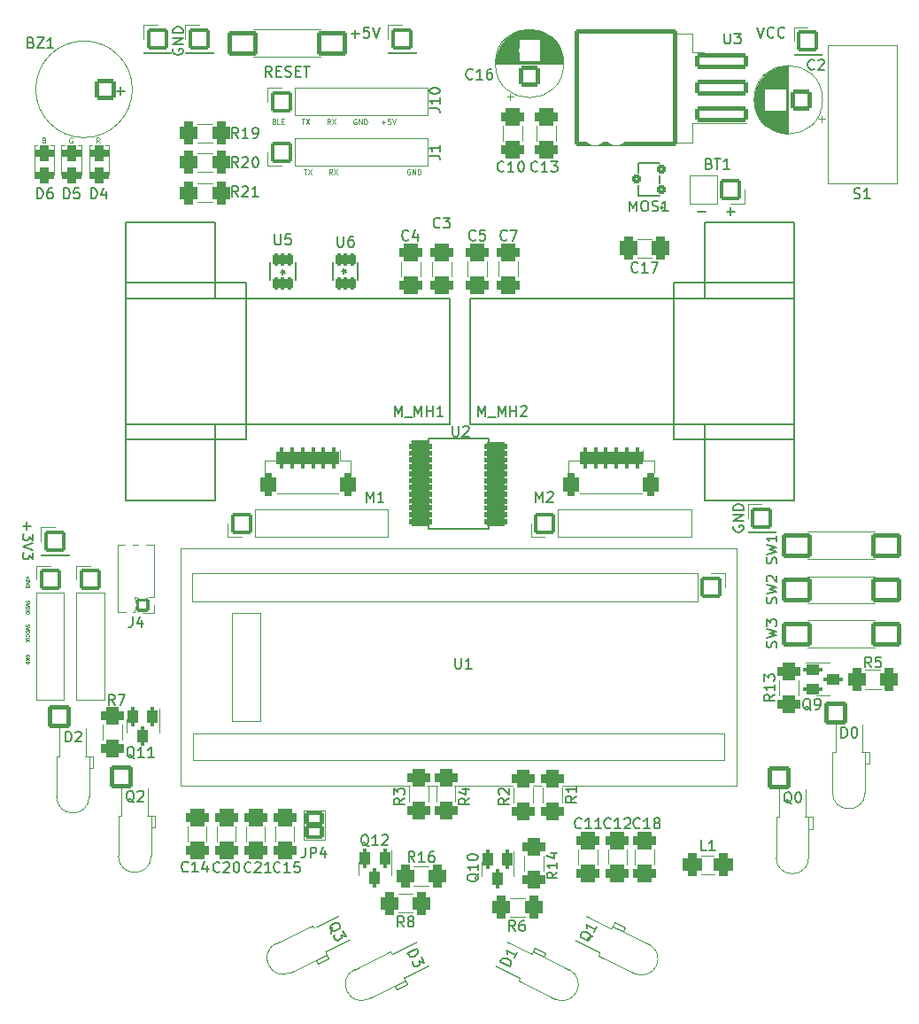
<source format=gto>
G04 #@! TF.GenerationSoftware,KiCad,Pcbnew,7.0.8*
G04 #@! TF.CreationDate,2024-08-07T19:44:42-07:00*
G04 #@! TF.ProjectId,bloo,626c6f6f-2e6b-4696-9361-645f70636258,rev?*
G04 #@! TF.SameCoordinates,Original*
G04 #@! TF.FileFunction,Legend,Top*
G04 #@! TF.FilePolarity,Positive*
%FSLAX46Y46*%
G04 Gerber Fmt 4.6, Leading zero omitted, Abs format (unit mm)*
G04 Created by KiCad (PCBNEW 7.0.8) date 2024-08-07 19:44:42*
%MOMM*%
%LPD*%
G01*
G04 APERTURE LIST*
G04 Aperture macros list*
%AMRoundRect*
0 Rectangle with rounded corners*
0 $1 Rounding radius*
0 $2 $3 $4 $5 $6 $7 $8 $9 X,Y pos of 4 corners*
0 Add a 4 corners polygon primitive as box body*
4,1,4,$2,$3,$4,$5,$6,$7,$8,$9,$2,$3,0*
0 Add four circle primitives for the rounded corners*
1,1,$1+$1,$2,$3*
1,1,$1+$1,$4,$5*
1,1,$1+$1,$6,$7*
1,1,$1+$1,$8,$9*
0 Add four rect primitives between the rounded corners*
20,1,$1+$1,$2,$3,$4,$5,0*
20,1,$1+$1,$4,$5,$6,$7,0*
20,1,$1+$1,$6,$7,$8,$9,0*
20,1,$1+$1,$8,$9,$2,$3,0*%
G04 Aperture macros list end*
%ADD10C,0.150000*%
%ADD11C,0.125000*%
%ADD12C,0.075000*%
%ADD13C,0.120000*%
%ADD14C,0.152400*%
%ADD15RoundRect,0.450000X-0.450000X0.325000X-0.450000X-0.325000X0.450000X-0.325000X0.450000X0.325000X0*%
%ADD16RoundRect,0.200000X0.800000X0.800000X-0.800000X0.800000X-0.800000X-0.800000X0.800000X-0.800000X0*%
%ADD17C,2.000000*%
%ADD18C,2.400000*%
%ADD19RoundRect,0.200000X0.403863X-1.207019X1.207019X0.403863X-0.403863X1.207019X-1.207019X-0.403863X0*%
%ADD20C,2.200000*%
%ADD21RoundRect,0.200000X-1.250000X-1.000000X1.250000X-1.000000X1.250000X1.000000X-1.250000X1.000000X0*%
%ADD22RoundRect,0.200000X-1.207019X0.403863X-0.403863X-1.207019X1.207019X-0.403863X0.403863X1.207019X0*%
%ADD23RoundRect,0.200000X-0.850000X-0.850000X0.850000X-0.850000X0.850000X0.850000X-0.850000X0.850000X0*%
%ADD24RoundRect,0.350000X-0.150000X0.587500X-0.150000X-0.587500X0.150000X-0.587500X0.150000X0.587500X0*%
%ADD25RoundRect,0.200000X-0.850000X0.850000X-0.850000X-0.850000X0.850000X-0.850000X0.850000X0.850000X0*%
%ADD26O,2.100000X2.100000*%
%ADD27RoundRect,0.200000X0.850000X-0.850000X0.850000X0.850000X-0.850000X0.850000X-0.850000X-0.850000X0*%
%ADD28RoundRect,0.450000X-0.400000X-0.625000X0.400000X-0.625000X0.400000X0.625000X-0.400000X0.625000X0*%
%ADD29RoundRect,0.200000X0.254000X-0.254000X0.254000X0.254000X-0.254000X0.254000X-0.254000X-0.254000X0*%
%ADD30RoundRect,0.450000X-0.650000X0.412500X-0.650000X-0.412500X0.650000X-0.412500X0.650000X0.412500X0*%
%ADD31RoundRect,0.450000X0.625000X-0.400000X0.625000X0.400000X-0.625000X0.400000X-0.625000X-0.400000X0*%
%ADD32RoundRect,0.450000X0.650000X-0.412500X0.650000X0.412500X-0.650000X0.412500X-0.650000X-0.412500X0*%
%ADD33C,2.100000*%
%ADD34RoundRect,0.450000X0.400000X0.625000X-0.400000X0.625000X-0.400000X-0.625000X0.400000X-0.625000X0*%
%ADD35C,2.600000*%
%ADD36C,2.584400*%
%ADD37RoundRect,0.200000X-0.900000X-0.900000X0.900000X-0.900000X0.900000X0.900000X-0.900000X0.900000X0*%
%ADD38RoundRect,0.350000X0.150000X0.625000X-0.150000X0.625000X-0.150000X-0.625000X0.150000X-0.625000X0*%
%ADD39RoundRect,0.450000X0.350000X0.650000X-0.350000X0.650000X-0.350000X-0.650000X0.350000X-0.650000X0*%
%ADD40RoundRect,0.200000X0.177800X-0.425450X0.177800X0.425450X-0.177800X0.425450X-0.177800X-0.425450X0*%
%ADD41RoundRect,0.200000X2.300000X0.550000X-2.300000X0.550000X-2.300000X-0.550000X2.300000X-0.550000X0*%
%ADD42C,1.924000*%
%ADD43RoundRect,0.200000X4.700000X5.400000X-4.700000X5.400000X-4.700000X-5.400000X4.700000X-5.400000X0*%
%ADD44RoundRect,0.450001X-0.462499X-0.624999X0.462499X-0.624999X0.462499X0.624999X-0.462499X0.624999X0*%
%ADD45RoundRect,0.200000X0.500000X0.500000X-0.500000X0.500000X-0.500000X-0.500000X0.500000X-0.500000X0*%
%ADD46O,1.400000X1.400000*%
%ADD47RoundRect,0.200000X-0.875000X-0.225000X0.875000X-0.225000X0.875000X0.225000X-0.875000X0.225000X0*%
%ADD48C,3.400000*%
%ADD49RoundRect,0.450000X0.412500X0.650000X-0.412500X0.650000X-0.412500X-0.650000X0.412500X-0.650000X0*%
%ADD50RoundRect,0.350000X-0.587500X-0.150000X0.587500X-0.150000X0.587500X0.150000X-0.587500X0.150000X0*%
%ADD51RoundRect,0.200000X0.750000X-0.500000X0.750000X0.500000X-0.750000X0.500000X-0.750000X-0.500000X0*%
%ADD52RoundRect,0.200000X0.800000X-0.800000X0.800000X0.800000X-0.800000X0.800000X-0.800000X-0.800000X0*%
G04 APERTURE END LIST*
D10*
X196336779Y-99488866D02*
X197098684Y-99488866D01*
X196717731Y-99869819D02*
X196717731Y-99107914D01*
X198051064Y-98869819D02*
X197574874Y-98869819D01*
X197574874Y-98869819D02*
X197527255Y-99346009D01*
X197527255Y-99346009D02*
X197574874Y-99298390D01*
X197574874Y-99298390D02*
X197670112Y-99250771D01*
X197670112Y-99250771D02*
X197908207Y-99250771D01*
X197908207Y-99250771D02*
X198003445Y-99298390D01*
X198003445Y-99298390D02*
X198051064Y-99346009D01*
X198051064Y-99346009D02*
X198098683Y-99441247D01*
X198098683Y-99441247D02*
X198098683Y-99679342D01*
X198098683Y-99679342D02*
X198051064Y-99774580D01*
X198051064Y-99774580D02*
X198003445Y-99822200D01*
X198003445Y-99822200D02*
X197908207Y-99869819D01*
X197908207Y-99869819D02*
X197670112Y-99869819D01*
X197670112Y-99869819D02*
X197574874Y-99822200D01*
X197574874Y-99822200D02*
X197527255Y-99774580D01*
X198384398Y-98869819D02*
X198717731Y-99869819D01*
X198717731Y-99869819D02*
X199051064Y-98869819D01*
X179317438Y-100939411D02*
X179269819Y-101034649D01*
X179269819Y-101034649D02*
X179269819Y-101177506D01*
X179269819Y-101177506D02*
X179317438Y-101320363D01*
X179317438Y-101320363D02*
X179412676Y-101415601D01*
X179412676Y-101415601D02*
X179507914Y-101463220D01*
X179507914Y-101463220D02*
X179698390Y-101510839D01*
X179698390Y-101510839D02*
X179841247Y-101510839D01*
X179841247Y-101510839D02*
X180031723Y-101463220D01*
X180031723Y-101463220D02*
X180126961Y-101415601D01*
X180126961Y-101415601D02*
X180222200Y-101320363D01*
X180222200Y-101320363D02*
X180269819Y-101177506D01*
X180269819Y-101177506D02*
X180269819Y-101082268D01*
X180269819Y-101082268D02*
X180222200Y-100939411D01*
X180222200Y-100939411D02*
X180174580Y-100891792D01*
X180174580Y-100891792D02*
X179841247Y-100891792D01*
X179841247Y-100891792D02*
X179841247Y-101082268D01*
X180269819Y-100463220D02*
X179269819Y-100463220D01*
X179269819Y-100463220D02*
X180269819Y-99891792D01*
X180269819Y-99891792D02*
X179269819Y-99891792D01*
X180269819Y-99415601D02*
X179269819Y-99415601D01*
X179269819Y-99415601D02*
X179269819Y-99177506D01*
X179269819Y-99177506D02*
X179317438Y-99034649D01*
X179317438Y-99034649D02*
X179412676Y-98939411D01*
X179412676Y-98939411D02*
X179507914Y-98891792D01*
X179507914Y-98891792D02*
X179698390Y-98844173D01*
X179698390Y-98844173D02*
X179841247Y-98844173D01*
X179841247Y-98844173D02*
X180031723Y-98891792D01*
X180031723Y-98891792D02*
X180126961Y-98939411D01*
X180126961Y-98939411D02*
X180222200Y-99034649D01*
X180222200Y-99034649D02*
X180269819Y-99177506D01*
X180269819Y-99177506D02*
X180269819Y-99415601D01*
X165311133Y-146136779D02*
X165311133Y-146898684D01*
X164930180Y-146517731D02*
X165692085Y-146517731D01*
X165930180Y-147279636D02*
X165930180Y-147898683D01*
X165930180Y-147898683D02*
X165549228Y-147565350D01*
X165549228Y-147565350D02*
X165549228Y-147708207D01*
X165549228Y-147708207D02*
X165501609Y-147803445D01*
X165501609Y-147803445D02*
X165453990Y-147851064D01*
X165453990Y-147851064D02*
X165358752Y-147898683D01*
X165358752Y-147898683D02*
X165120657Y-147898683D01*
X165120657Y-147898683D02*
X165025419Y-147851064D01*
X165025419Y-147851064D02*
X164977800Y-147803445D01*
X164977800Y-147803445D02*
X164930180Y-147708207D01*
X164930180Y-147708207D02*
X164930180Y-147422493D01*
X164930180Y-147422493D02*
X164977800Y-147327255D01*
X164977800Y-147327255D02*
X165025419Y-147279636D01*
X165930180Y-148184398D02*
X164930180Y-148517731D01*
X164930180Y-148517731D02*
X165930180Y-148851064D01*
X165930180Y-149089160D02*
X165930180Y-149708207D01*
X165930180Y-149708207D02*
X165549228Y-149374874D01*
X165549228Y-149374874D02*
X165549228Y-149517731D01*
X165549228Y-149517731D02*
X165501609Y-149612969D01*
X165501609Y-149612969D02*
X165453990Y-149660588D01*
X165453990Y-149660588D02*
X165358752Y-149708207D01*
X165358752Y-149708207D02*
X165120657Y-149708207D01*
X165120657Y-149708207D02*
X165025419Y-149660588D01*
X165025419Y-149660588D02*
X164977800Y-149612969D01*
X164977800Y-149612969D02*
X164930180Y-149517731D01*
X164930180Y-149517731D02*
X164930180Y-149232017D01*
X164930180Y-149232017D02*
X164977800Y-149136779D01*
X164977800Y-149136779D02*
X165025419Y-149089160D01*
D11*
X191796519Y-112432309D02*
X192082233Y-112432309D01*
X191939376Y-112932309D02*
X191939376Y-112432309D01*
X192201280Y-112432309D02*
X192534613Y-112932309D01*
X192534613Y-112432309D02*
X192201280Y-112932309D01*
X194534611Y-112932309D02*
X194367945Y-112694214D01*
X194248897Y-112932309D02*
X194248897Y-112432309D01*
X194248897Y-112432309D02*
X194439373Y-112432309D01*
X194439373Y-112432309D02*
X194486992Y-112456119D01*
X194486992Y-112456119D02*
X194510802Y-112479928D01*
X194510802Y-112479928D02*
X194534611Y-112527547D01*
X194534611Y-112527547D02*
X194534611Y-112598976D01*
X194534611Y-112598976D02*
X194510802Y-112646595D01*
X194510802Y-112646595D02*
X194486992Y-112670404D01*
X194486992Y-112670404D02*
X194439373Y-112694214D01*
X194439373Y-112694214D02*
X194248897Y-112694214D01*
X194701278Y-112432309D02*
X195034611Y-112932309D01*
X195034611Y-112432309D02*
X194701278Y-112932309D01*
X201963176Y-112456119D02*
X201915557Y-112432309D01*
X201915557Y-112432309D02*
X201844128Y-112432309D01*
X201844128Y-112432309D02*
X201772700Y-112456119D01*
X201772700Y-112456119D02*
X201725081Y-112503738D01*
X201725081Y-112503738D02*
X201701271Y-112551357D01*
X201701271Y-112551357D02*
X201677462Y-112646595D01*
X201677462Y-112646595D02*
X201677462Y-112718023D01*
X201677462Y-112718023D02*
X201701271Y-112813261D01*
X201701271Y-112813261D02*
X201725081Y-112860880D01*
X201725081Y-112860880D02*
X201772700Y-112908500D01*
X201772700Y-112908500D02*
X201844128Y-112932309D01*
X201844128Y-112932309D02*
X201891747Y-112932309D01*
X201891747Y-112932309D02*
X201963176Y-112908500D01*
X201963176Y-112908500D02*
X201986985Y-112884690D01*
X201986985Y-112884690D02*
X201986985Y-112718023D01*
X201986985Y-112718023D02*
X201891747Y-112718023D01*
X202201271Y-112932309D02*
X202201271Y-112432309D01*
X202201271Y-112432309D02*
X202486985Y-112932309D01*
X202486985Y-112932309D02*
X202486985Y-112432309D01*
X202725081Y-112932309D02*
X202725081Y-112432309D01*
X202725081Y-112432309D02*
X202844129Y-112432309D01*
X202844129Y-112432309D02*
X202915557Y-112456119D01*
X202915557Y-112456119D02*
X202963176Y-112503738D01*
X202963176Y-112503738D02*
X202986986Y-112551357D01*
X202986986Y-112551357D02*
X203010795Y-112646595D01*
X203010795Y-112646595D02*
X203010795Y-112718023D01*
X203010795Y-112718023D02*
X202986986Y-112813261D01*
X202986986Y-112813261D02*
X202963176Y-112860880D01*
X202963176Y-112860880D02*
X202915557Y-112908500D01*
X202915557Y-112908500D02*
X202844129Y-112932309D01*
X202844129Y-112932309D02*
X202725081Y-112932309D01*
X166967950Y-109670404D02*
X167039378Y-109694214D01*
X167039378Y-109694214D02*
X167063188Y-109718023D01*
X167063188Y-109718023D02*
X167086997Y-109765642D01*
X167086997Y-109765642D02*
X167086997Y-109837071D01*
X167086997Y-109837071D02*
X167063188Y-109884690D01*
X167063188Y-109884690D02*
X167039378Y-109908500D01*
X167039378Y-109908500D02*
X166991759Y-109932309D01*
X166991759Y-109932309D02*
X166801283Y-109932309D01*
X166801283Y-109932309D02*
X166801283Y-109432309D01*
X166801283Y-109432309D02*
X166967950Y-109432309D01*
X166967950Y-109432309D02*
X167015569Y-109456119D01*
X167015569Y-109456119D02*
X167039378Y-109479928D01*
X167039378Y-109479928D02*
X167063188Y-109527547D01*
X167063188Y-109527547D02*
X167063188Y-109575166D01*
X167063188Y-109575166D02*
X167039378Y-109622785D01*
X167039378Y-109622785D02*
X167015569Y-109646595D01*
X167015569Y-109646595D02*
X166967950Y-109670404D01*
X166967950Y-109670404D02*
X166801283Y-109670404D01*
D12*
X165354900Y-151320770D02*
X165354900Y-151549342D01*
X165240614Y-151435056D02*
X165469185Y-151435056D01*
X165540614Y-151663628D02*
X165540614Y-151849342D01*
X165540614Y-151849342D02*
X165426328Y-151749342D01*
X165426328Y-151749342D02*
X165426328Y-151792199D01*
X165426328Y-151792199D02*
X165412042Y-151820771D01*
X165412042Y-151820771D02*
X165397757Y-151835056D01*
X165397757Y-151835056D02*
X165369185Y-151849342D01*
X165369185Y-151849342D02*
X165297757Y-151849342D01*
X165297757Y-151849342D02*
X165269185Y-151835056D01*
X165269185Y-151835056D02*
X165254900Y-151820771D01*
X165254900Y-151820771D02*
X165240614Y-151792199D01*
X165240614Y-151792199D02*
X165240614Y-151706485D01*
X165240614Y-151706485D02*
X165254900Y-151677913D01*
X165254900Y-151677913D02*
X165269185Y-151663628D01*
X165540614Y-151935056D02*
X165240614Y-152035056D01*
X165240614Y-152035056D02*
X165540614Y-152135056D01*
X165540614Y-152206485D02*
X165540614Y-152392199D01*
X165540614Y-152392199D02*
X165426328Y-152292199D01*
X165426328Y-152292199D02*
X165426328Y-152335056D01*
X165426328Y-152335056D02*
X165412042Y-152363628D01*
X165412042Y-152363628D02*
X165397757Y-152377913D01*
X165397757Y-152377913D02*
X165369185Y-152392199D01*
X165369185Y-152392199D02*
X165297757Y-152392199D01*
X165297757Y-152392199D02*
X165269185Y-152377913D01*
X165269185Y-152377913D02*
X165254900Y-152363628D01*
X165254900Y-152363628D02*
X165240614Y-152335056D01*
X165240614Y-152335056D02*
X165240614Y-152249342D01*
X165240614Y-152249342D02*
X165254900Y-152220770D01*
X165254900Y-152220770D02*
X165269185Y-152206485D01*
X165254900Y-153649339D02*
X165240614Y-153692197D01*
X165240614Y-153692197D02*
X165240614Y-153763625D01*
X165240614Y-153763625D02*
X165254900Y-153792197D01*
X165254900Y-153792197D02*
X165269185Y-153806482D01*
X165269185Y-153806482D02*
X165297757Y-153820768D01*
X165297757Y-153820768D02*
X165326328Y-153820768D01*
X165326328Y-153820768D02*
X165354900Y-153806482D01*
X165354900Y-153806482D02*
X165369185Y-153792197D01*
X165369185Y-153792197D02*
X165383471Y-153763625D01*
X165383471Y-153763625D02*
X165397757Y-153706482D01*
X165397757Y-153706482D02*
X165412042Y-153677911D01*
X165412042Y-153677911D02*
X165426328Y-153663625D01*
X165426328Y-153663625D02*
X165454900Y-153649339D01*
X165454900Y-153649339D02*
X165483471Y-153649339D01*
X165483471Y-153649339D02*
X165512042Y-153663625D01*
X165512042Y-153663625D02*
X165526328Y-153677911D01*
X165526328Y-153677911D02*
X165540614Y-153706482D01*
X165540614Y-153706482D02*
X165540614Y-153777911D01*
X165540614Y-153777911D02*
X165526328Y-153820768D01*
X165540614Y-153920768D02*
X165240614Y-153992196D01*
X165240614Y-153992196D02*
X165454900Y-154049339D01*
X165454900Y-154049339D02*
X165240614Y-154106482D01*
X165240614Y-154106482D02*
X165540614Y-154177911D01*
X165240614Y-154292196D02*
X165540614Y-154292196D01*
X165540614Y-154292196D02*
X165540614Y-154363625D01*
X165540614Y-154363625D02*
X165526328Y-154406482D01*
X165526328Y-154406482D02*
X165497757Y-154435053D01*
X165497757Y-154435053D02*
X165469185Y-154449339D01*
X165469185Y-154449339D02*
X165412042Y-154463625D01*
X165412042Y-154463625D02*
X165369185Y-154463625D01*
X165369185Y-154463625D02*
X165312042Y-154449339D01*
X165312042Y-154449339D02*
X165283471Y-154435053D01*
X165283471Y-154435053D02*
X165254900Y-154406482D01*
X165254900Y-154406482D02*
X165240614Y-154363625D01*
X165240614Y-154363625D02*
X165240614Y-154292196D01*
X165240614Y-154592196D02*
X165540614Y-154592196D01*
X165540614Y-154792196D02*
X165540614Y-154849339D01*
X165540614Y-154849339D02*
X165526328Y-154877910D01*
X165526328Y-154877910D02*
X165497757Y-154906482D01*
X165497757Y-154906482D02*
X165440614Y-154920767D01*
X165440614Y-154920767D02*
X165340614Y-154920767D01*
X165340614Y-154920767D02*
X165283471Y-154906482D01*
X165283471Y-154906482D02*
X165254900Y-154877910D01*
X165254900Y-154877910D02*
X165240614Y-154849339D01*
X165240614Y-154849339D02*
X165240614Y-154792196D01*
X165240614Y-154792196D02*
X165254900Y-154763625D01*
X165254900Y-154763625D02*
X165283471Y-154735053D01*
X165283471Y-154735053D02*
X165340614Y-154720767D01*
X165340614Y-154720767D02*
X165440614Y-154720767D01*
X165440614Y-154720767D02*
X165497757Y-154735053D01*
X165497757Y-154735053D02*
X165526328Y-154763625D01*
X165526328Y-154763625D02*
X165540614Y-154792196D01*
X165254900Y-155949337D02*
X165240614Y-155992195D01*
X165240614Y-155992195D02*
X165240614Y-156063623D01*
X165240614Y-156063623D02*
X165254900Y-156092195D01*
X165254900Y-156092195D02*
X165269185Y-156106480D01*
X165269185Y-156106480D02*
X165297757Y-156120766D01*
X165297757Y-156120766D02*
X165326328Y-156120766D01*
X165326328Y-156120766D02*
X165354900Y-156106480D01*
X165354900Y-156106480D02*
X165369185Y-156092195D01*
X165369185Y-156092195D02*
X165383471Y-156063623D01*
X165383471Y-156063623D02*
X165397757Y-156006480D01*
X165397757Y-156006480D02*
X165412042Y-155977909D01*
X165412042Y-155977909D02*
X165426328Y-155963623D01*
X165426328Y-155963623D02*
X165454900Y-155949337D01*
X165454900Y-155949337D02*
X165483471Y-155949337D01*
X165483471Y-155949337D02*
X165512042Y-155963623D01*
X165512042Y-155963623D02*
X165526328Y-155977909D01*
X165526328Y-155977909D02*
X165540614Y-156006480D01*
X165540614Y-156006480D02*
X165540614Y-156077909D01*
X165540614Y-156077909D02*
X165526328Y-156120766D01*
X165540614Y-156220766D02*
X165240614Y-156292194D01*
X165240614Y-156292194D02*
X165454900Y-156349337D01*
X165454900Y-156349337D02*
X165240614Y-156406480D01*
X165240614Y-156406480D02*
X165540614Y-156477909D01*
X165240614Y-156592194D02*
X165540614Y-156592194D01*
X165540614Y-156592194D02*
X165540614Y-156663623D01*
X165540614Y-156663623D02*
X165526328Y-156706480D01*
X165526328Y-156706480D02*
X165497757Y-156735051D01*
X165497757Y-156735051D02*
X165469185Y-156749337D01*
X165469185Y-156749337D02*
X165412042Y-156763623D01*
X165412042Y-156763623D02*
X165369185Y-156763623D01*
X165369185Y-156763623D02*
X165312042Y-156749337D01*
X165312042Y-156749337D02*
X165283471Y-156735051D01*
X165283471Y-156735051D02*
X165254900Y-156706480D01*
X165254900Y-156706480D02*
X165240614Y-156663623D01*
X165240614Y-156663623D02*
X165240614Y-156592194D01*
X165269185Y-157063623D02*
X165254900Y-157049337D01*
X165254900Y-157049337D02*
X165240614Y-157006480D01*
X165240614Y-157006480D02*
X165240614Y-156977908D01*
X165240614Y-156977908D02*
X165254900Y-156935051D01*
X165254900Y-156935051D02*
X165283471Y-156906480D01*
X165283471Y-156906480D02*
X165312042Y-156892194D01*
X165312042Y-156892194D02*
X165369185Y-156877908D01*
X165369185Y-156877908D02*
X165412042Y-156877908D01*
X165412042Y-156877908D02*
X165469185Y-156892194D01*
X165469185Y-156892194D02*
X165497757Y-156906480D01*
X165497757Y-156906480D02*
X165526328Y-156935051D01*
X165526328Y-156935051D02*
X165540614Y-156977908D01*
X165540614Y-156977908D02*
X165540614Y-157006480D01*
X165540614Y-157006480D02*
X165526328Y-157049337D01*
X165526328Y-157049337D02*
X165512042Y-157063623D01*
X165240614Y-157335051D02*
X165240614Y-157192194D01*
X165240614Y-157192194D02*
X165540614Y-157192194D01*
X165240614Y-157435051D02*
X165540614Y-157435051D01*
X165240614Y-157606480D02*
X165412042Y-157477908D01*
X165540614Y-157606480D02*
X165369185Y-157435051D01*
X165526328Y-159035049D02*
X165540614Y-159006478D01*
X165540614Y-159006478D02*
X165540614Y-158963620D01*
X165540614Y-158963620D02*
X165526328Y-158920763D01*
X165526328Y-158920763D02*
X165497757Y-158892192D01*
X165497757Y-158892192D02*
X165469185Y-158877906D01*
X165469185Y-158877906D02*
X165412042Y-158863620D01*
X165412042Y-158863620D02*
X165369185Y-158863620D01*
X165369185Y-158863620D02*
X165312042Y-158877906D01*
X165312042Y-158877906D02*
X165283471Y-158892192D01*
X165283471Y-158892192D02*
X165254900Y-158920763D01*
X165254900Y-158920763D02*
X165240614Y-158963620D01*
X165240614Y-158963620D02*
X165240614Y-158992192D01*
X165240614Y-158992192D02*
X165254900Y-159035049D01*
X165254900Y-159035049D02*
X165269185Y-159049335D01*
X165269185Y-159049335D02*
X165369185Y-159049335D01*
X165369185Y-159049335D02*
X165369185Y-158992192D01*
X165240614Y-159177906D02*
X165540614Y-159177906D01*
X165540614Y-159177906D02*
X165240614Y-159349335D01*
X165240614Y-159349335D02*
X165540614Y-159349335D01*
X165240614Y-159492192D02*
X165540614Y-159492192D01*
X165540614Y-159492192D02*
X165540614Y-159563621D01*
X165540614Y-159563621D02*
X165526328Y-159606478D01*
X165526328Y-159606478D02*
X165497757Y-159635049D01*
X165497757Y-159635049D02*
X165469185Y-159649335D01*
X165469185Y-159649335D02*
X165412042Y-159663621D01*
X165412042Y-159663621D02*
X165369185Y-159663621D01*
X165369185Y-159663621D02*
X165312042Y-159649335D01*
X165312042Y-159649335D02*
X165283471Y-159635049D01*
X165283471Y-159635049D02*
X165254900Y-159606478D01*
X165254900Y-159606478D02*
X165240614Y-159563621D01*
X165240614Y-159563621D02*
X165240614Y-159492192D01*
D11*
X169663188Y-109456119D02*
X169615569Y-109432309D01*
X169615569Y-109432309D02*
X169544140Y-109432309D01*
X169544140Y-109432309D02*
X169472712Y-109456119D01*
X169472712Y-109456119D02*
X169425093Y-109503738D01*
X169425093Y-109503738D02*
X169401283Y-109551357D01*
X169401283Y-109551357D02*
X169377474Y-109646595D01*
X169377474Y-109646595D02*
X169377474Y-109718023D01*
X169377474Y-109718023D02*
X169401283Y-109813261D01*
X169401283Y-109813261D02*
X169425093Y-109860880D01*
X169425093Y-109860880D02*
X169472712Y-109908500D01*
X169472712Y-109908500D02*
X169544140Y-109932309D01*
X169544140Y-109932309D02*
X169591759Y-109932309D01*
X169591759Y-109932309D02*
X169663188Y-109908500D01*
X169663188Y-109908500D02*
X169686997Y-109884690D01*
X169686997Y-109884690D02*
X169686997Y-109718023D01*
X169686997Y-109718023D02*
X169591759Y-109718023D01*
X188967950Y-107870404D02*
X189039378Y-107894214D01*
X189039378Y-107894214D02*
X189063188Y-107918023D01*
X189063188Y-107918023D02*
X189086997Y-107965642D01*
X189086997Y-107965642D02*
X189086997Y-108037071D01*
X189086997Y-108037071D02*
X189063188Y-108084690D01*
X189063188Y-108084690D02*
X189039378Y-108108500D01*
X189039378Y-108108500D02*
X188991759Y-108132309D01*
X188991759Y-108132309D02*
X188801283Y-108132309D01*
X188801283Y-108132309D02*
X188801283Y-107632309D01*
X188801283Y-107632309D02*
X188967950Y-107632309D01*
X188967950Y-107632309D02*
X189015569Y-107656119D01*
X189015569Y-107656119D02*
X189039378Y-107679928D01*
X189039378Y-107679928D02*
X189063188Y-107727547D01*
X189063188Y-107727547D02*
X189063188Y-107775166D01*
X189063188Y-107775166D02*
X189039378Y-107822785D01*
X189039378Y-107822785D02*
X189015569Y-107846595D01*
X189015569Y-107846595D02*
X188967950Y-107870404D01*
X188967950Y-107870404D02*
X188801283Y-107870404D01*
X189539378Y-108132309D02*
X189301283Y-108132309D01*
X189301283Y-108132309D02*
X189301283Y-107632309D01*
X189706045Y-107870404D02*
X189872712Y-107870404D01*
X189944140Y-108132309D02*
X189706045Y-108132309D01*
X189706045Y-108132309D02*
X189706045Y-107632309D01*
X189706045Y-107632309D02*
X189944140Y-107632309D01*
X191610806Y-107632309D02*
X191896520Y-107632309D01*
X191753663Y-108132309D02*
X191753663Y-107632309D01*
X192015567Y-107632309D02*
X192348900Y-108132309D01*
X192348900Y-107632309D02*
X192015567Y-108132309D01*
X194348898Y-108132309D02*
X194182232Y-107894214D01*
X194063184Y-108132309D02*
X194063184Y-107632309D01*
X194063184Y-107632309D02*
X194253660Y-107632309D01*
X194253660Y-107632309D02*
X194301279Y-107656119D01*
X194301279Y-107656119D02*
X194325089Y-107679928D01*
X194325089Y-107679928D02*
X194348898Y-107727547D01*
X194348898Y-107727547D02*
X194348898Y-107798976D01*
X194348898Y-107798976D02*
X194325089Y-107846595D01*
X194325089Y-107846595D02*
X194301279Y-107870404D01*
X194301279Y-107870404D02*
X194253660Y-107894214D01*
X194253660Y-107894214D02*
X194063184Y-107894214D01*
X194515565Y-107632309D02*
X194848898Y-108132309D01*
X194848898Y-107632309D02*
X194515565Y-108132309D01*
X196825087Y-107656119D02*
X196777468Y-107632309D01*
X196777468Y-107632309D02*
X196706039Y-107632309D01*
X196706039Y-107632309D02*
X196634611Y-107656119D01*
X196634611Y-107656119D02*
X196586992Y-107703738D01*
X196586992Y-107703738D02*
X196563182Y-107751357D01*
X196563182Y-107751357D02*
X196539373Y-107846595D01*
X196539373Y-107846595D02*
X196539373Y-107918023D01*
X196539373Y-107918023D02*
X196563182Y-108013261D01*
X196563182Y-108013261D02*
X196586992Y-108060880D01*
X196586992Y-108060880D02*
X196634611Y-108108500D01*
X196634611Y-108108500D02*
X196706039Y-108132309D01*
X196706039Y-108132309D02*
X196753658Y-108132309D01*
X196753658Y-108132309D02*
X196825087Y-108108500D01*
X196825087Y-108108500D02*
X196848896Y-108084690D01*
X196848896Y-108084690D02*
X196848896Y-107918023D01*
X196848896Y-107918023D02*
X196753658Y-107918023D01*
X197063182Y-108132309D02*
X197063182Y-107632309D01*
X197063182Y-107632309D02*
X197348896Y-108132309D01*
X197348896Y-108132309D02*
X197348896Y-107632309D01*
X197586992Y-108132309D02*
X197586992Y-107632309D01*
X197586992Y-107632309D02*
X197706040Y-107632309D01*
X197706040Y-107632309D02*
X197777468Y-107656119D01*
X197777468Y-107656119D02*
X197825087Y-107703738D01*
X197825087Y-107703738D02*
X197848897Y-107751357D01*
X197848897Y-107751357D02*
X197872706Y-107846595D01*
X197872706Y-107846595D02*
X197872706Y-107918023D01*
X197872706Y-107918023D02*
X197848897Y-108013261D01*
X197848897Y-108013261D02*
X197825087Y-108060880D01*
X197825087Y-108060880D02*
X197777468Y-108108500D01*
X197777468Y-108108500D02*
X197706040Y-108132309D01*
X197706040Y-108132309D02*
X197586992Y-108132309D01*
X199229848Y-107941833D02*
X199610801Y-107941833D01*
X199420324Y-108132309D02*
X199420324Y-107751357D01*
X200086991Y-107632309D02*
X199848896Y-107632309D01*
X199848896Y-107632309D02*
X199825087Y-107870404D01*
X199825087Y-107870404D02*
X199848896Y-107846595D01*
X199848896Y-107846595D02*
X199896515Y-107822785D01*
X199896515Y-107822785D02*
X200015563Y-107822785D01*
X200015563Y-107822785D02*
X200063182Y-107846595D01*
X200063182Y-107846595D02*
X200086991Y-107870404D01*
X200086991Y-107870404D02*
X200110801Y-107918023D01*
X200110801Y-107918023D02*
X200110801Y-108037071D01*
X200110801Y-108037071D02*
X200086991Y-108084690D01*
X200086991Y-108084690D02*
X200063182Y-108108500D01*
X200063182Y-108108500D02*
X200015563Y-108132309D01*
X200015563Y-108132309D02*
X199896515Y-108132309D01*
X199896515Y-108132309D02*
X199848896Y-108108500D01*
X199848896Y-108108500D02*
X199825087Y-108084690D01*
X200253658Y-107632309D02*
X200420324Y-108132309D01*
X200420324Y-108132309D02*
X200586991Y-107632309D01*
D10*
X232917438Y-146539411D02*
X232869819Y-146634649D01*
X232869819Y-146634649D02*
X232869819Y-146777506D01*
X232869819Y-146777506D02*
X232917438Y-146920363D01*
X232917438Y-146920363D02*
X233012676Y-147015601D01*
X233012676Y-147015601D02*
X233107914Y-147063220D01*
X233107914Y-147063220D02*
X233298390Y-147110839D01*
X233298390Y-147110839D02*
X233441247Y-147110839D01*
X233441247Y-147110839D02*
X233631723Y-147063220D01*
X233631723Y-147063220D02*
X233726961Y-147015601D01*
X233726961Y-147015601D02*
X233822200Y-146920363D01*
X233822200Y-146920363D02*
X233869819Y-146777506D01*
X233869819Y-146777506D02*
X233869819Y-146682268D01*
X233869819Y-146682268D02*
X233822200Y-146539411D01*
X233822200Y-146539411D02*
X233774580Y-146491792D01*
X233774580Y-146491792D02*
X233441247Y-146491792D01*
X233441247Y-146491792D02*
X233441247Y-146682268D01*
X233869819Y-146063220D02*
X232869819Y-146063220D01*
X232869819Y-146063220D02*
X233869819Y-145491792D01*
X233869819Y-145491792D02*
X232869819Y-145491792D01*
X233869819Y-145015601D02*
X232869819Y-145015601D01*
X232869819Y-145015601D02*
X232869819Y-144777506D01*
X232869819Y-144777506D02*
X232917438Y-144634649D01*
X232917438Y-144634649D02*
X233012676Y-144539411D01*
X233012676Y-144539411D02*
X233107914Y-144491792D01*
X233107914Y-144491792D02*
X233298390Y-144444173D01*
X233298390Y-144444173D02*
X233441247Y-144444173D01*
X233441247Y-144444173D02*
X233631723Y-144491792D01*
X233631723Y-144491792D02*
X233726961Y-144539411D01*
X233726961Y-144539411D02*
X233822200Y-144634649D01*
X233822200Y-144634649D02*
X233869819Y-144777506D01*
X233869819Y-144777506D02*
X233869819Y-145015601D01*
X229486779Y-116463866D02*
X230248684Y-116463866D01*
X232248684Y-116463866D02*
X233010589Y-116463866D01*
X232629636Y-116844819D02*
X232629636Y-116082914D01*
D11*
X172286997Y-109932309D02*
X172120331Y-109694214D01*
X172001283Y-109932309D02*
X172001283Y-109432309D01*
X172001283Y-109432309D02*
X172191759Y-109432309D01*
X172191759Y-109432309D02*
X172239378Y-109456119D01*
X172239378Y-109456119D02*
X172263188Y-109479928D01*
X172263188Y-109479928D02*
X172286997Y-109527547D01*
X172286997Y-109527547D02*
X172286997Y-109598976D01*
X172286997Y-109598976D02*
X172263188Y-109646595D01*
X172263188Y-109646595D02*
X172239378Y-109670404D01*
X172239378Y-109670404D02*
X172191759Y-109694214D01*
X172191759Y-109694214D02*
X172001283Y-109694214D01*
D10*
X235193922Y-98869819D02*
X235527255Y-99869819D01*
X235527255Y-99869819D02*
X235860588Y-98869819D01*
X236765350Y-99774580D02*
X236717731Y-99822200D01*
X236717731Y-99822200D02*
X236574874Y-99869819D01*
X236574874Y-99869819D02*
X236479636Y-99869819D01*
X236479636Y-99869819D02*
X236336779Y-99822200D01*
X236336779Y-99822200D02*
X236241541Y-99726961D01*
X236241541Y-99726961D02*
X236193922Y-99631723D01*
X236193922Y-99631723D02*
X236146303Y-99441247D01*
X236146303Y-99441247D02*
X236146303Y-99298390D01*
X236146303Y-99298390D02*
X236193922Y-99107914D01*
X236193922Y-99107914D02*
X236241541Y-99012676D01*
X236241541Y-99012676D02*
X236336779Y-98917438D01*
X236336779Y-98917438D02*
X236479636Y-98869819D01*
X236479636Y-98869819D02*
X236574874Y-98869819D01*
X236574874Y-98869819D02*
X236717731Y-98917438D01*
X236717731Y-98917438D02*
X236765350Y-98965057D01*
X237765350Y-99774580D02*
X237717731Y-99822200D01*
X237717731Y-99822200D02*
X237574874Y-99869819D01*
X237574874Y-99869819D02*
X237479636Y-99869819D01*
X237479636Y-99869819D02*
X237336779Y-99822200D01*
X237336779Y-99822200D02*
X237241541Y-99726961D01*
X237241541Y-99726961D02*
X237193922Y-99631723D01*
X237193922Y-99631723D02*
X237146303Y-99441247D01*
X237146303Y-99441247D02*
X237146303Y-99298390D01*
X237146303Y-99298390D02*
X237193922Y-99107914D01*
X237193922Y-99107914D02*
X237241541Y-99012676D01*
X237241541Y-99012676D02*
X237336779Y-98917438D01*
X237336779Y-98917438D02*
X237479636Y-98869819D01*
X237479636Y-98869819D02*
X237574874Y-98869819D01*
X237574874Y-98869819D02*
X237717731Y-98917438D01*
X237717731Y-98917438D02*
X237765350Y-98965057D01*
X168861905Y-115254819D02*
X168861905Y-114254819D01*
X168861905Y-114254819D02*
X169100000Y-114254819D01*
X169100000Y-114254819D02*
X169242857Y-114302438D01*
X169242857Y-114302438D02*
X169338095Y-114397676D01*
X169338095Y-114397676D02*
X169385714Y-114492914D01*
X169385714Y-114492914D02*
X169433333Y-114683390D01*
X169433333Y-114683390D02*
X169433333Y-114826247D01*
X169433333Y-114826247D02*
X169385714Y-115016723D01*
X169385714Y-115016723D02*
X169338095Y-115111961D01*
X169338095Y-115111961D02*
X169242857Y-115207200D01*
X169242857Y-115207200D02*
X169100000Y-115254819D01*
X169100000Y-115254819D02*
X168861905Y-115254819D01*
X170338095Y-114254819D02*
X169861905Y-114254819D01*
X169861905Y-114254819D02*
X169814286Y-114731009D01*
X169814286Y-114731009D02*
X169861905Y-114683390D01*
X169861905Y-114683390D02*
X169957143Y-114635771D01*
X169957143Y-114635771D02*
X170195238Y-114635771D01*
X170195238Y-114635771D02*
X170290476Y-114683390D01*
X170290476Y-114683390D02*
X170338095Y-114731009D01*
X170338095Y-114731009D02*
X170385714Y-114826247D01*
X170385714Y-114826247D02*
X170385714Y-115064342D01*
X170385714Y-115064342D02*
X170338095Y-115159580D01*
X170338095Y-115159580D02*
X170290476Y-115207200D01*
X170290476Y-115207200D02*
X170195238Y-115254819D01*
X170195238Y-115254819D02*
X169957143Y-115254819D01*
X169957143Y-115254819D02*
X169861905Y-115207200D01*
X169861905Y-115207200D02*
X169814286Y-115159580D01*
X165719047Y-100331009D02*
X165861904Y-100378628D01*
X165861904Y-100378628D02*
X165909523Y-100426247D01*
X165909523Y-100426247D02*
X165957142Y-100521485D01*
X165957142Y-100521485D02*
X165957142Y-100664342D01*
X165957142Y-100664342D02*
X165909523Y-100759580D01*
X165909523Y-100759580D02*
X165861904Y-100807200D01*
X165861904Y-100807200D02*
X165766666Y-100854819D01*
X165766666Y-100854819D02*
X165385714Y-100854819D01*
X165385714Y-100854819D02*
X165385714Y-99854819D01*
X165385714Y-99854819D02*
X165719047Y-99854819D01*
X165719047Y-99854819D02*
X165814285Y-99902438D01*
X165814285Y-99902438D02*
X165861904Y-99950057D01*
X165861904Y-99950057D02*
X165909523Y-100045295D01*
X165909523Y-100045295D02*
X165909523Y-100140533D01*
X165909523Y-100140533D02*
X165861904Y-100235771D01*
X165861904Y-100235771D02*
X165814285Y-100283390D01*
X165814285Y-100283390D02*
X165719047Y-100331009D01*
X165719047Y-100331009D02*
X165385714Y-100331009D01*
X166290476Y-99854819D02*
X166957142Y-99854819D01*
X166957142Y-99854819D02*
X166290476Y-100854819D01*
X166290476Y-100854819D02*
X166957142Y-100854819D01*
X167861904Y-100854819D02*
X167290476Y-100854819D01*
X167576190Y-100854819D02*
X167576190Y-99854819D01*
X167576190Y-99854819D02*
X167480952Y-99997676D01*
X167480952Y-99997676D02*
X167385714Y-100092914D01*
X167385714Y-100092914D02*
X167290476Y-100140533D01*
X173919048Y-104973866D02*
X174680953Y-104973866D01*
X174300000Y-105354819D02*
X174300000Y-104592914D01*
X219486722Y-185663390D02*
X219401611Y-185727374D01*
X219401611Y-185727374D02*
X219273884Y-185770111D01*
X219273884Y-185770111D02*
X219082293Y-185834216D01*
X219082293Y-185834216D02*
X218997182Y-185898200D01*
X218997182Y-185898200D02*
X218954687Y-185983432D01*
X219189015Y-186047054D02*
X219103904Y-186111038D01*
X219103904Y-186111038D02*
X218976177Y-186153775D01*
X218976177Y-186153775D02*
X218784465Y-186111401D01*
X218784465Y-186111401D02*
X218486154Y-185962668D01*
X218486154Y-185962668D02*
X218336938Y-185835062D01*
X218336938Y-185835062D02*
X218294201Y-185707335D01*
X218294201Y-185707335D02*
X218294080Y-185600856D01*
X218294080Y-185600856D02*
X218379070Y-185430392D01*
X218379070Y-185430392D02*
X218464181Y-185366408D01*
X218464181Y-185366408D02*
X218591908Y-185323671D01*
X218591908Y-185323671D02*
X218783619Y-185366045D01*
X218783619Y-185366045D02*
X219081931Y-185514778D01*
X219081931Y-185514778D02*
X219231147Y-185642384D01*
X219231147Y-185642384D02*
X219273884Y-185770111D01*
X219273884Y-185770111D02*
X219274005Y-185876590D01*
X219274005Y-185876590D02*
X219189015Y-186047054D01*
X219805192Y-184811192D02*
X219550222Y-185322583D01*
X219677707Y-185066888D02*
X218782773Y-184620690D01*
X218782773Y-184620690D02*
X218868126Y-184769664D01*
X218868126Y-184769664D02*
X218910863Y-184897391D01*
X218910863Y-184897391D02*
X218910983Y-185003870D01*
X188747618Y-103604819D02*
X188414285Y-103128628D01*
X188176190Y-103604819D02*
X188176190Y-102604819D01*
X188176190Y-102604819D02*
X188557142Y-102604819D01*
X188557142Y-102604819D02*
X188652380Y-102652438D01*
X188652380Y-102652438D02*
X188699999Y-102700057D01*
X188699999Y-102700057D02*
X188747618Y-102795295D01*
X188747618Y-102795295D02*
X188747618Y-102938152D01*
X188747618Y-102938152D02*
X188699999Y-103033390D01*
X188699999Y-103033390D02*
X188652380Y-103081009D01*
X188652380Y-103081009D02*
X188557142Y-103128628D01*
X188557142Y-103128628D02*
X188176190Y-103128628D01*
X189176190Y-103081009D02*
X189509523Y-103081009D01*
X189652380Y-103604819D02*
X189176190Y-103604819D01*
X189176190Y-103604819D02*
X189176190Y-102604819D01*
X189176190Y-102604819D02*
X189652380Y-102604819D01*
X190033333Y-103557200D02*
X190176190Y-103604819D01*
X190176190Y-103604819D02*
X190414285Y-103604819D01*
X190414285Y-103604819D02*
X190509523Y-103557200D01*
X190509523Y-103557200D02*
X190557142Y-103509580D01*
X190557142Y-103509580D02*
X190604761Y-103414342D01*
X190604761Y-103414342D02*
X190604761Y-103319104D01*
X190604761Y-103319104D02*
X190557142Y-103223866D01*
X190557142Y-103223866D02*
X190509523Y-103176247D01*
X190509523Y-103176247D02*
X190414285Y-103128628D01*
X190414285Y-103128628D02*
X190223809Y-103081009D01*
X190223809Y-103081009D02*
X190128571Y-103033390D01*
X190128571Y-103033390D02*
X190080952Y-102985771D01*
X190080952Y-102985771D02*
X190033333Y-102890533D01*
X190033333Y-102890533D02*
X190033333Y-102795295D01*
X190033333Y-102795295D02*
X190080952Y-102700057D01*
X190080952Y-102700057D02*
X190128571Y-102652438D01*
X190128571Y-102652438D02*
X190223809Y-102604819D01*
X190223809Y-102604819D02*
X190461904Y-102604819D01*
X190461904Y-102604819D02*
X190604761Y-102652438D01*
X191033333Y-103081009D02*
X191366666Y-103081009D01*
X191509523Y-103604819D02*
X191033333Y-103604819D01*
X191033333Y-103604819D02*
X191033333Y-102604819D01*
X191033333Y-102604819D02*
X191509523Y-102604819D01*
X191795238Y-102604819D02*
X192366666Y-102604819D01*
X192080952Y-103604819D02*
X192080952Y-102604819D01*
X211509800Y-188644827D02*
X210614866Y-188198629D01*
X210614866Y-188198629D02*
X210721104Y-187985550D01*
X210721104Y-187985550D02*
X210827462Y-187878949D01*
X210827462Y-187878949D02*
X210955189Y-187836213D01*
X210955189Y-187836213D02*
X211061668Y-187836092D01*
X211061668Y-187836092D02*
X211253380Y-187878466D01*
X211253380Y-187878466D02*
X211381227Y-187942208D01*
X211381227Y-187942208D02*
X211530443Y-188069814D01*
X211530443Y-188069814D02*
X211594428Y-188154925D01*
X211594428Y-188154925D02*
X211637165Y-188282652D01*
X211637165Y-188282652D02*
X211616038Y-188431748D01*
X211616038Y-188431748D02*
X211509800Y-188644827D01*
X212189721Y-187281118D02*
X211934751Y-187792509D01*
X212062236Y-187536813D02*
X211167301Y-187090615D01*
X211167301Y-187090615D02*
X211252654Y-187239590D01*
X211252654Y-187239590D02*
X211295391Y-187367317D01*
X211295391Y-187367317D02*
X211295512Y-187473796D01*
X237007200Y-153933332D02*
X237054819Y-153790475D01*
X237054819Y-153790475D02*
X237054819Y-153552380D01*
X237054819Y-153552380D02*
X237007200Y-153457142D01*
X237007200Y-153457142D02*
X236959580Y-153409523D01*
X236959580Y-153409523D02*
X236864342Y-153361904D01*
X236864342Y-153361904D02*
X236769104Y-153361904D01*
X236769104Y-153361904D02*
X236673866Y-153409523D01*
X236673866Y-153409523D02*
X236626247Y-153457142D01*
X236626247Y-153457142D02*
X236578628Y-153552380D01*
X236578628Y-153552380D02*
X236531009Y-153742856D01*
X236531009Y-153742856D02*
X236483390Y-153838094D01*
X236483390Y-153838094D02*
X236435771Y-153885713D01*
X236435771Y-153885713D02*
X236340533Y-153933332D01*
X236340533Y-153933332D02*
X236245295Y-153933332D01*
X236245295Y-153933332D02*
X236150057Y-153885713D01*
X236150057Y-153885713D02*
X236102438Y-153838094D01*
X236102438Y-153838094D02*
X236054819Y-153742856D01*
X236054819Y-153742856D02*
X236054819Y-153504761D01*
X236054819Y-153504761D02*
X236102438Y-153361904D01*
X236054819Y-153028570D02*
X237054819Y-152790475D01*
X237054819Y-152790475D02*
X236340533Y-152599999D01*
X236340533Y-152599999D02*
X237054819Y-152409523D01*
X237054819Y-152409523D02*
X236054819Y-152171428D01*
X236150057Y-151838094D02*
X236102438Y-151790475D01*
X236102438Y-151790475D02*
X236054819Y-151695237D01*
X236054819Y-151695237D02*
X236054819Y-151457142D01*
X236054819Y-151457142D02*
X236102438Y-151361904D01*
X236102438Y-151361904D02*
X236150057Y-151314285D01*
X236150057Y-151314285D02*
X236245295Y-151266666D01*
X236245295Y-151266666D02*
X236340533Y-151266666D01*
X236340533Y-151266666D02*
X236483390Y-151314285D01*
X236483390Y-151314285D02*
X237054819Y-151885713D01*
X237054819Y-151885713D02*
X237054819Y-151266666D01*
X201736371Y-187361525D02*
X202631305Y-186915328D01*
X202631305Y-186915328D02*
X202737543Y-187128407D01*
X202737543Y-187128407D02*
X202758670Y-187277502D01*
X202758670Y-187277502D02*
X202715933Y-187405229D01*
X202715933Y-187405229D02*
X202651948Y-187490340D01*
X202651948Y-187490340D02*
X202502732Y-187617946D01*
X202502732Y-187617946D02*
X202374885Y-187681689D01*
X202374885Y-187681689D02*
X202183173Y-187724063D01*
X202183173Y-187724063D02*
X202076694Y-187723942D01*
X202076694Y-187723942D02*
X201948967Y-187681205D01*
X201948967Y-187681205D02*
X201842609Y-187574605D01*
X201842609Y-187574605D02*
X201736371Y-187361525D01*
X203035008Y-187725030D02*
X203311226Y-188279037D01*
X203311226Y-188279037D02*
X202821566Y-188150706D01*
X202821566Y-188150706D02*
X202885308Y-188278554D01*
X202885308Y-188278554D02*
X202885188Y-188385033D01*
X202885188Y-188385033D02*
X202863819Y-188448896D01*
X202863819Y-188448896D02*
X202799835Y-188534007D01*
X202799835Y-188534007D02*
X202586755Y-188640245D01*
X202586755Y-188640245D02*
X202480276Y-188640124D01*
X202480276Y-188640124D02*
X202416412Y-188618756D01*
X202416412Y-188618756D02*
X202331301Y-188554771D01*
X202331301Y-188554771D02*
X202203816Y-188299076D01*
X202203816Y-188299076D02*
X202203937Y-188192596D01*
X202203937Y-188192596D02*
X202225306Y-188128733D01*
X208550057Y-179771428D02*
X208502438Y-179866666D01*
X208502438Y-179866666D02*
X208407200Y-179961904D01*
X208407200Y-179961904D02*
X208264342Y-180104761D01*
X208264342Y-180104761D02*
X208216723Y-180199999D01*
X208216723Y-180199999D02*
X208216723Y-180295237D01*
X208454819Y-180247618D02*
X208407200Y-180342856D01*
X208407200Y-180342856D02*
X208311961Y-180438094D01*
X208311961Y-180438094D02*
X208121485Y-180485713D01*
X208121485Y-180485713D02*
X207788152Y-180485713D01*
X207788152Y-180485713D02*
X207597676Y-180438094D01*
X207597676Y-180438094D02*
X207502438Y-180342856D01*
X207502438Y-180342856D02*
X207454819Y-180247618D01*
X207454819Y-180247618D02*
X207454819Y-180057142D01*
X207454819Y-180057142D02*
X207502438Y-179961904D01*
X207502438Y-179961904D02*
X207597676Y-179866666D01*
X207597676Y-179866666D02*
X207788152Y-179819047D01*
X207788152Y-179819047D02*
X208121485Y-179819047D01*
X208121485Y-179819047D02*
X208311961Y-179866666D01*
X208311961Y-179866666D02*
X208407200Y-179961904D01*
X208407200Y-179961904D02*
X208454819Y-180057142D01*
X208454819Y-180057142D02*
X208454819Y-180247618D01*
X208454819Y-178866666D02*
X208454819Y-179438094D01*
X208454819Y-179152380D02*
X207454819Y-179152380D01*
X207454819Y-179152380D02*
X207597676Y-179247618D01*
X207597676Y-179247618D02*
X207692914Y-179342856D01*
X207692914Y-179342856D02*
X207740533Y-179438094D01*
X207454819Y-178247618D02*
X207454819Y-178152380D01*
X207454819Y-178152380D02*
X207502438Y-178057142D01*
X207502438Y-178057142D02*
X207550057Y-178009523D01*
X207550057Y-178009523D02*
X207645295Y-177961904D01*
X207645295Y-177961904D02*
X207835771Y-177914285D01*
X207835771Y-177914285D02*
X208073866Y-177914285D01*
X208073866Y-177914285D02*
X208264342Y-177961904D01*
X208264342Y-177961904D02*
X208359580Y-178009523D01*
X208359580Y-178009523D02*
X208407200Y-178057142D01*
X208407200Y-178057142D02*
X208454819Y-178152380D01*
X208454819Y-178152380D02*
X208454819Y-178247618D01*
X208454819Y-178247618D02*
X208407200Y-178342856D01*
X208407200Y-178342856D02*
X208359580Y-178390475D01*
X208359580Y-178390475D02*
X208264342Y-178438094D01*
X208264342Y-178438094D02*
X208073866Y-178485713D01*
X208073866Y-178485713D02*
X207835771Y-178485713D01*
X207835771Y-178485713D02*
X207645295Y-178438094D01*
X207645295Y-178438094D02*
X207550057Y-178390475D01*
X207550057Y-178390475D02*
X207502438Y-178342856D01*
X207502438Y-178342856D02*
X207454819Y-178247618D01*
X237007200Y-150133332D02*
X237054819Y-149990475D01*
X237054819Y-149990475D02*
X237054819Y-149752380D01*
X237054819Y-149752380D02*
X237007200Y-149657142D01*
X237007200Y-149657142D02*
X236959580Y-149609523D01*
X236959580Y-149609523D02*
X236864342Y-149561904D01*
X236864342Y-149561904D02*
X236769104Y-149561904D01*
X236769104Y-149561904D02*
X236673866Y-149609523D01*
X236673866Y-149609523D02*
X236626247Y-149657142D01*
X236626247Y-149657142D02*
X236578628Y-149752380D01*
X236578628Y-149752380D02*
X236531009Y-149942856D01*
X236531009Y-149942856D02*
X236483390Y-150038094D01*
X236483390Y-150038094D02*
X236435771Y-150085713D01*
X236435771Y-150085713D02*
X236340533Y-150133332D01*
X236340533Y-150133332D02*
X236245295Y-150133332D01*
X236245295Y-150133332D02*
X236150057Y-150085713D01*
X236150057Y-150085713D02*
X236102438Y-150038094D01*
X236102438Y-150038094D02*
X236054819Y-149942856D01*
X236054819Y-149942856D02*
X236054819Y-149704761D01*
X236054819Y-149704761D02*
X236102438Y-149561904D01*
X236054819Y-149228570D02*
X237054819Y-148990475D01*
X237054819Y-148990475D02*
X236340533Y-148799999D01*
X236340533Y-148799999D02*
X237054819Y-148609523D01*
X237054819Y-148609523D02*
X236054819Y-148371428D01*
X237054819Y-147466666D02*
X237054819Y-148038094D01*
X237054819Y-147752380D02*
X236054819Y-147752380D01*
X236054819Y-147752380D02*
X236197676Y-147847618D01*
X236197676Y-147847618D02*
X236292914Y-147942856D01*
X236292914Y-147942856D02*
X236340533Y-148038094D01*
X230564285Y-111906009D02*
X230707142Y-111953628D01*
X230707142Y-111953628D02*
X230754761Y-112001247D01*
X230754761Y-112001247D02*
X230802380Y-112096485D01*
X230802380Y-112096485D02*
X230802380Y-112239342D01*
X230802380Y-112239342D02*
X230754761Y-112334580D01*
X230754761Y-112334580D02*
X230707142Y-112382200D01*
X230707142Y-112382200D02*
X230611904Y-112429819D01*
X230611904Y-112429819D02*
X230230952Y-112429819D01*
X230230952Y-112429819D02*
X230230952Y-111429819D01*
X230230952Y-111429819D02*
X230564285Y-111429819D01*
X230564285Y-111429819D02*
X230659523Y-111477438D01*
X230659523Y-111477438D02*
X230707142Y-111525057D01*
X230707142Y-111525057D02*
X230754761Y-111620295D01*
X230754761Y-111620295D02*
X230754761Y-111715533D01*
X230754761Y-111715533D02*
X230707142Y-111810771D01*
X230707142Y-111810771D02*
X230659523Y-111858390D01*
X230659523Y-111858390D02*
X230564285Y-111906009D01*
X230564285Y-111906009D02*
X230230952Y-111906009D01*
X231088095Y-111429819D02*
X231659523Y-111429819D01*
X231373809Y-112429819D02*
X231373809Y-111429819D01*
X232516666Y-112429819D02*
X231945238Y-112429819D01*
X232230952Y-112429819D02*
X232230952Y-111429819D01*
X232230952Y-111429819D02*
X232135714Y-111572676D01*
X232135714Y-111572676D02*
X232040476Y-111667914D01*
X232040476Y-111667914D02*
X231945238Y-111715533D01*
X203829819Y-111133333D02*
X204544104Y-111133333D01*
X204544104Y-111133333D02*
X204686961Y-111180952D01*
X204686961Y-111180952D02*
X204782200Y-111276190D01*
X204782200Y-111276190D02*
X204829819Y-111419047D01*
X204829819Y-111419047D02*
X204829819Y-111514285D01*
X204829819Y-110133333D02*
X204829819Y-110704761D01*
X204829819Y-110419047D02*
X203829819Y-110419047D01*
X203829819Y-110419047D02*
X203972676Y-110514285D01*
X203972676Y-110514285D02*
X204067914Y-110609523D01*
X204067914Y-110609523D02*
X204115533Y-110704761D01*
X212033333Y-185254819D02*
X211700000Y-184778628D01*
X211461905Y-185254819D02*
X211461905Y-184254819D01*
X211461905Y-184254819D02*
X211842857Y-184254819D01*
X211842857Y-184254819D02*
X211938095Y-184302438D01*
X211938095Y-184302438D02*
X211985714Y-184350057D01*
X211985714Y-184350057D02*
X212033333Y-184445295D01*
X212033333Y-184445295D02*
X212033333Y-184588152D01*
X212033333Y-184588152D02*
X211985714Y-184683390D01*
X211985714Y-184683390D02*
X211938095Y-184731009D01*
X211938095Y-184731009D02*
X211842857Y-184778628D01*
X211842857Y-184778628D02*
X211461905Y-184778628D01*
X212890476Y-184254819D02*
X212700000Y-184254819D01*
X212700000Y-184254819D02*
X212604762Y-184302438D01*
X212604762Y-184302438D02*
X212557143Y-184350057D01*
X212557143Y-184350057D02*
X212461905Y-184492914D01*
X212461905Y-184492914D02*
X212414286Y-184683390D01*
X212414286Y-184683390D02*
X212414286Y-185064342D01*
X212414286Y-185064342D02*
X212461905Y-185159580D01*
X212461905Y-185159580D02*
X212509524Y-185207200D01*
X212509524Y-185207200D02*
X212604762Y-185254819D01*
X212604762Y-185254819D02*
X212795238Y-185254819D01*
X212795238Y-185254819D02*
X212890476Y-185207200D01*
X212890476Y-185207200D02*
X212938095Y-185159580D01*
X212938095Y-185159580D02*
X212985714Y-185064342D01*
X212985714Y-185064342D02*
X212985714Y-184826247D01*
X212985714Y-184826247D02*
X212938095Y-184731009D01*
X212938095Y-184731009D02*
X212890476Y-184683390D01*
X212890476Y-184683390D02*
X212795238Y-184635771D01*
X212795238Y-184635771D02*
X212604762Y-184635771D01*
X212604762Y-184635771D02*
X212509524Y-184683390D01*
X212509524Y-184683390D02*
X212461905Y-184731009D01*
X212461905Y-184731009D02*
X212414286Y-184826247D01*
X222990476Y-116454819D02*
X222990476Y-115454819D01*
X222990476Y-115454819D02*
X223323809Y-116169104D01*
X223323809Y-116169104D02*
X223657142Y-115454819D01*
X223657142Y-115454819D02*
X223657142Y-116454819D01*
X224323809Y-115454819D02*
X224514285Y-115454819D01*
X224514285Y-115454819D02*
X224609523Y-115502438D01*
X224609523Y-115502438D02*
X224704761Y-115597676D01*
X224704761Y-115597676D02*
X224752380Y-115788152D01*
X224752380Y-115788152D02*
X224752380Y-116121485D01*
X224752380Y-116121485D02*
X224704761Y-116311961D01*
X224704761Y-116311961D02*
X224609523Y-116407200D01*
X224609523Y-116407200D02*
X224514285Y-116454819D01*
X224514285Y-116454819D02*
X224323809Y-116454819D01*
X224323809Y-116454819D02*
X224228571Y-116407200D01*
X224228571Y-116407200D02*
X224133333Y-116311961D01*
X224133333Y-116311961D02*
X224085714Y-116121485D01*
X224085714Y-116121485D02*
X224085714Y-115788152D01*
X224085714Y-115788152D02*
X224133333Y-115597676D01*
X224133333Y-115597676D02*
X224228571Y-115502438D01*
X224228571Y-115502438D02*
X224323809Y-115454819D01*
X225133333Y-116407200D02*
X225276190Y-116454819D01*
X225276190Y-116454819D02*
X225514285Y-116454819D01*
X225514285Y-116454819D02*
X225609523Y-116407200D01*
X225609523Y-116407200D02*
X225657142Y-116359580D01*
X225657142Y-116359580D02*
X225704761Y-116264342D01*
X225704761Y-116264342D02*
X225704761Y-116169104D01*
X225704761Y-116169104D02*
X225657142Y-116073866D01*
X225657142Y-116073866D02*
X225609523Y-116026247D01*
X225609523Y-116026247D02*
X225514285Y-115978628D01*
X225514285Y-115978628D02*
X225323809Y-115931009D01*
X225323809Y-115931009D02*
X225228571Y-115883390D01*
X225228571Y-115883390D02*
X225180952Y-115835771D01*
X225180952Y-115835771D02*
X225133333Y-115740533D01*
X225133333Y-115740533D02*
X225133333Y-115645295D01*
X225133333Y-115645295D02*
X225180952Y-115550057D01*
X225180952Y-115550057D02*
X225228571Y-115502438D01*
X225228571Y-115502438D02*
X225323809Y-115454819D01*
X225323809Y-115454819D02*
X225561904Y-115454819D01*
X225561904Y-115454819D02*
X225704761Y-115502438D01*
X226657142Y-116454819D02*
X226085714Y-116454819D01*
X226371428Y-116454819D02*
X226371428Y-115454819D01*
X226371428Y-115454819D02*
X226276190Y-115597676D01*
X226276190Y-115597676D02*
X226180952Y-115692914D01*
X226180952Y-115692914D02*
X226085714Y-115740533D01*
X214157142Y-112597080D02*
X214109523Y-112644700D01*
X214109523Y-112644700D02*
X213966666Y-112692319D01*
X213966666Y-112692319D02*
X213871428Y-112692319D01*
X213871428Y-112692319D02*
X213728571Y-112644700D01*
X213728571Y-112644700D02*
X213633333Y-112549461D01*
X213633333Y-112549461D02*
X213585714Y-112454223D01*
X213585714Y-112454223D02*
X213538095Y-112263747D01*
X213538095Y-112263747D02*
X213538095Y-112120890D01*
X213538095Y-112120890D02*
X213585714Y-111930414D01*
X213585714Y-111930414D02*
X213633333Y-111835176D01*
X213633333Y-111835176D02*
X213728571Y-111739938D01*
X213728571Y-111739938D02*
X213871428Y-111692319D01*
X213871428Y-111692319D02*
X213966666Y-111692319D01*
X213966666Y-111692319D02*
X214109523Y-111739938D01*
X214109523Y-111739938D02*
X214157142Y-111787557D01*
X215109523Y-112692319D02*
X214538095Y-112692319D01*
X214823809Y-112692319D02*
X214823809Y-111692319D01*
X214823809Y-111692319D02*
X214728571Y-111835176D01*
X214728571Y-111835176D02*
X214633333Y-111930414D01*
X214633333Y-111930414D02*
X214538095Y-111978033D01*
X215442857Y-111692319D02*
X216061904Y-111692319D01*
X216061904Y-111692319D02*
X215728571Y-112073271D01*
X215728571Y-112073271D02*
X215871428Y-112073271D01*
X215871428Y-112073271D02*
X215966666Y-112120890D01*
X215966666Y-112120890D02*
X216014285Y-112168509D01*
X216014285Y-112168509D02*
X216061904Y-112263747D01*
X216061904Y-112263747D02*
X216061904Y-112501842D01*
X216061904Y-112501842D02*
X216014285Y-112597080D01*
X216014285Y-112597080D02*
X215966666Y-112644700D01*
X215966666Y-112644700D02*
X215871428Y-112692319D01*
X215871428Y-112692319D02*
X215585714Y-112692319D01*
X215585714Y-112692319D02*
X215490476Y-112644700D01*
X215490476Y-112644700D02*
X215442857Y-112597080D01*
X201434819Y-172566666D02*
X200958628Y-172899999D01*
X201434819Y-173138094D02*
X200434819Y-173138094D01*
X200434819Y-173138094D02*
X200434819Y-172757142D01*
X200434819Y-172757142D02*
X200482438Y-172661904D01*
X200482438Y-172661904D02*
X200530057Y-172614285D01*
X200530057Y-172614285D02*
X200625295Y-172566666D01*
X200625295Y-172566666D02*
X200768152Y-172566666D01*
X200768152Y-172566666D02*
X200863390Y-172614285D01*
X200863390Y-172614285D02*
X200911009Y-172661904D01*
X200911009Y-172661904D02*
X200958628Y-172757142D01*
X200958628Y-172757142D02*
X200958628Y-173138094D01*
X200434819Y-172233332D02*
X200434819Y-171614285D01*
X200434819Y-171614285D02*
X200815771Y-171947618D01*
X200815771Y-171947618D02*
X200815771Y-171804761D01*
X200815771Y-171804761D02*
X200863390Y-171709523D01*
X200863390Y-171709523D02*
X200911009Y-171661904D01*
X200911009Y-171661904D02*
X201006247Y-171614285D01*
X201006247Y-171614285D02*
X201244342Y-171614285D01*
X201244342Y-171614285D02*
X201339580Y-171661904D01*
X201339580Y-171661904D02*
X201387200Y-171709523D01*
X201387200Y-171709523D02*
X201434819Y-171804761D01*
X201434819Y-171804761D02*
X201434819Y-172090475D01*
X201434819Y-172090475D02*
X201387200Y-172185713D01*
X201387200Y-172185713D02*
X201339580Y-172233332D01*
X186757142Y-179559580D02*
X186709523Y-179607200D01*
X186709523Y-179607200D02*
X186566666Y-179654819D01*
X186566666Y-179654819D02*
X186471428Y-179654819D01*
X186471428Y-179654819D02*
X186328571Y-179607200D01*
X186328571Y-179607200D02*
X186233333Y-179511961D01*
X186233333Y-179511961D02*
X186185714Y-179416723D01*
X186185714Y-179416723D02*
X186138095Y-179226247D01*
X186138095Y-179226247D02*
X186138095Y-179083390D01*
X186138095Y-179083390D02*
X186185714Y-178892914D01*
X186185714Y-178892914D02*
X186233333Y-178797676D01*
X186233333Y-178797676D02*
X186328571Y-178702438D01*
X186328571Y-178702438D02*
X186471428Y-178654819D01*
X186471428Y-178654819D02*
X186566666Y-178654819D01*
X186566666Y-178654819D02*
X186709523Y-178702438D01*
X186709523Y-178702438D02*
X186757142Y-178750057D01*
X187138095Y-178750057D02*
X187185714Y-178702438D01*
X187185714Y-178702438D02*
X187280952Y-178654819D01*
X187280952Y-178654819D02*
X187519047Y-178654819D01*
X187519047Y-178654819D02*
X187614285Y-178702438D01*
X187614285Y-178702438D02*
X187661904Y-178750057D01*
X187661904Y-178750057D02*
X187709523Y-178845295D01*
X187709523Y-178845295D02*
X187709523Y-178940533D01*
X187709523Y-178940533D02*
X187661904Y-179083390D01*
X187661904Y-179083390D02*
X187090476Y-179654819D01*
X187090476Y-179654819D02*
X187709523Y-179654819D01*
X188661904Y-179654819D02*
X188090476Y-179654819D01*
X188376190Y-179654819D02*
X188376190Y-178654819D01*
X188376190Y-178654819D02*
X188280952Y-178797676D01*
X188280952Y-178797676D02*
X188185714Y-178892914D01*
X188185714Y-178892914D02*
X188090476Y-178940533D01*
X175628571Y-168750057D02*
X175533333Y-168702438D01*
X175533333Y-168702438D02*
X175438095Y-168607200D01*
X175438095Y-168607200D02*
X175295238Y-168464342D01*
X175295238Y-168464342D02*
X175200000Y-168416723D01*
X175200000Y-168416723D02*
X175104762Y-168416723D01*
X175152381Y-168654819D02*
X175057143Y-168607200D01*
X175057143Y-168607200D02*
X174961905Y-168511961D01*
X174961905Y-168511961D02*
X174914286Y-168321485D01*
X174914286Y-168321485D02*
X174914286Y-167988152D01*
X174914286Y-167988152D02*
X174961905Y-167797676D01*
X174961905Y-167797676D02*
X175057143Y-167702438D01*
X175057143Y-167702438D02*
X175152381Y-167654819D01*
X175152381Y-167654819D02*
X175342857Y-167654819D01*
X175342857Y-167654819D02*
X175438095Y-167702438D01*
X175438095Y-167702438D02*
X175533333Y-167797676D01*
X175533333Y-167797676D02*
X175580952Y-167988152D01*
X175580952Y-167988152D02*
X175580952Y-168321485D01*
X175580952Y-168321485D02*
X175533333Y-168511961D01*
X175533333Y-168511961D02*
X175438095Y-168607200D01*
X175438095Y-168607200D02*
X175342857Y-168654819D01*
X175342857Y-168654819D02*
X175152381Y-168654819D01*
X176533333Y-168654819D02*
X175961905Y-168654819D01*
X176247619Y-168654819D02*
X176247619Y-167654819D01*
X176247619Y-167654819D02*
X176152381Y-167797676D01*
X176152381Y-167797676D02*
X176057143Y-167892914D01*
X176057143Y-167892914D02*
X175961905Y-167940533D01*
X177485714Y-168654819D02*
X176914286Y-168654819D01*
X177200000Y-168654819D02*
X177200000Y-167654819D01*
X177200000Y-167654819D02*
X177104762Y-167797676D01*
X177104762Y-167797676D02*
X177009524Y-167892914D01*
X177009524Y-167892914D02*
X176914286Y-167940533D01*
X206298095Y-159164819D02*
X206298095Y-159974342D01*
X206298095Y-159974342D02*
X206345714Y-160069580D01*
X206345714Y-160069580D02*
X206393333Y-160117200D01*
X206393333Y-160117200D02*
X206488571Y-160164819D01*
X206488571Y-160164819D02*
X206679047Y-160164819D01*
X206679047Y-160164819D02*
X206774285Y-160117200D01*
X206774285Y-160117200D02*
X206821904Y-160069580D01*
X206821904Y-160069580D02*
X206869523Y-159974342D01*
X206869523Y-159974342D02*
X206869523Y-159164819D01*
X207869523Y-160164819D02*
X207298095Y-160164819D01*
X207583809Y-160164819D02*
X207583809Y-159164819D01*
X207583809Y-159164819D02*
X207488571Y-159307676D01*
X207488571Y-159307676D02*
X207393333Y-159402914D01*
X207393333Y-159402914D02*
X207298095Y-159450533D01*
X201383333Y-184854819D02*
X201050000Y-184378628D01*
X200811905Y-184854819D02*
X200811905Y-183854819D01*
X200811905Y-183854819D02*
X201192857Y-183854819D01*
X201192857Y-183854819D02*
X201288095Y-183902438D01*
X201288095Y-183902438D02*
X201335714Y-183950057D01*
X201335714Y-183950057D02*
X201383333Y-184045295D01*
X201383333Y-184045295D02*
X201383333Y-184188152D01*
X201383333Y-184188152D02*
X201335714Y-184283390D01*
X201335714Y-184283390D02*
X201288095Y-184331009D01*
X201288095Y-184331009D02*
X201192857Y-184378628D01*
X201192857Y-184378628D02*
X200811905Y-184378628D01*
X201954762Y-184283390D02*
X201859524Y-184235771D01*
X201859524Y-184235771D02*
X201811905Y-184188152D01*
X201811905Y-184188152D02*
X201764286Y-184092914D01*
X201764286Y-184092914D02*
X201764286Y-184045295D01*
X201764286Y-184045295D02*
X201811905Y-183950057D01*
X201811905Y-183950057D02*
X201859524Y-183902438D01*
X201859524Y-183902438D02*
X201954762Y-183854819D01*
X201954762Y-183854819D02*
X202145238Y-183854819D01*
X202145238Y-183854819D02*
X202240476Y-183902438D01*
X202240476Y-183902438D02*
X202288095Y-183950057D01*
X202288095Y-183950057D02*
X202335714Y-184045295D01*
X202335714Y-184045295D02*
X202335714Y-184092914D01*
X202335714Y-184092914D02*
X202288095Y-184188152D01*
X202288095Y-184188152D02*
X202240476Y-184235771D01*
X202240476Y-184235771D02*
X202145238Y-184283390D01*
X202145238Y-184283390D02*
X201954762Y-184283390D01*
X201954762Y-184283390D02*
X201859524Y-184331009D01*
X201859524Y-184331009D02*
X201811905Y-184378628D01*
X201811905Y-184378628D02*
X201764286Y-184473866D01*
X201764286Y-184473866D02*
X201764286Y-184664342D01*
X201764286Y-184664342D02*
X201811905Y-184759580D01*
X201811905Y-184759580D02*
X201859524Y-184807200D01*
X201859524Y-184807200D02*
X201954762Y-184854819D01*
X201954762Y-184854819D02*
X202145238Y-184854819D01*
X202145238Y-184854819D02*
X202240476Y-184807200D01*
X202240476Y-184807200D02*
X202288095Y-184759580D01*
X202288095Y-184759580D02*
X202335714Y-184664342D01*
X202335714Y-184664342D02*
X202335714Y-184473866D01*
X202335714Y-184473866D02*
X202288095Y-184378628D01*
X202288095Y-184378628D02*
X202240476Y-184331009D01*
X202240476Y-184331009D02*
X202145238Y-184283390D01*
X198028571Y-177150057D02*
X197933333Y-177102438D01*
X197933333Y-177102438D02*
X197838095Y-177007200D01*
X197838095Y-177007200D02*
X197695238Y-176864342D01*
X197695238Y-176864342D02*
X197600000Y-176816723D01*
X197600000Y-176816723D02*
X197504762Y-176816723D01*
X197552381Y-177054819D02*
X197457143Y-177007200D01*
X197457143Y-177007200D02*
X197361905Y-176911961D01*
X197361905Y-176911961D02*
X197314286Y-176721485D01*
X197314286Y-176721485D02*
X197314286Y-176388152D01*
X197314286Y-176388152D02*
X197361905Y-176197676D01*
X197361905Y-176197676D02*
X197457143Y-176102438D01*
X197457143Y-176102438D02*
X197552381Y-176054819D01*
X197552381Y-176054819D02*
X197742857Y-176054819D01*
X197742857Y-176054819D02*
X197838095Y-176102438D01*
X197838095Y-176102438D02*
X197933333Y-176197676D01*
X197933333Y-176197676D02*
X197980952Y-176388152D01*
X197980952Y-176388152D02*
X197980952Y-176721485D01*
X197980952Y-176721485D02*
X197933333Y-176911961D01*
X197933333Y-176911961D02*
X197838095Y-177007200D01*
X197838095Y-177007200D02*
X197742857Y-177054819D01*
X197742857Y-177054819D02*
X197552381Y-177054819D01*
X198933333Y-177054819D02*
X198361905Y-177054819D01*
X198647619Y-177054819D02*
X198647619Y-176054819D01*
X198647619Y-176054819D02*
X198552381Y-176197676D01*
X198552381Y-176197676D02*
X198457143Y-176292914D01*
X198457143Y-176292914D02*
X198361905Y-176340533D01*
X199314286Y-176150057D02*
X199361905Y-176102438D01*
X199361905Y-176102438D02*
X199457143Y-176054819D01*
X199457143Y-176054819D02*
X199695238Y-176054819D01*
X199695238Y-176054819D02*
X199790476Y-176102438D01*
X199790476Y-176102438D02*
X199838095Y-176150057D01*
X199838095Y-176150057D02*
X199885714Y-176245295D01*
X199885714Y-176245295D02*
X199885714Y-176340533D01*
X199885714Y-176340533D02*
X199838095Y-176483390D01*
X199838095Y-176483390D02*
X199266667Y-177054819D01*
X199266667Y-177054819D02*
X199885714Y-177054819D01*
X210957142Y-112597080D02*
X210909523Y-112644700D01*
X210909523Y-112644700D02*
X210766666Y-112692319D01*
X210766666Y-112692319D02*
X210671428Y-112692319D01*
X210671428Y-112692319D02*
X210528571Y-112644700D01*
X210528571Y-112644700D02*
X210433333Y-112549461D01*
X210433333Y-112549461D02*
X210385714Y-112454223D01*
X210385714Y-112454223D02*
X210338095Y-112263747D01*
X210338095Y-112263747D02*
X210338095Y-112120890D01*
X210338095Y-112120890D02*
X210385714Y-111930414D01*
X210385714Y-111930414D02*
X210433333Y-111835176D01*
X210433333Y-111835176D02*
X210528571Y-111739938D01*
X210528571Y-111739938D02*
X210671428Y-111692319D01*
X210671428Y-111692319D02*
X210766666Y-111692319D01*
X210766666Y-111692319D02*
X210909523Y-111739938D01*
X210909523Y-111739938D02*
X210957142Y-111787557D01*
X211909523Y-112692319D02*
X211338095Y-112692319D01*
X211623809Y-112692319D02*
X211623809Y-111692319D01*
X211623809Y-111692319D02*
X211528571Y-111835176D01*
X211528571Y-111835176D02*
X211433333Y-111930414D01*
X211433333Y-111930414D02*
X211338095Y-111978033D01*
X212528571Y-111692319D02*
X212623809Y-111692319D01*
X212623809Y-111692319D02*
X212719047Y-111739938D01*
X212719047Y-111739938D02*
X212766666Y-111787557D01*
X212766666Y-111787557D02*
X212814285Y-111882795D01*
X212814285Y-111882795D02*
X212861904Y-112073271D01*
X212861904Y-112073271D02*
X212861904Y-112311366D01*
X212861904Y-112311366D02*
X212814285Y-112501842D01*
X212814285Y-112501842D02*
X212766666Y-112597080D01*
X212766666Y-112597080D02*
X212719047Y-112644700D01*
X212719047Y-112644700D02*
X212623809Y-112692319D01*
X212623809Y-112692319D02*
X212528571Y-112692319D01*
X212528571Y-112692319D02*
X212433333Y-112644700D01*
X212433333Y-112644700D02*
X212385714Y-112597080D01*
X212385714Y-112597080D02*
X212338095Y-112501842D01*
X212338095Y-112501842D02*
X212290476Y-112311366D01*
X212290476Y-112311366D02*
X212290476Y-112073271D01*
X212290476Y-112073271D02*
X212338095Y-111882795D01*
X212338095Y-111882795D02*
X212385714Y-111787557D01*
X212385714Y-111787557D02*
X212433333Y-111739938D01*
X212433333Y-111739938D02*
X212528571Y-111692319D01*
X185557142Y-109454819D02*
X185223809Y-108978628D01*
X184985714Y-109454819D02*
X184985714Y-108454819D01*
X184985714Y-108454819D02*
X185366666Y-108454819D01*
X185366666Y-108454819D02*
X185461904Y-108502438D01*
X185461904Y-108502438D02*
X185509523Y-108550057D01*
X185509523Y-108550057D02*
X185557142Y-108645295D01*
X185557142Y-108645295D02*
X185557142Y-108788152D01*
X185557142Y-108788152D02*
X185509523Y-108883390D01*
X185509523Y-108883390D02*
X185461904Y-108931009D01*
X185461904Y-108931009D02*
X185366666Y-108978628D01*
X185366666Y-108978628D02*
X184985714Y-108978628D01*
X186509523Y-109454819D02*
X185938095Y-109454819D01*
X186223809Y-109454819D02*
X186223809Y-108454819D01*
X186223809Y-108454819D02*
X186128571Y-108597676D01*
X186128571Y-108597676D02*
X186033333Y-108692914D01*
X186033333Y-108692914D02*
X185938095Y-108740533D01*
X186985714Y-109454819D02*
X187176190Y-109454819D01*
X187176190Y-109454819D02*
X187271428Y-109407200D01*
X187271428Y-109407200D02*
X187319047Y-109359580D01*
X187319047Y-109359580D02*
X187414285Y-109216723D01*
X187414285Y-109216723D02*
X187461904Y-109026247D01*
X187461904Y-109026247D02*
X187461904Y-108645295D01*
X187461904Y-108645295D02*
X187414285Y-108550057D01*
X187414285Y-108550057D02*
X187366666Y-108502438D01*
X187366666Y-108502438D02*
X187271428Y-108454819D01*
X187271428Y-108454819D02*
X187080952Y-108454819D01*
X187080952Y-108454819D02*
X186985714Y-108502438D01*
X186985714Y-108502438D02*
X186938095Y-108550057D01*
X186938095Y-108550057D02*
X186890476Y-108645295D01*
X186890476Y-108645295D02*
X186890476Y-108883390D01*
X186890476Y-108883390D02*
X186938095Y-108978628D01*
X186938095Y-108978628D02*
X186985714Y-109026247D01*
X186985714Y-109026247D02*
X187080952Y-109073866D01*
X187080952Y-109073866D02*
X187271428Y-109073866D01*
X187271428Y-109073866D02*
X187366666Y-109026247D01*
X187366666Y-109026247D02*
X187414285Y-108978628D01*
X187414285Y-108978628D02*
X187461904Y-108883390D01*
X200514286Y-136054819D02*
X200514286Y-135054819D01*
X200514286Y-135054819D02*
X200847619Y-135769104D01*
X200847619Y-135769104D02*
X201180952Y-135054819D01*
X201180952Y-135054819D02*
X201180952Y-136054819D01*
X201419048Y-136150057D02*
X202180952Y-136150057D01*
X202419048Y-136054819D02*
X202419048Y-135054819D01*
X202419048Y-135054819D02*
X202752381Y-135769104D01*
X202752381Y-135769104D02*
X203085714Y-135054819D01*
X203085714Y-135054819D02*
X203085714Y-136054819D01*
X203561905Y-136054819D02*
X203561905Y-135054819D01*
X203561905Y-135531009D02*
X204133333Y-135531009D01*
X204133333Y-136054819D02*
X204133333Y-135054819D01*
X205133333Y-136054819D02*
X204561905Y-136054819D01*
X204847619Y-136054819D02*
X204847619Y-135054819D01*
X204847619Y-135054819D02*
X204752381Y-135197676D01*
X204752381Y-135197676D02*
X204657143Y-135292914D01*
X204657143Y-135292914D02*
X204561905Y-135340533D01*
X185557142Y-115054819D02*
X185223809Y-114578628D01*
X184985714Y-115054819D02*
X184985714Y-114054819D01*
X184985714Y-114054819D02*
X185366666Y-114054819D01*
X185366666Y-114054819D02*
X185461904Y-114102438D01*
X185461904Y-114102438D02*
X185509523Y-114150057D01*
X185509523Y-114150057D02*
X185557142Y-114245295D01*
X185557142Y-114245295D02*
X185557142Y-114388152D01*
X185557142Y-114388152D02*
X185509523Y-114483390D01*
X185509523Y-114483390D02*
X185461904Y-114531009D01*
X185461904Y-114531009D02*
X185366666Y-114578628D01*
X185366666Y-114578628D02*
X184985714Y-114578628D01*
X185938095Y-114150057D02*
X185985714Y-114102438D01*
X185985714Y-114102438D02*
X186080952Y-114054819D01*
X186080952Y-114054819D02*
X186319047Y-114054819D01*
X186319047Y-114054819D02*
X186414285Y-114102438D01*
X186414285Y-114102438D02*
X186461904Y-114150057D01*
X186461904Y-114150057D02*
X186509523Y-114245295D01*
X186509523Y-114245295D02*
X186509523Y-114340533D01*
X186509523Y-114340533D02*
X186461904Y-114483390D01*
X186461904Y-114483390D02*
X185890476Y-115054819D01*
X185890476Y-115054819D02*
X186509523Y-115054819D01*
X187461904Y-115054819D02*
X186890476Y-115054819D01*
X187176190Y-115054819D02*
X187176190Y-114054819D01*
X187176190Y-114054819D02*
X187080952Y-114197676D01*
X187080952Y-114197676D02*
X186985714Y-114292914D01*
X186985714Y-114292914D02*
X186890476Y-114340533D01*
X185557142Y-112254819D02*
X185223809Y-111778628D01*
X184985714Y-112254819D02*
X184985714Y-111254819D01*
X184985714Y-111254819D02*
X185366666Y-111254819D01*
X185366666Y-111254819D02*
X185461904Y-111302438D01*
X185461904Y-111302438D02*
X185509523Y-111350057D01*
X185509523Y-111350057D02*
X185557142Y-111445295D01*
X185557142Y-111445295D02*
X185557142Y-111588152D01*
X185557142Y-111588152D02*
X185509523Y-111683390D01*
X185509523Y-111683390D02*
X185461904Y-111731009D01*
X185461904Y-111731009D02*
X185366666Y-111778628D01*
X185366666Y-111778628D02*
X184985714Y-111778628D01*
X185938095Y-111350057D02*
X185985714Y-111302438D01*
X185985714Y-111302438D02*
X186080952Y-111254819D01*
X186080952Y-111254819D02*
X186319047Y-111254819D01*
X186319047Y-111254819D02*
X186414285Y-111302438D01*
X186414285Y-111302438D02*
X186461904Y-111350057D01*
X186461904Y-111350057D02*
X186509523Y-111445295D01*
X186509523Y-111445295D02*
X186509523Y-111540533D01*
X186509523Y-111540533D02*
X186461904Y-111683390D01*
X186461904Y-111683390D02*
X185890476Y-112254819D01*
X185890476Y-112254819D02*
X186509523Y-112254819D01*
X187128571Y-111254819D02*
X187223809Y-111254819D01*
X187223809Y-111254819D02*
X187319047Y-111302438D01*
X187319047Y-111302438D02*
X187366666Y-111350057D01*
X187366666Y-111350057D02*
X187414285Y-111445295D01*
X187414285Y-111445295D02*
X187461904Y-111635771D01*
X187461904Y-111635771D02*
X187461904Y-111873866D01*
X187461904Y-111873866D02*
X187414285Y-112064342D01*
X187414285Y-112064342D02*
X187366666Y-112159580D01*
X187366666Y-112159580D02*
X187319047Y-112207200D01*
X187319047Y-112207200D02*
X187223809Y-112254819D01*
X187223809Y-112254819D02*
X187128571Y-112254819D01*
X187128571Y-112254819D02*
X187033333Y-112207200D01*
X187033333Y-112207200D02*
X186985714Y-112159580D01*
X186985714Y-112159580D02*
X186938095Y-112064342D01*
X186938095Y-112064342D02*
X186890476Y-111873866D01*
X186890476Y-111873866D02*
X186890476Y-111635771D01*
X186890476Y-111635771D02*
X186938095Y-111445295D01*
X186938095Y-111445295D02*
X186985714Y-111350057D01*
X186985714Y-111350057D02*
X187033333Y-111302438D01*
X187033333Y-111302438D02*
X187128571Y-111254819D01*
X223957142Y-175359580D02*
X223909523Y-175407200D01*
X223909523Y-175407200D02*
X223766666Y-175454819D01*
X223766666Y-175454819D02*
X223671428Y-175454819D01*
X223671428Y-175454819D02*
X223528571Y-175407200D01*
X223528571Y-175407200D02*
X223433333Y-175311961D01*
X223433333Y-175311961D02*
X223385714Y-175216723D01*
X223385714Y-175216723D02*
X223338095Y-175026247D01*
X223338095Y-175026247D02*
X223338095Y-174883390D01*
X223338095Y-174883390D02*
X223385714Y-174692914D01*
X223385714Y-174692914D02*
X223433333Y-174597676D01*
X223433333Y-174597676D02*
X223528571Y-174502438D01*
X223528571Y-174502438D02*
X223671428Y-174454819D01*
X223671428Y-174454819D02*
X223766666Y-174454819D01*
X223766666Y-174454819D02*
X223909523Y-174502438D01*
X223909523Y-174502438D02*
X223957142Y-174550057D01*
X224909523Y-175454819D02*
X224338095Y-175454819D01*
X224623809Y-175454819D02*
X224623809Y-174454819D01*
X224623809Y-174454819D02*
X224528571Y-174597676D01*
X224528571Y-174597676D02*
X224433333Y-174692914D01*
X224433333Y-174692914D02*
X224338095Y-174740533D01*
X225480952Y-174883390D02*
X225385714Y-174835771D01*
X225385714Y-174835771D02*
X225338095Y-174788152D01*
X225338095Y-174788152D02*
X225290476Y-174692914D01*
X225290476Y-174692914D02*
X225290476Y-174645295D01*
X225290476Y-174645295D02*
X225338095Y-174550057D01*
X225338095Y-174550057D02*
X225385714Y-174502438D01*
X225385714Y-174502438D02*
X225480952Y-174454819D01*
X225480952Y-174454819D02*
X225671428Y-174454819D01*
X225671428Y-174454819D02*
X225766666Y-174502438D01*
X225766666Y-174502438D02*
X225814285Y-174550057D01*
X225814285Y-174550057D02*
X225861904Y-174645295D01*
X225861904Y-174645295D02*
X225861904Y-174692914D01*
X225861904Y-174692914D02*
X225814285Y-174788152D01*
X225814285Y-174788152D02*
X225766666Y-174835771D01*
X225766666Y-174835771D02*
X225671428Y-174883390D01*
X225671428Y-174883390D02*
X225480952Y-174883390D01*
X225480952Y-174883390D02*
X225385714Y-174931009D01*
X225385714Y-174931009D02*
X225338095Y-174978628D01*
X225338095Y-174978628D02*
X225290476Y-175073866D01*
X225290476Y-175073866D02*
X225290476Y-175264342D01*
X225290476Y-175264342D02*
X225338095Y-175359580D01*
X225338095Y-175359580D02*
X225385714Y-175407200D01*
X225385714Y-175407200D02*
X225480952Y-175454819D01*
X225480952Y-175454819D02*
X225671428Y-175454819D01*
X225671428Y-175454819D02*
X225766666Y-175407200D01*
X225766666Y-175407200D02*
X225814285Y-175359580D01*
X225814285Y-175359580D02*
X225861904Y-175264342D01*
X225861904Y-175264342D02*
X225861904Y-175073866D01*
X225861904Y-175073866D02*
X225814285Y-174978628D01*
X225814285Y-174978628D02*
X225766666Y-174931009D01*
X225766666Y-174931009D02*
X225671428Y-174883390D01*
X246083333Y-160054819D02*
X245750000Y-159578628D01*
X245511905Y-160054819D02*
X245511905Y-159054819D01*
X245511905Y-159054819D02*
X245892857Y-159054819D01*
X245892857Y-159054819D02*
X245988095Y-159102438D01*
X245988095Y-159102438D02*
X246035714Y-159150057D01*
X246035714Y-159150057D02*
X246083333Y-159245295D01*
X246083333Y-159245295D02*
X246083333Y-159388152D01*
X246083333Y-159388152D02*
X246035714Y-159483390D01*
X246035714Y-159483390D02*
X245988095Y-159531009D01*
X245988095Y-159531009D02*
X245892857Y-159578628D01*
X245892857Y-159578628D02*
X245511905Y-159578628D01*
X246988095Y-159054819D02*
X246511905Y-159054819D01*
X246511905Y-159054819D02*
X246464286Y-159531009D01*
X246464286Y-159531009D02*
X246511905Y-159483390D01*
X246511905Y-159483390D02*
X246607143Y-159435771D01*
X246607143Y-159435771D02*
X246845238Y-159435771D01*
X246845238Y-159435771D02*
X246940476Y-159483390D01*
X246940476Y-159483390D02*
X246988095Y-159531009D01*
X246988095Y-159531009D02*
X247035714Y-159626247D01*
X247035714Y-159626247D02*
X247035714Y-159864342D01*
X247035714Y-159864342D02*
X246988095Y-159959580D01*
X246988095Y-159959580D02*
X246940476Y-160007200D01*
X246940476Y-160007200D02*
X246845238Y-160054819D01*
X246845238Y-160054819D02*
X246607143Y-160054819D01*
X246607143Y-160054819D02*
X246511905Y-160007200D01*
X246511905Y-160007200D02*
X246464286Y-159959580D01*
X208233333Y-119159580D02*
X208185714Y-119207200D01*
X208185714Y-119207200D02*
X208042857Y-119254819D01*
X208042857Y-119254819D02*
X207947619Y-119254819D01*
X207947619Y-119254819D02*
X207804762Y-119207200D01*
X207804762Y-119207200D02*
X207709524Y-119111961D01*
X207709524Y-119111961D02*
X207661905Y-119016723D01*
X207661905Y-119016723D02*
X207614286Y-118826247D01*
X207614286Y-118826247D02*
X207614286Y-118683390D01*
X207614286Y-118683390D02*
X207661905Y-118492914D01*
X207661905Y-118492914D02*
X207709524Y-118397676D01*
X207709524Y-118397676D02*
X207804762Y-118302438D01*
X207804762Y-118302438D02*
X207947619Y-118254819D01*
X207947619Y-118254819D02*
X208042857Y-118254819D01*
X208042857Y-118254819D02*
X208185714Y-118302438D01*
X208185714Y-118302438D02*
X208233333Y-118350057D01*
X209138095Y-118254819D02*
X208661905Y-118254819D01*
X208661905Y-118254819D02*
X208614286Y-118731009D01*
X208614286Y-118731009D02*
X208661905Y-118683390D01*
X208661905Y-118683390D02*
X208757143Y-118635771D01*
X208757143Y-118635771D02*
X208995238Y-118635771D01*
X208995238Y-118635771D02*
X209090476Y-118683390D01*
X209090476Y-118683390D02*
X209138095Y-118731009D01*
X209138095Y-118731009D02*
X209185714Y-118826247D01*
X209185714Y-118826247D02*
X209185714Y-119064342D01*
X209185714Y-119064342D02*
X209138095Y-119159580D01*
X209138095Y-119159580D02*
X209090476Y-119207200D01*
X209090476Y-119207200D02*
X208995238Y-119254819D01*
X208995238Y-119254819D02*
X208757143Y-119254819D01*
X208757143Y-119254819D02*
X208661905Y-119207200D01*
X208661905Y-119207200D02*
X208614286Y-119159580D01*
X211233333Y-119159580D02*
X211185714Y-119207200D01*
X211185714Y-119207200D02*
X211042857Y-119254819D01*
X211042857Y-119254819D02*
X210947619Y-119254819D01*
X210947619Y-119254819D02*
X210804762Y-119207200D01*
X210804762Y-119207200D02*
X210709524Y-119111961D01*
X210709524Y-119111961D02*
X210661905Y-119016723D01*
X210661905Y-119016723D02*
X210614286Y-118826247D01*
X210614286Y-118826247D02*
X210614286Y-118683390D01*
X210614286Y-118683390D02*
X210661905Y-118492914D01*
X210661905Y-118492914D02*
X210709524Y-118397676D01*
X210709524Y-118397676D02*
X210804762Y-118302438D01*
X210804762Y-118302438D02*
X210947619Y-118254819D01*
X210947619Y-118254819D02*
X211042857Y-118254819D01*
X211042857Y-118254819D02*
X211185714Y-118302438D01*
X211185714Y-118302438D02*
X211233333Y-118350057D01*
X211566667Y-118254819D02*
X212233333Y-118254819D01*
X212233333Y-118254819D02*
X211804762Y-119254819D01*
X169025916Y-167164574D02*
X169025916Y-166164574D01*
X169025916Y-166164574D02*
X169264011Y-166164574D01*
X169264011Y-166164574D02*
X169406868Y-166212193D01*
X169406868Y-166212193D02*
X169502106Y-166307431D01*
X169502106Y-166307431D02*
X169549725Y-166402669D01*
X169549725Y-166402669D02*
X169597344Y-166593145D01*
X169597344Y-166593145D02*
X169597344Y-166736002D01*
X169597344Y-166736002D02*
X169549725Y-166926478D01*
X169549725Y-166926478D02*
X169502106Y-167021716D01*
X169502106Y-167021716D02*
X169406868Y-167116955D01*
X169406868Y-167116955D02*
X169264011Y-167164574D01*
X169264011Y-167164574D02*
X169025916Y-167164574D01*
X169978297Y-166259812D02*
X170025916Y-166212193D01*
X170025916Y-166212193D02*
X170121154Y-166164574D01*
X170121154Y-166164574D02*
X170359249Y-166164574D01*
X170359249Y-166164574D02*
X170454487Y-166212193D01*
X170454487Y-166212193D02*
X170502106Y-166259812D01*
X170502106Y-166259812D02*
X170549725Y-166355050D01*
X170549725Y-166355050D02*
X170549725Y-166450288D01*
X170549725Y-166450288D02*
X170502106Y-166593145D01*
X170502106Y-166593145D02*
X169930678Y-167164574D01*
X169930678Y-167164574D02*
X170549725Y-167164574D01*
X189557142Y-179559580D02*
X189509523Y-179607200D01*
X189509523Y-179607200D02*
X189366666Y-179654819D01*
X189366666Y-179654819D02*
X189271428Y-179654819D01*
X189271428Y-179654819D02*
X189128571Y-179607200D01*
X189128571Y-179607200D02*
X189033333Y-179511961D01*
X189033333Y-179511961D02*
X188985714Y-179416723D01*
X188985714Y-179416723D02*
X188938095Y-179226247D01*
X188938095Y-179226247D02*
X188938095Y-179083390D01*
X188938095Y-179083390D02*
X188985714Y-178892914D01*
X188985714Y-178892914D02*
X189033333Y-178797676D01*
X189033333Y-178797676D02*
X189128571Y-178702438D01*
X189128571Y-178702438D02*
X189271428Y-178654819D01*
X189271428Y-178654819D02*
X189366666Y-178654819D01*
X189366666Y-178654819D02*
X189509523Y-178702438D01*
X189509523Y-178702438D02*
X189557142Y-178750057D01*
X190509523Y-179654819D02*
X189938095Y-179654819D01*
X190223809Y-179654819D02*
X190223809Y-178654819D01*
X190223809Y-178654819D02*
X190128571Y-178797676D01*
X190128571Y-178797676D02*
X190033333Y-178892914D01*
X190033333Y-178892914D02*
X189938095Y-178940533D01*
X191414285Y-178654819D02*
X190938095Y-178654819D01*
X190938095Y-178654819D02*
X190890476Y-179131009D01*
X190890476Y-179131009D02*
X190938095Y-179083390D01*
X190938095Y-179083390D02*
X191033333Y-179035771D01*
X191033333Y-179035771D02*
X191271428Y-179035771D01*
X191271428Y-179035771D02*
X191366666Y-179083390D01*
X191366666Y-179083390D02*
X191414285Y-179131009D01*
X191414285Y-179131009D02*
X191461904Y-179226247D01*
X191461904Y-179226247D02*
X191461904Y-179464342D01*
X191461904Y-179464342D02*
X191414285Y-179559580D01*
X191414285Y-179559580D02*
X191366666Y-179607200D01*
X191366666Y-179607200D02*
X191271428Y-179654819D01*
X191271428Y-179654819D02*
X191033333Y-179654819D01*
X191033333Y-179654819D02*
X190938095Y-179607200D01*
X190938095Y-179607200D02*
X190890476Y-179559580D01*
X238477972Y-173070612D02*
X238382734Y-173022993D01*
X238382734Y-173022993D02*
X238287496Y-172927755D01*
X238287496Y-172927755D02*
X238144639Y-172784897D01*
X238144639Y-172784897D02*
X238049401Y-172737278D01*
X238049401Y-172737278D02*
X237954163Y-172737278D01*
X238001782Y-172975374D02*
X237906544Y-172927755D01*
X237906544Y-172927755D02*
X237811306Y-172832516D01*
X237811306Y-172832516D02*
X237763687Y-172642040D01*
X237763687Y-172642040D02*
X237763687Y-172308707D01*
X237763687Y-172308707D02*
X237811306Y-172118231D01*
X237811306Y-172118231D02*
X237906544Y-172022993D01*
X237906544Y-172022993D02*
X238001782Y-171975374D01*
X238001782Y-171975374D02*
X238192258Y-171975374D01*
X238192258Y-171975374D02*
X238287496Y-172022993D01*
X238287496Y-172022993D02*
X238382734Y-172118231D01*
X238382734Y-172118231D02*
X238430353Y-172308707D01*
X238430353Y-172308707D02*
X238430353Y-172642040D01*
X238430353Y-172642040D02*
X238382734Y-172832516D01*
X238382734Y-172832516D02*
X238287496Y-172927755D01*
X238287496Y-172927755D02*
X238192258Y-172975374D01*
X238192258Y-172975374D02*
X238001782Y-172975374D01*
X239049401Y-171975374D02*
X239144639Y-171975374D01*
X239144639Y-171975374D02*
X239239877Y-172022993D01*
X239239877Y-172022993D02*
X239287496Y-172070612D01*
X239287496Y-172070612D02*
X239335115Y-172165850D01*
X239335115Y-172165850D02*
X239382734Y-172356326D01*
X239382734Y-172356326D02*
X239382734Y-172594421D01*
X239382734Y-172594421D02*
X239335115Y-172784897D01*
X239335115Y-172784897D02*
X239287496Y-172880135D01*
X239287496Y-172880135D02*
X239239877Y-172927755D01*
X239239877Y-172927755D02*
X239144639Y-172975374D01*
X239144639Y-172975374D02*
X239049401Y-172975374D01*
X239049401Y-172975374D02*
X238954163Y-172927755D01*
X238954163Y-172927755D02*
X238906544Y-172880135D01*
X238906544Y-172880135D02*
X238858925Y-172784897D01*
X238858925Y-172784897D02*
X238811306Y-172594421D01*
X238811306Y-172594421D02*
X238811306Y-172356326D01*
X238811306Y-172356326D02*
X238858925Y-172165850D01*
X238858925Y-172165850D02*
X238906544Y-172070612D01*
X238906544Y-172070612D02*
X238954163Y-172022993D01*
X238954163Y-172022993D02*
X239049401Y-171975374D01*
X213990476Y-144254819D02*
X213990476Y-143254819D01*
X213990476Y-143254819D02*
X214323809Y-143969104D01*
X214323809Y-143969104D02*
X214657142Y-143254819D01*
X214657142Y-143254819D02*
X214657142Y-144254819D01*
X215085714Y-143350057D02*
X215133333Y-143302438D01*
X215133333Y-143302438D02*
X215228571Y-143254819D01*
X215228571Y-143254819D02*
X215466666Y-143254819D01*
X215466666Y-143254819D02*
X215561904Y-143302438D01*
X215561904Y-143302438D02*
X215609523Y-143350057D01*
X215609523Y-143350057D02*
X215657142Y-143445295D01*
X215657142Y-143445295D02*
X215657142Y-143540533D01*
X215657142Y-143540533D02*
X215609523Y-143683390D01*
X215609523Y-143683390D02*
X215038095Y-144254819D01*
X215038095Y-144254819D02*
X215657142Y-144254819D01*
X195038095Y-118854819D02*
X195038095Y-119664342D01*
X195038095Y-119664342D02*
X195085714Y-119759580D01*
X195085714Y-119759580D02*
X195133333Y-119807200D01*
X195133333Y-119807200D02*
X195228571Y-119854819D01*
X195228571Y-119854819D02*
X195419047Y-119854819D01*
X195419047Y-119854819D02*
X195514285Y-119807200D01*
X195514285Y-119807200D02*
X195561904Y-119759580D01*
X195561904Y-119759580D02*
X195609523Y-119664342D01*
X195609523Y-119664342D02*
X195609523Y-118854819D01*
X196514285Y-118854819D02*
X196323809Y-118854819D01*
X196323809Y-118854819D02*
X196228571Y-118902438D01*
X196228571Y-118902438D02*
X196180952Y-118950057D01*
X196180952Y-118950057D02*
X196085714Y-119092914D01*
X196085714Y-119092914D02*
X196038095Y-119283390D01*
X196038095Y-119283390D02*
X196038095Y-119664342D01*
X196038095Y-119664342D02*
X196085714Y-119759580D01*
X196085714Y-119759580D02*
X196133333Y-119807200D01*
X196133333Y-119807200D02*
X196228571Y-119854819D01*
X196228571Y-119854819D02*
X196419047Y-119854819D01*
X196419047Y-119854819D02*
X196514285Y-119807200D01*
X196514285Y-119807200D02*
X196561904Y-119759580D01*
X196561904Y-119759580D02*
X196609523Y-119664342D01*
X196609523Y-119664342D02*
X196609523Y-119426247D01*
X196609523Y-119426247D02*
X196561904Y-119331009D01*
X196561904Y-119331009D02*
X196514285Y-119283390D01*
X196514285Y-119283390D02*
X196419047Y-119235771D01*
X196419047Y-119235771D02*
X196228571Y-119235771D01*
X196228571Y-119235771D02*
X196133333Y-119283390D01*
X196133333Y-119283390D02*
X196085714Y-119331009D01*
X196085714Y-119331009D02*
X196038095Y-119426247D01*
X195454819Y-122199999D02*
X195692914Y-122199999D01*
X195597676Y-122438094D02*
X195692914Y-122199999D01*
X195692914Y-122199999D02*
X195597676Y-121961904D01*
X195883390Y-122342856D02*
X195692914Y-122199999D01*
X195692914Y-122199999D02*
X195883390Y-122057142D01*
X189038095Y-118654819D02*
X189038095Y-119464342D01*
X189038095Y-119464342D02*
X189085714Y-119559580D01*
X189085714Y-119559580D02*
X189133333Y-119607200D01*
X189133333Y-119607200D02*
X189228571Y-119654819D01*
X189228571Y-119654819D02*
X189419047Y-119654819D01*
X189419047Y-119654819D02*
X189514285Y-119607200D01*
X189514285Y-119607200D02*
X189561904Y-119559580D01*
X189561904Y-119559580D02*
X189609523Y-119464342D01*
X189609523Y-119464342D02*
X189609523Y-118654819D01*
X190561904Y-118654819D02*
X190085714Y-118654819D01*
X190085714Y-118654819D02*
X190038095Y-119131009D01*
X190038095Y-119131009D02*
X190085714Y-119083390D01*
X190085714Y-119083390D02*
X190180952Y-119035771D01*
X190180952Y-119035771D02*
X190419047Y-119035771D01*
X190419047Y-119035771D02*
X190514285Y-119083390D01*
X190514285Y-119083390D02*
X190561904Y-119131009D01*
X190561904Y-119131009D02*
X190609523Y-119226247D01*
X190609523Y-119226247D02*
X190609523Y-119464342D01*
X190609523Y-119464342D02*
X190561904Y-119559580D01*
X190561904Y-119559580D02*
X190514285Y-119607200D01*
X190514285Y-119607200D02*
X190419047Y-119654819D01*
X190419047Y-119654819D02*
X190180952Y-119654819D01*
X190180952Y-119654819D02*
X190085714Y-119607200D01*
X190085714Y-119607200D02*
X190038095Y-119559580D01*
X189604820Y-122263349D02*
X189842915Y-122263349D01*
X189747677Y-122501444D02*
X189842915Y-122263349D01*
X189842915Y-122263349D02*
X189747677Y-122025254D01*
X190033391Y-122406206D02*
X189842915Y-122263349D01*
X189842915Y-122263349D02*
X190033391Y-122120492D01*
X204833333Y-117959580D02*
X204785714Y-118007200D01*
X204785714Y-118007200D02*
X204642857Y-118054819D01*
X204642857Y-118054819D02*
X204547619Y-118054819D01*
X204547619Y-118054819D02*
X204404762Y-118007200D01*
X204404762Y-118007200D02*
X204309524Y-117911961D01*
X204309524Y-117911961D02*
X204261905Y-117816723D01*
X204261905Y-117816723D02*
X204214286Y-117626247D01*
X204214286Y-117626247D02*
X204214286Y-117483390D01*
X204214286Y-117483390D02*
X204261905Y-117292914D01*
X204261905Y-117292914D02*
X204309524Y-117197676D01*
X204309524Y-117197676D02*
X204404762Y-117102438D01*
X204404762Y-117102438D02*
X204547619Y-117054819D01*
X204547619Y-117054819D02*
X204642857Y-117054819D01*
X204642857Y-117054819D02*
X204785714Y-117102438D01*
X204785714Y-117102438D02*
X204833333Y-117150057D01*
X205166667Y-117054819D02*
X205785714Y-117054819D01*
X205785714Y-117054819D02*
X205452381Y-117435771D01*
X205452381Y-117435771D02*
X205595238Y-117435771D01*
X205595238Y-117435771D02*
X205690476Y-117483390D01*
X205690476Y-117483390D02*
X205738095Y-117531009D01*
X205738095Y-117531009D02*
X205785714Y-117626247D01*
X205785714Y-117626247D02*
X205785714Y-117864342D01*
X205785714Y-117864342D02*
X205738095Y-117959580D01*
X205738095Y-117959580D02*
X205690476Y-118007200D01*
X205690476Y-118007200D02*
X205595238Y-118054819D01*
X205595238Y-118054819D02*
X205309524Y-118054819D01*
X205309524Y-118054819D02*
X205214286Y-118007200D01*
X205214286Y-118007200D02*
X205166667Y-117959580D01*
X217854819Y-172366666D02*
X217378628Y-172699999D01*
X217854819Y-172938094D02*
X216854819Y-172938094D01*
X216854819Y-172938094D02*
X216854819Y-172557142D01*
X216854819Y-172557142D02*
X216902438Y-172461904D01*
X216902438Y-172461904D02*
X216950057Y-172414285D01*
X216950057Y-172414285D02*
X217045295Y-172366666D01*
X217045295Y-172366666D02*
X217188152Y-172366666D01*
X217188152Y-172366666D02*
X217283390Y-172414285D01*
X217283390Y-172414285D02*
X217331009Y-172461904D01*
X217331009Y-172461904D02*
X217378628Y-172557142D01*
X217378628Y-172557142D02*
X217378628Y-172938094D01*
X217854819Y-171414285D02*
X217854819Y-171985713D01*
X217854819Y-171699999D02*
X216854819Y-171699999D01*
X216854819Y-171699999D02*
X216997676Y-171795237D01*
X216997676Y-171795237D02*
X217092914Y-171890475D01*
X217092914Y-171890475D02*
X217140533Y-171985713D01*
X218357142Y-175359580D02*
X218309523Y-175407200D01*
X218309523Y-175407200D02*
X218166666Y-175454819D01*
X218166666Y-175454819D02*
X218071428Y-175454819D01*
X218071428Y-175454819D02*
X217928571Y-175407200D01*
X217928571Y-175407200D02*
X217833333Y-175311961D01*
X217833333Y-175311961D02*
X217785714Y-175216723D01*
X217785714Y-175216723D02*
X217738095Y-175026247D01*
X217738095Y-175026247D02*
X217738095Y-174883390D01*
X217738095Y-174883390D02*
X217785714Y-174692914D01*
X217785714Y-174692914D02*
X217833333Y-174597676D01*
X217833333Y-174597676D02*
X217928571Y-174502438D01*
X217928571Y-174502438D02*
X218071428Y-174454819D01*
X218071428Y-174454819D02*
X218166666Y-174454819D01*
X218166666Y-174454819D02*
X218309523Y-174502438D01*
X218309523Y-174502438D02*
X218357142Y-174550057D01*
X219309523Y-175454819D02*
X218738095Y-175454819D01*
X219023809Y-175454819D02*
X219023809Y-174454819D01*
X219023809Y-174454819D02*
X218928571Y-174597676D01*
X218928571Y-174597676D02*
X218833333Y-174692914D01*
X218833333Y-174692914D02*
X218738095Y-174740533D01*
X220261904Y-175454819D02*
X219690476Y-175454819D01*
X219976190Y-175454819D02*
X219976190Y-174454819D01*
X219976190Y-174454819D02*
X219880952Y-174597676D01*
X219880952Y-174597676D02*
X219785714Y-174692914D01*
X219785714Y-174692914D02*
X219690476Y-174740533D01*
X232038095Y-99454819D02*
X232038095Y-100264342D01*
X232038095Y-100264342D02*
X232085714Y-100359580D01*
X232085714Y-100359580D02*
X232133333Y-100407200D01*
X232133333Y-100407200D02*
X232228571Y-100454819D01*
X232228571Y-100454819D02*
X232419047Y-100454819D01*
X232419047Y-100454819D02*
X232514285Y-100407200D01*
X232514285Y-100407200D02*
X232561904Y-100359580D01*
X232561904Y-100359580D02*
X232609523Y-100264342D01*
X232609523Y-100264342D02*
X232609523Y-99454819D01*
X232990476Y-99454819D02*
X233609523Y-99454819D01*
X233609523Y-99454819D02*
X233276190Y-99835771D01*
X233276190Y-99835771D02*
X233419047Y-99835771D01*
X233419047Y-99835771D02*
X233514285Y-99883390D01*
X233514285Y-99883390D02*
X233561904Y-99931009D01*
X233561904Y-99931009D02*
X233609523Y-100026247D01*
X233609523Y-100026247D02*
X233609523Y-100264342D01*
X233609523Y-100264342D02*
X233561904Y-100359580D01*
X233561904Y-100359580D02*
X233514285Y-100407200D01*
X233514285Y-100407200D02*
X233419047Y-100454819D01*
X233419047Y-100454819D02*
X233133333Y-100454819D01*
X233133333Y-100454819D02*
X233038095Y-100407200D01*
X233038095Y-100407200D02*
X232990476Y-100359580D01*
X230294833Y-177570819D02*
X229818643Y-177570819D01*
X229818643Y-177570819D02*
X229818643Y-176570819D01*
X231151976Y-177570819D02*
X230580548Y-177570819D01*
X230866262Y-177570819D02*
X230866262Y-176570819D01*
X230866262Y-176570819D02*
X230771024Y-176713676D01*
X230771024Y-176713676D02*
X230675786Y-176808914D01*
X230675786Y-176808914D02*
X230580548Y-176856533D01*
X175431666Y-155219819D02*
X175431666Y-155934104D01*
X175431666Y-155934104D02*
X175384047Y-156076961D01*
X175384047Y-156076961D02*
X175288809Y-156172200D01*
X175288809Y-156172200D02*
X175145952Y-156219819D01*
X175145952Y-156219819D02*
X175050714Y-156219819D01*
X176336428Y-155553152D02*
X176336428Y-156219819D01*
X176098333Y-155172200D02*
X175860238Y-155886485D01*
X175860238Y-155886485D02*
X176479285Y-155886485D01*
X243225916Y-166764574D02*
X243225916Y-165764574D01*
X243225916Y-165764574D02*
X243464011Y-165764574D01*
X243464011Y-165764574D02*
X243606868Y-165812193D01*
X243606868Y-165812193D02*
X243702106Y-165907431D01*
X243702106Y-165907431D02*
X243749725Y-166002669D01*
X243749725Y-166002669D02*
X243797344Y-166193145D01*
X243797344Y-166193145D02*
X243797344Y-166336002D01*
X243797344Y-166336002D02*
X243749725Y-166526478D01*
X243749725Y-166526478D02*
X243702106Y-166621716D01*
X243702106Y-166621716D02*
X243606868Y-166716955D01*
X243606868Y-166716955D02*
X243464011Y-166764574D01*
X243464011Y-166764574D02*
X243225916Y-166764574D01*
X244416392Y-165764574D02*
X244511630Y-165764574D01*
X244511630Y-165764574D02*
X244606868Y-165812193D01*
X244606868Y-165812193D02*
X244654487Y-165859812D01*
X244654487Y-165859812D02*
X244702106Y-165955050D01*
X244702106Y-165955050D02*
X244749725Y-166145526D01*
X244749725Y-166145526D02*
X244749725Y-166383621D01*
X244749725Y-166383621D02*
X244702106Y-166574097D01*
X244702106Y-166574097D02*
X244654487Y-166669335D01*
X244654487Y-166669335D02*
X244606868Y-166716955D01*
X244606868Y-166716955D02*
X244511630Y-166764574D01*
X244511630Y-166764574D02*
X244416392Y-166764574D01*
X244416392Y-166764574D02*
X244321154Y-166716955D01*
X244321154Y-166716955D02*
X244273535Y-166669335D01*
X244273535Y-166669335D02*
X244225916Y-166574097D01*
X244225916Y-166574097D02*
X244178297Y-166383621D01*
X244178297Y-166383621D02*
X244178297Y-166145526D01*
X244178297Y-166145526D02*
X244225916Y-165955050D01*
X244225916Y-165955050D02*
X244273535Y-165859812D01*
X244273535Y-165859812D02*
X244321154Y-165812193D01*
X244321154Y-165812193D02*
X244416392Y-165764574D01*
X173733333Y-163654819D02*
X173400000Y-163178628D01*
X173161905Y-163654819D02*
X173161905Y-162654819D01*
X173161905Y-162654819D02*
X173542857Y-162654819D01*
X173542857Y-162654819D02*
X173638095Y-162702438D01*
X173638095Y-162702438D02*
X173685714Y-162750057D01*
X173685714Y-162750057D02*
X173733333Y-162845295D01*
X173733333Y-162845295D02*
X173733333Y-162988152D01*
X173733333Y-162988152D02*
X173685714Y-163083390D01*
X173685714Y-163083390D02*
X173638095Y-163131009D01*
X173638095Y-163131009D02*
X173542857Y-163178628D01*
X173542857Y-163178628D02*
X173161905Y-163178628D01*
X174066667Y-162654819D02*
X174733333Y-162654819D01*
X174733333Y-162654819D02*
X174304762Y-163654819D01*
X206038095Y-136979819D02*
X206038095Y-137789342D01*
X206038095Y-137789342D02*
X206085714Y-137884580D01*
X206085714Y-137884580D02*
X206133333Y-137932200D01*
X206133333Y-137932200D02*
X206228571Y-137979819D01*
X206228571Y-137979819D02*
X206419047Y-137979819D01*
X206419047Y-137979819D02*
X206514285Y-137932200D01*
X206514285Y-137932200D02*
X206561904Y-137884580D01*
X206561904Y-137884580D02*
X206609523Y-137789342D01*
X206609523Y-137789342D02*
X206609523Y-136979819D01*
X207038095Y-137075057D02*
X207085714Y-137027438D01*
X207085714Y-137027438D02*
X207180952Y-136979819D01*
X207180952Y-136979819D02*
X207419047Y-136979819D01*
X207419047Y-136979819D02*
X207514285Y-137027438D01*
X207514285Y-137027438D02*
X207561904Y-137075057D01*
X207561904Y-137075057D02*
X207609523Y-137170295D01*
X207609523Y-137170295D02*
X207609523Y-137265533D01*
X207609523Y-137265533D02*
X207561904Y-137408390D01*
X207561904Y-137408390D02*
X206990476Y-137979819D01*
X206990476Y-137979819D02*
X207609523Y-137979819D01*
X180757142Y-179522080D02*
X180709523Y-179569700D01*
X180709523Y-179569700D02*
X180566666Y-179617319D01*
X180566666Y-179617319D02*
X180471428Y-179617319D01*
X180471428Y-179617319D02*
X180328571Y-179569700D01*
X180328571Y-179569700D02*
X180233333Y-179474461D01*
X180233333Y-179474461D02*
X180185714Y-179379223D01*
X180185714Y-179379223D02*
X180138095Y-179188747D01*
X180138095Y-179188747D02*
X180138095Y-179045890D01*
X180138095Y-179045890D02*
X180185714Y-178855414D01*
X180185714Y-178855414D02*
X180233333Y-178760176D01*
X180233333Y-178760176D02*
X180328571Y-178664938D01*
X180328571Y-178664938D02*
X180471428Y-178617319D01*
X180471428Y-178617319D02*
X180566666Y-178617319D01*
X180566666Y-178617319D02*
X180709523Y-178664938D01*
X180709523Y-178664938D02*
X180757142Y-178712557D01*
X181709523Y-179617319D02*
X181138095Y-179617319D01*
X181423809Y-179617319D02*
X181423809Y-178617319D01*
X181423809Y-178617319D02*
X181328571Y-178760176D01*
X181328571Y-178760176D02*
X181233333Y-178855414D01*
X181233333Y-178855414D02*
X181138095Y-178903033D01*
X182566666Y-178950652D02*
X182566666Y-179617319D01*
X182328571Y-178569700D02*
X182090476Y-179283985D01*
X182090476Y-179283985D02*
X182709523Y-179283985D01*
X240633333Y-102859580D02*
X240585714Y-102907200D01*
X240585714Y-102907200D02*
X240442857Y-102954819D01*
X240442857Y-102954819D02*
X240347619Y-102954819D01*
X240347619Y-102954819D02*
X240204762Y-102907200D01*
X240204762Y-102907200D02*
X240109524Y-102811961D01*
X240109524Y-102811961D02*
X240061905Y-102716723D01*
X240061905Y-102716723D02*
X240014286Y-102526247D01*
X240014286Y-102526247D02*
X240014286Y-102383390D01*
X240014286Y-102383390D02*
X240061905Y-102192914D01*
X240061905Y-102192914D02*
X240109524Y-102097676D01*
X240109524Y-102097676D02*
X240204762Y-102002438D01*
X240204762Y-102002438D02*
X240347619Y-101954819D01*
X240347619Y-101954819D02*
X240442857Y-101954819D01*
X240442857Y-101954819D02*
X240585714Y-102002438D01*
X240585714Y-102002438D02*
X240633333Y-102050057D01*
X241014286Y-102050057D02*
X241061905Y-102002438D01*
X241061905Y-102002438D02*
X241157143Y-101954819D01*
X241157143Y-101954819D02*
X241395238Y-101954819D01*
X241395238Y-101954819D02*
X241490476Y-102002438D01*
X241490476Y-102002438D02*
X241538095Y-102050057D01*
X241538095Y-102050057D02*
X241585714Y-102145295D01*
X241585714Y-102145295D02*
X241585714Y-102240533D01*
X241585714Y-102240533D02*
X241538095Y-102383390D01*
X241538095Y-102383390D02*
X240966667Y-102954819D01*
X240966667Y-102954819D02*
X241585714Y-102954819D01*
X244438095Y-115207200D02*
X244580952Y-115254819D01*
X244580952Y-115254819D02*
X244819047Y-115254819D01*
X244819047Y-115254819D02*
X244914285Y-115207200D01*
X244914285Y-115207200D02*
X244961904Y-115159580D01*
X244961904Y-115159580D02*
X245009523Y-115064342D01*
X245009523Y-115064342D02*
X245009523Y-114969104D01*
X245009523Y-114969104D02*
X244961904Y-114873866D01*
X244961904Y-114873866D02*
X244914285Y-114826247D01*
X244914285Y-114826247D02*
X244819047Y-114778628D01*
X244819047Y-114778628D02*
X244628571Y-114731009D01*
X244628571Y-114731009D02*
X244533333Y-114683390D01*
X244533333Y-114683390D02*
X244485714Y-114635771D01*
X244485714Y-114635771D02*
X244438095Y-114540533D01*
X244438095Y-114540533D02*
X244438095Y-114445295D01*
X244438095Y-114445295D02*
X244485714Y-114350057D01*
X244485714Y-114350057D02*
X244533333Y-114302438D01*
X244533333Y-114302438D02*
X244628571Y-114254819D01*
X244628571Y-114254819D02*
X244866666Y-114254819D01*
X244866666Y-114254819D02*
X245009523Y-114302438D01*
X245961904Y-115254819D02*
X245390476Y-115254819D01*
X245676190Y-115254819D02*
X245676190Y-114254819D01*
X245676190Y-114254819D02*
X245580952Y-114397676D01*
X245580952Y-114397676D02*
X245485714Y-114492914D01*
X245485714Y-114492914D02*
X245390476Y-114540533D01*
X171461905Y-115254819D02*
X171461905Y-114254819D01*
X171461905Y-114254819D02*
X171700000Y-114254819D01*
X171700000Y-114254819D02*
X171842857Y-114302438D01*
X171842857Y-114302438D02*
X171938095Y-114397676D01*
X171938095Y-114397676D02*
X171985714Y-114492914D01*
X171985714Y-114492914D02*
X172033333Y-114683390D01*
X172033333Y-114683390D02*
X172033333Y-114826247D01*
X172033333Y-114826247D02*
X171985714Y-115016723D01*
X171985714Y-115016723D02*
X171938095Y-115111961D01*
X171938095Y-115111961D02*
X171842857Y-115207200D01*
X171842857Y-115207200D02*
X171700000Y-115254819D01*
X171700000Y-115254819D02*
X171461905Y-115254819D01*
X172890476Y-114588152D02*
X172890476Y-115254819D01*
X172652381Y-114207200D02*
X172414286Y-114921485D01*
X172414286Y-114921485D02*
X173033333Y-114921485D01*
X197790476Y-144254819D02*
X197790476Y-143254819D01*
X197790476Y-143254819D02*
X198123809Y-143969104D01*
X198123809Y-143969104D02*
X198457142Y-143254819D01*
X198457142Y-143254819D02*
X198457142Y-144254819D01*
X199457142Y-144254819D02*
X198885714Y-144254819D01*
X199171428Y-144254819D02*
X199171428Y-143254819D01*
X199171428Y-143254819D02*
X199076190Y-143397676D01*
X199076190Y-143397676D02*
X198980952Y-143492914D01*
X198980952Y-143492914D02*
X198885714Y-143540533D01*
X223757142Y-122209580D02*
X223709523Y-122257200D01*
X223709523Y-122257200D02*
X223566666Y-122304819D01*
X223566666Y-122304819D02*
X223471428Y-122304819D01*
X223471428Y-122304819D02*
X223328571Y-122257200D01*
X223328571Y-122257200D02*
X223233333Y-122161961D01*
X223233333Y-122161961D02*
X223185714Y-122066723D01*
X223185714Y-122066723D02*
X223138095Y-121876247D01*
X223138095Y-121876247D02*
X223138095Y-121733390D01*
X223138095Y-121733390D02*
X223185714Y-121542914D01*
X223185714Y-121542914D02*
X223233333Y-121447676D01*
X223233333Y-121447676D02*
X223328571Y-121352438D01*
X223328571Y-121352438D02*
X223471428Y-121304819D01*
X223471428Y-121304819D02*
X223566666Y-121304819D01*
X223566666Y-121304819D02*
X223709523Y-121352438D01*
X223709523Y-121352438D02*
X223757142Y-121400057D01*
X224709523Y-122304819D02*
X224138095Y-122304819D01*
X224423809Y-122304819D02*
X224423809Y-121304819D01*
X224423809Y-121304819D02*
X224328571Y-121447676D01*
X224328571Y-121447676D02*
X224233333Y-121542914D01*
X224233333Y-121542914D02*
X224138095Y-121590533D01*
X225042857Y-121304819D02*
X225709523Y-121304819D01*
X225709523Y-121304819D02*
X225280952Y-122304819D01*
X194443438Y-185477602D02*
X194443559Y-185371123D01*
X194443559Y-185371123D02*
X194486296Y-185243396D01*
X194486296Y-185243396D02*
X194550401Y-185051805D01*
X194550401Y-185051805D02*
X194550522Y-184945326D01*
X194550522Y-184945326D02*
X194508027Y-184860094D01*
X194316195Y-185008948D02*
X194316316Y-184902468D01*
X194316316Y-184902468D02*
X194359053Y-184774741D01*
X194359053Y-184774741D02*
X194508269Y-184647135D01*
X194508269Y-184647135D02*
X194806580Y-184498403D01*
X194806580Y-184498403D02*
X194998292Y-184456029D01*
X194998292Y-184456029D02*
X195126019Y-184498766D01*
X195126019Y-184498766D02*
X195211129Y-184562750D01*
X195211129Y-184562750D02*
X195296120Y-184733214D01*
X195296120Y-184733214D02*
X195295999Y-184839693D01*
X195295999Y-184839693D02*
X195253262Y-184967420D01*
X195253262Y-184967420D02*
X195104046Y-185095026D01*
X195104046Y-185095026D02*
X194805734Y-185243758D01*
X194805734Y-185243758D02*
X194614023Y-185286133D01*
X194614023Y-185286133D02*
X194486296Y-185243396D01*
X194486296Y-185243396D02*
X194401185Y-185179411D01*
X194401185Y-185179411D02*
X194316195Y-185008948D01*
X195551090Y-185244605D02*
X195827307Y-185798612D01*
X195827307Y-185798612D02*
X195337647Y-185670280D01*
X195337647Y-185670280D02*
X195401390Y-185798128D01*
X195401390Y-185798128D02*
X195401269Y-185904607D01*
X195401269Y-185904607D02*
X195379901Y-185968471D01*
X195379901Y-185968471D02*
X195315916Y-186053582D01*
X195315916Y-186053582D02*
X195102837Y-186159819D01*
X195102837Y-186159819D02*
X194996357Y-186159698D01*
X194996357Y-186159698D02*
X194932494Y-186138330D01*
X194932494Y-186138330D02*
X194847383Y-186074346D01*
X194847383Y-186074346D02*
X194719898Y-185818650D01*
X194719898Y-185818650D02*
X194720019Y-185712171D01*
X194720019Y-185712171D02*
X194741387Y-185648307D01*
X216054819Y-179642857D02*
X215578628Y-179976190D01*
X216054819Y-180214285D02*
X215054819Y-180214285D01*
X215054819Y-180214285D02*
X215054819Y-179833333D01*
X215054819Y-179833333D02*
X215102438Y-179738095D01*
X215102438Y-179738095D02*
X215150057Y-179690476D01*
X215150057Y-179690476D02*
X215245295Y-179642857D01*
X215245295Y-179642857D02*
X215388152Y-179642857D01*
X215388152Y-179642857D02*
X215483390Y-179690476D01*
X215483390Y-179690476D02*
X215531009Y-179738095D01*
X215531009Y-179738095D02*
X215578628Y-179833333D01*
X215578628Y-179833333D02*
X215578628Y-180214285D01*
X216054819Y-178690476D02*
X216054819Y-179261904D01*
X216054819Y-178976190D02*
X215054819Y-178976190D01*
X215054819Y-178976190D02*
X215197676Y-179071428D01*
X215197676Y-179071428D02*
X215292914Y-179166666D01*
X215292914Y-179166666D02*
X215340533Y-179261904D01*
X215388152Y-177833333D02*
X216054819Y-177833333D01*
X215007200Y-178071428D02*
X215721485Y-178309523D01*
X215721485Y-178309523D02*
X215721485Y-177690476D01*
X240304761Y-164150057D02*
X240209523Y-164102438D01*
X240209523Y-164102438D02*
X240114285Y-164007200D01*
X240114285Y-164007200D02*
X239971428Y-163864342D01*
X239971428Y-163864342D02*
X239876190Y-163816723D01*
X239876190Y-163816723D02*
X239780952Y-163816723D01*
X239828571Y-164054819D02*
X239733333Y-164007200D01*
X239733333Y-164007200D02*
X239638095Y-163911961D01*
X239638095Y-163911961D02*
X239590476Y-163721485D01*
X239590476Y-163721485D02*
X239590476Y-163388152D01*
X239590476Y-163388152D02*
X239638095Y-163197676D01*
X239638095Y-163197676D02*
X239733333Y-163102438D01*
X239733333Y-163102438D02*
X239828571Y-163054819D01*
X239828571Y-163054819D02*
X240019047Y-163054819D01*
X240019047Y-163054819D02*
X240114285Y-163102438D01*
X240114285Y-163102438D02*
X240209523Y-163197676D01*
X240209523Y-163197676D02*
X240257142Y-163388152D01*
X240257142Y-163388152D02*
X240257142Y-163721485D01*
X240257142Y-163721485D02*
X240209523Y-163911961D01*
X240209523Y-163911961D02*
X240114285Y-164007200D01*
X240114285Y-164007200D02*
X240019047Y-164054819D01*
X240019047Y-164054819D02*
X239828571Y-164054819D01*
X240733333Y-164054819D02*
X240923809Y-164054819D01*
X240923809Y-164054819D02*
X241019047Y-164007200D01*
X241019047Y-164007200D02*
X241066666Y-163959580D01*
X241066666Y-163959580D02*
X241161904Y-163816723D01*
X241161904Y-163816723D02*
X241209523Y-163626247D01*
X241209523Y-163626247D02*
X241209523Y-163245295D01*
X241209523Y-163245295D02*
X241161904Y-163150057D01*
X241161904Y-163150057D02*
X241114285Y-163102438D01*
X241114285Y-163102438D02*
X241019047Y-163054819D01*
X241019047Y-163054819D02*
X240828571Y-163054819D01*
X240828571Y-163054819D02*
X240733333Y-163102438D01*
X240733333Y-163102438D02*
X240685714Y-163150057D01*
X240685714Y-163150057D02*
X240638095Y-163245295D01*
X240638095Y-163245295D02*
X240638095Y-163483390D01*
X240638095Y-163483390D02*
X240685714Y-163578628D01*
X240685714Y-163578628D02*
X240733333Y-163626247D01*
X240733333Y-163626247D02*
X240828571Y-163673866D01*
X240828571Y-163673866D02*
X241019047Y-163673866D01*
X241019047Y-163673866D02*
X241114285Y-163626247D01*
X241114285Y-163626247D02*
X241161904Y-163578628D01*
X241161904Y-163578628D02*
X241209523Y-163483390D01*
X175587572Y-172943612D02*
X175492334Y-172895993D01*
X175492334Y-172895993D02*
X175397096Y-172800755D01*
X175397096Y-172800755D02*
X175254239Y-172657897D01*
X175254239Y-172657897D02*
X175159001Y-172610278D01*
X175159001Y-172610278D02*
X175063763Y-172610278D01*
X175111382Y-172848374D02*
X175016144Y-172800755D01*
X175016144Y-172800755D02*
X174920906Y-172705516D01*
X174920906Y-172705516D02*
X174873287Y-172515040D01*
X174873287Y-172515040D02*
X174873287Y-172181707D01*
X174873287Y-172181707D02*
X174920906Y-171991231D01*
X174920906Y-171991231D02*
X175016144Y-171895993D01*
X175016144Y-171895993D02*
X175111382Y-171848374D01*
X175111382Y-171848374D02*
X175301858Y-171848374D01*
X175301858Y-171848374D02*
X175397096Y-171895993D01*
X175397096Y-171895993D02*
X175492334Y-171991231D01*
X175492334Y-171991231D02*
X175539953Y-172181707D01*
X175539953Y-172181707D02*
X175539953Y-172515040D01*
X175539953Y-172515040D02*
X175492334Y-172705516D01*
X175492334Y-172705516D02*
X175397096Y-172800755D01*
X175397096Y-172800755D02*
X175301858Y-172848374D01*
X175301858Y-172848374D02*
X175111382Y-172848374D01*
X175920906Y-171943612D02*
X175968525Y-171895993D01*
X175968525Y-171895993D02*
X176063763Y-171848374D01*
X176063763Y-171848374D02*
X176301858Y-171848374D01*
X176301858Y-171848374D02*
X176397096Y-171895993D01*
X176397096Y-171895993D02*
X176444715Y-171943612D01*
X176444715Y-171943612D02*
X176492334Y-172038850D01*
X176492334Y-172038850D02*
X176492334Y-172134088D01*
X176492334Y-172134088D02*
X176444715Y-172276945D01*
X176444715Y-172276945D02*
X175873287Y-172848374D01*
X175873287Y-172848374D02*
X176492334Y-172848374D01*
X221157142Y-175359580D02*
X221109523Y-175407200D01*
X221109523Y-175407200D02*
X220966666Y-175454819D01*
X220966666Y-175454819D02*
X220871428Y-175454819D01*
X220871428Y-175454819D02*
X220728571Y-175407200D01*
X220728571Y-175407200D02*
X220633333Y-175311961D01*
X220633333Y-175311961D02*
X220585714Y-175216723D01*
X220585714Y-175216723D02*
X220538095Y-175026247D01*
X220538095Y-175026247D02*
X220538095Y-174883390D01*
X220538095Y-174883390D02*
X220585714Y-174692914D01*
X220585714Y-174692914D02*
X220633333Y-174597676D01*
X220633333Y-174597676D02*
X220728571Y-174502438D01*
X220728571Y-174502438D02*
X220871428Y-174454819D01*
X220871428Y-174454819D02*
X220966666Y-174454819D01*
X220966666Y-174454819D02*
X221109523Y-174502438D01*
X221109523Y-174502438D02*
X221157142Y-174550057D01*
X222109523Y-175454819D02*
X221538095Y-175454819D01*
X221823809Y-175454819D02*
X221823809Y-174454819D01*
X221823809Y-174454819D02*
X221728571Y-174597676D01*
X221728571Y-174597676D02*
X221633333Y-174692914D01*
X221633333Y-174692914D02*
X221538095Y-174740533D01*
X222490476Y-174550057D02*
X222538095Y-174502438D01*
X222538095Y-174502438D02*
X222633333Y-174454819D01*
X222633333Y-174454819D02*
X222871428Y-174454819D01*
X222871428Y-174454819D02*
X222966666Y-174502438D01*
X222966666Y-174502438D02*
X223014285Y-174550057D01*
X223014285Y-174550057D02*
X223061904Y-174645295D01*
X223061904Y-174645295D02*
X223061904Y-174740533D01*
X223061904Y-174740533D02*
X223014285Y-174883390D01*
X223014285Y-174883390D02*
X222442857Y-175454819D01*
X222442857Y-175454819D02*
X223061904Y-175454819D01*
X236834819Y-162642857D02*
X236358628Y-162976190D01*
X236834819Y-163214285D02*
X235834819Y-163214285D01*
X235834819Y-163214285D02*
X235834819Y-162833333D01*
X235834819Y-162833333D02*
X235882438Y-162738095D01*
X235882438Y-162738095D02*
X235930057Y-162690476D01*
X235930057Y-162690476D02*
X236025295Y-162642857D01*
X236025295Y-162642857D02*
X236168152Y-162642857D01*
X236168152Y-162642857D02*
X236263390Y-162690476D01*
X236263390Y-162690476D02*
X236311009Y-162738095D01*
X236311009Y-162738095D02*
X236358628Y-162833333D01*
X236358628Y-162833333D02*
X236358628Y-163214285D01*
X236834819Y-161690476D02*
X236834819Y-162261904D01*
X236834819Y-161976190D02*
X235834819Y-161976190D01*
X235834819Y-161976190D02*
X235977676Y-162071428D01*
X235977676Y-162071428D02*
X236072914Y-162166666D01*
X236072914Y-162166666D02*
X236120533Y-162261904D01*
X235834819Y-161357142D02*
X235834819Y-160738095D01*
X235834819Y-160738095D02*
X236215771Y-161071428D01*
X236215771Y-161071428D02*
X236215771Y-160928571D01*
X236215771Y-160928571D02*
X236263390Y-160833333D01*
X236263390Y-160833333D02*
X236311009Y-160785714D01*
X236311009Y-160785714D02*
X236406247Y-160738095D01*
X236406247Y-160738095D02*
X236644342Y-160738095D01*
X236644342Y-160738095D02*
X236739580Y-160785714D01*
X236739580Y-160785714D02*
X236787200Y-160833333D01*
X236787200Y-160833333D02*
X236834819Y-160928571D01*
X236834819Y-160928571D02*
X236834819Y-161214285D01*
X236834819Y-161214285D02*
X236787200Y-161309523D01*
X236787200Y-161309523D02*
X236739580Y-161357142D01*
X191966666Y-177254819D02*
X191966666Y-177969104D01*
X191966666Y-177969104D02*
X191919047Y-178111961D01*
X191919047Y-178111961D02*
X191823809Y-178207200D01*
X191823809Y-178207200D02*
X191680952Y-178254819D01*
X191680952Y-178254819D02*
X191585714Y-178254819D01*
X192442857Y-178254819D02*
X192442857Y-177254819D01*
X192442857Y-177254819D02*
X192823809Y-177254819D01*
X192823809Y-177254819D02*
X192919047Y-177302438D01*
X192919047Y-177302438D02*
X192966666Y-177350057D01*
X192966666Y-177350057D02*
X193014285Y-177445295D01*
X193014285Y-177445295D02*
X193014285Y-177588152D01*
X193014285Y-177588152D02*
X192966666Y-177683390D01*
X192966666Y-177683390D02*
X192919047Y-177731009D01*
X192919047Y-177731009D02*
X192823809Y-177778628D01*
X192823809Y-177778628D02*
X192442857Y-177778628D01*
X193871428Y-177588152D02*
X193871428Y-178254819D01*
X193633333Y-177207200D02*
X193395238Y-177921485D01*
X193395238Y-177921485D02*
X194014285Y-177921485D01*
X201833333Y-119159580D02*
X201785714Y-119207200D01*
X201785714Y-119207200D02*
X201642857Y-119254819D01*
X201642857Y-119254819D02*
X201547619Y-119254819D01*
X201547619Y-119254819D02*
X201404762Y-119207200D01*
X201404762Y-119207200D02*
X201309524Y-119111961D01*
X201309524Y-119111961D02*
X201261905Y-119016723D01*
X201261905Y-119016723D02*
X201214286Y-118826247D01*
X201214286Y-118826247D02*
X201214286Y-118683390D01*
X201214286Y-118683390D02*
X201261905Y-118492914D01*
X201261905Y-118492914D02*
X201309524Y-118397676D01*
X201309524Y-118397676D02*
X201404762Y-118302438D01*
X201404762Y-118302438D02*
X201547619Y-118254819D01*
X201547619Y-118254819D02*
X201642857Y-118254819D01*
X201642857Y-118254819D02*
X201785714Y-118302438D01*
X201785714Y-118302438D02*
X201833333Y-118350057D01*
X202690476Y-118588152D02*
X202690476Y-119254819D01*
X202452381Y-118207200D02*
X202214286Y-118921485D01*
X202214286Y-118921485D02*
X202833333Y-118921485D01*
X202407142Y-178654819D02*
X202073809Y-178178628D01*
X201835714Y-178654819D02*
X201835714Y-177654819D01*
X201835714Y-177654819D02*
X202216666Y-177654819D01*
X202216666Y-177654819D02*
X202311904Y-177702438D01*
X202311904Y-177702438D02*
X202359523Y-177750057D01*
X202359523Y-177750057D02*
X202407142Y-177845295D01*
X202407142Y-177845295D02*
X202407142Y-177988152D01*
X202407142Y-177988152D02*
X202359523Y-178083390D01*
X202359523Y-178083390D02*
X202311904Y-178131009D01*
X202311904Y-178131009D02*
X202216666Y-178178628D01*
X202216666Y-178178628D02*
X201835714Y-178178628D01*
X203359523Y-178654819D02*
X202788095Y-178654819D01*
X203073809Y-178654819D02*
X203073809Y-177654819D01*
X203073809Y-177654819D02*
X202978571Y-177797676D01*
X202978571Y-177797676D02*
X202883333Y-177892914D01*
X202883333Y-177892914D02*
X202788095Y-177940533D01*
X204216666Y-177654819D02*
X204026190Y-177654819D01*
X204026190Y-177654819D02*
X203930952Y-177702438D01*
X203930952Y-177702438D02*
X203883333Y-177750057D01*
X203883333Y-177750057D02*
X203788095Y-177892914D01*
X203788095Y-177892914D02*
X203740476Y-178083390D01*
X203740476Y-178083390D02*
X203740476Y-178464342D01*
X203740476Y-178464342D02*
X203788095Y-178559580D01*
X203788095Y-178559580D02*
X203835714Y-178607200D01*
X203835714Y-178607200D02*
X203930952Y-178654819D01*
X203930952Y-178654819D02*
X204121428Y-178654819D01*
X204121428Y-178654819D02*
X204216666Y-178607200D01*
X204216666Y-178607200D02*
X204264285Y-178559580D01*
X204264285Y-178559580D02*
X204311904Y-178464342D01*
X204311904Y-178464342D02*
X204311904Y-178226247D01*
X204311904Y-178226247D02*
X204264285Y-178131009D01*
X204264285Y-178131009D02*
X204216666Y-178083390D01*
X204216666Y-178083390D02*
X204121428Y-178035771D01*
X204121428Y-178035771D02*
X203930952Y-178035771D01*
X203930952Y-178035771D02*
X203835714Y-178083390D01*
X203835714Y-178083390D02*
X203788095Y-178131009D01*
X203788095Y-178131009D02*
X203740476Y-178226247D01*
X208514286Y-136054819D02*
X208514286Y-135054819D01*
X208514286Y-135054819D02*
X208847619Y-135769104D01*
X208847619Y-135769104D02*
X209180952Y-135054819D01*
X209180952Y-135054819D02*
X209180952Y-136054819D01*
X209419048Y-136150057D02*
X210180952Y-136150057D01*
X210419048Y-136054819D02*
X210419048Y-135054819D01*
X210419048Y-135054819D02*
X210752381Y-135769104D01*
X210752381Y-135769104D02*
X211085714Y-135054819D01*
X211085714Y-135054819D02*
X211085714Y-136054819D01*
X211561905Y-136054819D02*
X211561905Y-135054819D01*
X211561905Y-135531009D02*
X212133333Y-135531009D01*
X212133333Y-136054819D02*
X212133333Y-135054819D01*
X212561905Y-135150057D02*
X212609524Y-135102438D01*
X212609524Y-135102438D02*
X212704762Y-135054819D01*
X212704762Y-135054819D02*
X212942857Y-135054819D01*
X212942857Y-135054819D02*
X213038095Y-135102438D01*
X213038095Y-135102438D02*
X213085714Y-135150057D01*
X213085714Y-135150057D02*
X213133333Y-135245295D01*
X213133333Y-135245295D02*
X213133333Y-135340533D01*
X213133333Y-135340533D02*
X213085714Y-135483390D01*
X213085714Y-135483390D02*
X212514286Y-136054819D01*
X212514286Y-136054819D02*
X213133333Y-136054819D01*
X207654819Y-172566666D02*
X207178628Y-172899999D01*
X207654819Y-173138094D02*
X206654819Y-173138094D01*
X206654819Y-173138094D02*
X206654819Y-172757142D01*
X206654819Y-172757142D02*
X206702438Y-172661904D01*
X206702438Y-172661904D02*
X206750057Y-172614285D01*
X206750057Y-172614285D02*
X206845295Y-172566666D01*
X206845295Y-172566666D02*
X206988152Y-172566666D01*
X206988152Y-172566666D02*
X207083390Y-172614285D01*
X207083390Y-172614285D02*
X207131009Y-172661904D01*
X207131009Y-172661904D02*
X207178628Y-172757142D01*
X207178628Y-172757142D02*
X207178628Y-173138094D01*
X206988152Y-171709523D02*
X207654819Y-171709523D01*
X206607200Y-171947618D02*
X207321485Y-172185713D01*
X207321485Y-172185713D02*
X207321485Y-171566666D01*
X166301905Y-115254819D02*
X166301905Y-114254819D01*
X166301905Y-114254819D02*
X166540000Y-114254819D01*
X166540000Y-114254819D02*
X166682857Y-114302438D01*
X166682857Y-114302438D02*
X166778095Y-114397676D01*
X166778095Y-114397676D02*
X166825714Y-114492914D01*
X166825714Y-114492914D02*
X166873333Y-114683390D01*
X166873333Y-114683390D02*
X166873333Y-114826247D01*
X166873333Y-114826247D02*
X166825714Y-115016723D01*
X166825714Y-115016723D02*
X166778095Y-115111961D01*
X166778095Y-115111961D02*
X166682857Y-115207200D01*
X166682857Y-115207200D02*
X166540000Y-115254819D01*
X166540000Y-115254819D02*
X166301905Y-115254819D01*
X167730476Y-114254819D02*
X167540000Y-114254819D01*
X167540000Y-114254819D02*
X167444762Y-114302438D01*
X167444762Y-114302438D02*
X167397143Y-114350057D01*
X167397143Y-114350057D02*
X167301905Y-114492914D01*
X167301905Y-114492914D02*
X167254286Y-114683390D01*
X167254286Y-114683390D02*
X167254286Y-115064342D01*
X167254286Y-115064342D02*
X167301905Y-115159580D01*
X167301905Y-115159580D02*
X167349524Y-115207200D01*
X167349524Y-115207200D02*
X167444762Y-115254819D01*
X167444762Y-115254819D02*
X167635238Y-115254819D01*
X167635238Y-115254819D02*
X167730476Y-115207200D01*
X167730476Y-115207200D02*
X167778095Y-115159580D01*
X167778095Y-115159580D02*
X167825714Y-115064342D01*
X167825714Y-115064342D02*
X167825714Y-114826247D01*
X167825714Y-114826247D02*
X167778095Y-114731009D01*
X167778095Y-114731009D02*
X167730476Y-114683390D01*
X167730476Y-114683390D02*
X167635238Y-114635771D01*
X167635238Y-114635771D02*
X167444762Y-114635771D01*
X167444762Y-114635771D02*
X167349524Y-114683390D01*
X167349524Y-114683390D02*
X167301905Y-114731009D01*
X167301905Y-114731009D02*
X167254286Y-114826247D01*
X211434819Y-172566666D02*
X210958628Y-172899999D01*
X211434819Y-173138094D02*
X210434819Y-173138094D01*
X210434819Y-173138094D02*
X210434819Y-172757142D01*
X210434819Y-172757142D02*
X210482438Y-172661904D01*
X210482438Y-172661904D02*
X210530057Y-172614285D01*
X210530057Y-172614285D02*
X210625295Y-172566666D01*
X210625295Y-172566666D02*
X210768152Y-172566666D01*
X210768152Y-172566666D02*
X210863390Y-172614285D01*
X210863390Y-172614285D02*
X210911009Y-172661904D01*
X210911009Y-172661904D02*
X210958628Y-172757142D01*
X210958628Y-172757142D02*
X210958628Y-173138094D01*
X210530057Y-172185713D02*
X210482438Y-172138094D01*
X210482438Y-172138094D02*
X210434819Y-172042856D01*
X210434819Y-172042856D02*
X210434819Y-171804761D01*
X210434819Y-171804761D02*
X210482438Y-171709523D01*
X210482438Y-171709523D02*
X210530057Y-171661904D01*
X210530057Y-171661904D02*
X210625295Y-171614285D01*
X210625295Y-171614285D02*
X210720533Y-171614285D01*
X210720533Y-171614285D02*
X210863390Y-171661904D01*
X210863390Y-171661904D02*
X211434819Y-172233332D01*
X211434819Y-172233332D02*
X211434819Y-171614285D01*
X183757142Y-179559580D02*
X183709523Y-179607200D01*
X183709523Y-179607200D02*
X183566666Y-179654819D01*
X183566666Y-179654819D02*
X183471428Y-179654819D01*
X183471428Y-179654819D02*
X183328571Y-179607200D01*
X183328571Y-179607200D02*
X183233333Y-179511961D01*
X183233333Y-179511961D02*
X183185714Y-179416723D01*
X183185714Y-179416723D02*
X183138095Y-179226247D01*
X183138095Y-179226247D02*
X183138095Y-179083390D01*
X183138095Y-179083390D02*
X183185714Y-178892914D01*
X183185714Y-178892914D02*
X183233333Y-178797676D01*
X183233333Y-178797676D02*
X183328571Y-178702438D01*
X183328571Y-178702438D02*
X183471428Y-178654819D01*
X183471428Y-178654819D02*
X183566666Y-178654819D01*
X183566666Y-178654819D02*
X183709523Y-178702438D01*
X183709523Y-178702438D02*
X183757142Y-178750057D01*
X184138095Y-178750057D02*
X184185714Y-178702438D01*
X184185714Y-178702438D02*
X184280952Y-178654819D01*
X184280952Y-178654819D02*
X184519047Y-178654819D01*
X184519047Y-178654819D02*
X184614285Y-178702438D01*
X184614285Y-178702438D02*
X184661904Y-178750057D01*
X184661904Y-178750057D02*
X184709523Y-178845295D01*
X184709523Y-178845295D02*
X184709523Y-178940533D01*
X184709523Y-178940533D02*
X184661904Y-179083390D01*
X184661904Y-179083390D02*
X184090476Y-179654819D01*
X184090476Y-179654819D02*
X184709523Y-179654819D01*
X185328571Y-178654819D02*
X185423809Y-178654819D01*
X185423809Y-178654819D02*
X185519047Y-178702438D01*
X185519047Y-178702438D02*
X185566666Y-178750057D01*
X185566666Y-178750057D02*
X185614285Y-178845295D01*
X185614285Y-178845295D02*
X185661904Y-179035771D01*
X185661904Y-179035771D02*
X185661904Y-179273866D01*
X185661904Y-179273866D02*
X185614285Y-179464342D01*
X185614285Y-179464342D02*
X185566666Y-179559580D01*
X185566666Y-179559580D02*
X185519047Y-179607200D01*
X185519047Y-179607200D02*
X185423809Y-179654819D01*
X185423809Y-179654819D02*
X185328571Y-179654819D01*
X185328571Y-179654819D02*
X185233333Y-179607200D01*
X185233333Y-179607200D02*
X185185714Y-179559580D01*
X185185714Y-179559580D02*
X185138095Y-179464342D01*
X185138095Y-179464342D02*
X185090476Y-179273866D01*
X185090476Y-179273866D02*
X185090476Y-179035771D01*
X185090476Y-179035771D02*
X185138095Y-178845295D01*
X185138095Y-178845295D02*
X185185714Y-178750057D01*
X185185714Y-178750057D02*
X185233333Y-178702438D01*
X185233333Y-178702438D02*
X185328571Y-178654819D01*
X207957142Y-103759580D02*
X207909523Y-103807200D01*
X207909523Y-103807200D02*
X207766666Y-103854819D01*
X207766666Y-103854819D02*
X207671428Y-103854819D01*
X207671428Y-103854819D02*
X207528571Y-103807200D01*
X207528571Y-103807200D02*
X207433333Y-103711961D01*
X207433333Y-103711961D02*
X207385714Y-103616723D01*
X207385714Y-103616723D02*
X207338095Y-103426247D01*
X207338095Y-103426247D02*
X207338095Y-103283390D01*
X207338095Y-103283390D02*
X207385714Y-103092914D01*
X207385714Y-103092914D02*
X207433333Y-102997676D01*
X207433333Y-102997676D02*
X207528571Y-102902438D01*
X207528571Y-102902438D02*
X207671428Y-102854819D01*
X207671428Y-102854819D02*
X207766666Y-102854819D01*
X207766666Y-102854819D02*
X207909523Y-102902438D01*
X207909523Y-102902438D02*
X207957142Y-102950057D01*
X208909523Y-103854819D02*
X208338095Y-103854819D01*
X208623809Y-103854819D02*
X208623809Y-102854819D01*
X208623809Y-102854819D02*
X208528571Y-102997676D01*
X208528571Y-102997676D02*
X208433333Y-103092914D01*
X208433333Y-103092914D02*
X208338095Y-103140533D01*
X209766666Y-102854819D02*
X209576190Y-102854819D01*
X209576190Y-102854819D02*
X209480952Y-102902438D01*
X209480952Y-102902438D02*
X209433333Y-102950057D01*
X209433333Y-102950057D02*
X209338095Y-103092914D01*
X209338095Y-103092914D02*
X209290476Y-103283390D01*
X209290476Y-103283390D02*
X209290476Y-103664342D01*
X209290476Y-103664342D02*
X209338095Y-103759580D01*
X209338095Y-103759580D02*
X209385714Y-103807200D01*
X209385714Y-103807200D02*
X209480952Y-103854819D01*
X209480952Y-103854819D02*
X209671428Y-103854819D01*
X209671428Y-103854819D02*
X209766666Y-103807200D01*
X209766666Y-103807200D02*
X209814285Y-103759580D01*
X209814285Y-103759580D02*
X209861904Y-103664342D01*
X209861904Y-103664342D02*
X209861904Y-103426247D01*
X209861904Y-103426247D02*
X209814285Y-103331009D01*
X209814285Y-103331009D02*
X209766666Y-103283390D01*
X209766666Y-103283390D02*
X209671428Y-103235771D01*
X209671428Y-103235771D02*
X209480952Y-103235771D01*
X209480952Y-103235771D02*
X209385714Y-103283390D01*
X209385714Y-103283390D02*
X209338095Y-103331009D01*
X209338095Y-103331009D02*
X209290476Y-103426247D01*
X203829819Y-106609523D02*
X204544104Y-106609523D01*
X204544104Y-106609523D02*
X204686961Y-106657142D01*
X204686961Y-106657142D02*
X204782200Y-106752380D01*
X204782200Y-106752380D02*
X204829819Y-106895237D01*
X204829819Y-106895237D02*
X204829819Y-106990475D01*
X204829819Y-105609523D02*
X204829819Y-106180951D01*
X204829819Y-105895237D02*
X203829819Y-105895237D01*
X203829819Y-105895237D02*
X203972676Y-105990475D01*
X203972676Y-105990475D02*
X204067914Y-106085713D01*
X204067914Y-106085713D02*
X204115533Y-106180951D01*
X203829819Y-104990475D02*
X203829819Y-104895237D01*
X203829819Y-104895237D02*
X203877438Y-104799999D01*
X203877438Y-104799999D02*
X203925057Y-104752380D01*
X203925057Y-104752380D02*
X204020295Y-104704761D01*
X204020295Y-104704761D02*
X204210771Y-104657142D01*
X204210771Y-104657142D02*
X204448866Y-104657142D01*
X204448866Y-104657142D02*
X204639342Y-104704761D01*
X204639342Y-104704761D02*
X204734580Y-104752380D01*
X204734580Y-104752380D02*
X204782200Y-104799999D01*
X204782200Y-104799999D02*
X204829819Y-104895237D01*
X204829819Y-104895237D02*
X204829819Y-104990475D01*
X204829819Y-104990475D02*
X204782200Y-105085713D01*
X204782200Y-105085713D02*
X204734580Y-105133332D01*
X204734580Y-105133332D02*
X204639342Y-105180951D01*
X204639342Y-105180951D02*
X204448866Y-105228570D01*
X204448866Y-105228570D02*
X204210771Y-105228570D01*
X204210771Y-105228570D02*
X204020295Y-105180951D01*
X204020295Y-105180951D02*
X203925057Y-105133332D01*
X203925057Y-105133332D02*
X203877438Y-105085713D01*
X203877438Y-105085713D02*
X203829819Y-104990475D01*
X237007200Y-158133332D02*
X237054819Y-157990475D01*
X237054819Y-157990475D02*
X237054819Y-157752380D01*
X237054819Y-157752380D02*
X237007200Y-157657142D01*
X237007200Y-157657142D02*
X236959580Y-157609523D01*
X236959580Y-157609523D02*
X236864342Y-157561904D01*
X236864342Y-157561904D02*
X236769104Y-157561904D01*
X236769104Y-157561904D02*
X236673866Y-157609523D01*
X236673866Y-157609523D02*
X236626247Y-157657142D01*
X236626247Y-157657142D02*
X236578628Y-157752380D01*
X236578628Y-157752380D02*
X236531009Y-157942856D01*
X236531009Y-157942856D02*
X236483390Y-158038094D01*
X236483390Y-158038094D02*
X236435771Y-158085713D01*
X236435771Y-158085713D02*
X236340533Y-158133332D01*
X236340533Y-158133332D02*
X236245295Y-158133332D01*
X236245295Y-158133332D02*
X236150057Y-158085713D01*
X236150057Y-158085713D02*
X236102438Y-158038094D01*
X236102438Y-158038094D02*
X236054819Y-157942856D01*
X236054819Y-157942856D02*
X236054819Y-157704761D01*
X236054819Y-157704761D02*
X236102438Y-157561904D01*
X236054819Y-157228570D02*
X237054819Y-156990475D01*
X237054819Y-156990475D02*
X236340533Y-156799999D01*
X236340533Y-156799999D02*
X237054819Y-156609523D01*
X237054819Y-156609523D02*
X236054819Y-156371428D01*
X236054819Y-156085713D02*
X236054819Y-155466666D01*
X236054819Y-155466666D02*
X236435771Y-155799999D01*
X236435771Y-155799999D02*
X236435771Y-155657142D01*
X236435771Y-155657142D02*
X236483390Y-155561904D01*
X236483390Y-155561904D02*
X236531009Y-155514285D01*
X236531009Y-155514285D02*
X236626247Y-155466666D01*
X236626247Y-155466666D02*
X236864342Y-155466666D01*
X236864342Y-155466666D02*
X236959580Y-155514285D01*
X236959580Y-155514285D02*
X237007200Y-155561904D01*
X237007200Y-155561904D02*
X237054819Y-155657142D01*
X237054819Y-155657142D02*
X237054819Y-155942856D01*
X237054819Y-155942856D02*
X237007200Y-156038094D01*
X237007200Y-156038094D02*
X236959580Y-156085713D01*
D13*
X170560000Y-110115000D02*
X168640000Y-110115000D01*
X168640000Y-110115000D02*
X168640000Y-112975000D01*
X170560000Y-112975000D02*
X170560000Y-110115000D01*
X175420000Y-104800000D02*
G75*
G03*
X175420000Y-104800000I-4620000J0D01*
G01*
X219972606Y-187580373D02*
X223427053Y-189302696D01*
X217712529Y-186129494D02*
X217712529Y-186129494D01*
X217712529Y-186129494D02*
X220102004Y-187320842D01*
X220102004Y-187320842D02*
X217712529Y-186129494D01*
X220102004Y-187320842D02*
X220102004Y-187320842D01*
X220186781Y-187150804D02*
X219972606Y-187580373D01*
X218836922Y-183851898D02*
X221226397Y-185043247D01*
X218845872Y-183856360D02*
X218845872Y-183856360D01*
X221226397Y-185043247D02*
X218836922Y-183851898D01*
X221364744Y-184788178D02*
X224819190Y-186510501D01*
X221364744Y-184788178D02*
X221543223Y-184430204D01*
X222367070Y-185287919D02*
X221364744Y-184788178D01*
X221360256Y-184774766D02*
X221137157Y-185222233D01*
X221543223Y-184430204D02*
X222545549Y-184929945D01*
X222545549Y-184929945D02*
X222367070Y-185287919D01*
X223427053Y-189302696D02*
G75*
G03*
X224819190Y-186510501I696069J1396097D01*
G01*
X186950000Y-99100000D02*
X193450000Y-99100000D01*
X193450000Y-101700000D02*
X186950000Y-101700000D01*
X212367758Y-190028991D02*
X215822205Y-191751314D01*
X210107681Y-188578112D02*
X210107681Y-188578112D01*
X210107681Y-188578112D02*
X212497156Y-189769460D01*
X212497156Y-189769460D02*
X210107681Y-188578112D01*
X212497156Y-189769460D02*
X212497156Y-189769460D01*
X212581933Y-189599422D02*
X212367758Y-190028991D01*
X211232074Y-186300516D02*
X213621549Y-187491865D01*
X211241024Y-186304978D02*
X211241024Y-186304978D01*
X213621549Y-187491865D02*
X211232074Y-186300516D01*
X213759896Y-187236796D02*
X217214342Y-188959119D01*
X213759896Y-187236796D02*
X213938375Y-186878822D01*
X214762222Y-187736537D02*
X213759896Y-187236796D01*
X213755408Y-187223384D02*
X213532309Y-187670851D01*
X213938375Y-186878822D02*
X214940701Y-187378563D01*
X214940701Y-187378563D02*
X214762222Y-187736537D01*
X215822205Y-191751314D02*
G75*
G03*
X217214342Y-188959119I696069J1396097D01*
G01*
X239950000Y-151350000D02*
X246450000Y-151350000D01*
X246450000Y-153950000D02*
X239950000Y-153950000D01*
X200114599Y-187213711D02*
X196660152Y-188936034D01*
X202633471Y-186281894D02*
X202633471Y-186281894D01*
X202633471Y-186281894D02*
X200243996Y-187473242D01*
X200243996Y-187473242D02*
X202633471Y-186281894D01*
X200243996Y-187473242D02*
X200243996Y-187473242D01*
X200328774Y-187643279D02*
X200114599Y-187213711D01*
X203775763Y-188550565D02*
X201386288Y-189741913D01*
X203766813Y-188555027D02*
X203766813Y-188555027D01*
X201386288Y-189741913D02*
X203775763Y-188550565D01*
X201506736Y-190005906D02*
X198052289Y-191728230D01*
X201506736Y-190005906D02*
X201685215Y-190363880D01*
X200504409Y-190505648D02*
X201506736Y-190005906D01*
X201520147Y-190010393D02*
X201297048Y-189562926D01*
X201685215Y-190363880D02*
X200682889Y-190863621D01*
X200682889Y-190863621D02*
X200504409Y-190505648D01*
X196660152Y-188936034D02*
G75*
G03*
X198052289Y-191728230I696069J-1396098D01*
G01*
X180470000Y-98670000D02*
X181800000Y-98670000D01*
X180470000Y-100000000D02*
X180470000Y-98670000D01*
X180470000Y-101270000D02*
X180470000Y-101330000D01*
X180470000Y-101270000D02*
X183130000Y-101270000D01*
X180470000Y-101330000D02*
X183130000Y-101330000D01*
X183130000Y-101270000D02*
X183130000Y-101330000D01*
X211910000Y-179337500D02*
X211910000Y-177662500D01*
X211910000Y-179337500D02*
X211910000Y-179987500D01*
X208790000Y-179337500D02*
X208790000Y-178687500D01*
X208790000Y-179337500D02*
X208790000Y-179987500D01*
X239950000Y-147100000D02*
X246450000Y-147100000D01*
X246450000Y-149700000D02*
X239950000Y-149700000D01*
X231330000Y-113070000D02*
X228730000Y-113070000D01*
X231330000Y-113070000D02*
X231330000Y-115730000D01*
X228730000Y-113070000D02*
X228730000Y-115730000D01*
X233930000Y-114400000D02*
X233930000Y-115730000D01*
X233930000Y-115730000D02*
X232600000Y-115730000D01*
X231330000Y-115730000D02*
X228730000Y-115730000D01*
X188320000Y-112130000D02*
X188320000Y-110800000D01*
X189650000Y-112130000D02*
X188320000Y-112130000D01*
X190920000Y-112130000D02*
X203680000Y-112130000D01*
X190920000Y-112130000D02*
X190920000Y-109470000D01*
X203680000Y-112130000D02*
X203680000Y-109470000D01*
X190920000Y-109470000D02*
X203680000Y-109470000D01*
X211522936Y-182090000D02*
X212977064Y-182090000D01*
X211522936Y-183910000D02*
X212977064Y-183910000D01*
D14*
X223765100Y-114974800D02*
X225822500Y-114974800D01*
X223765100Y-113986740D02*
X223765100Y-114974800D01*
X225822500Y-113763261D02*
X225822500Y-113036739D01*
X223765100Y-111825200D02*
X223765100Y-112813260D01*
X225822500Y-111825200D02*
X223765100Y-111825200D01*
X226165400Y-116117800D02*
G75*
G03*
X226165400Y-116117800I-127000J0D01*
G01*
D13*
X170070000Y-150330000D02*
X171400000Y-150330000D01*
X170070000Y-151660000D02*
X170070000Y-150330000D01*
X170070000Y-152930000D02*
X170070000Y-163150000D01*
X170070000Y-152930000D02*
X172730000Y-152930000D01*
X170070000Y-163150000D02*
X172730000Y-163150000D01*
X172730000Y-152930000D02*
X172730000Y-163150000D01*
X215910000Y-108326248D02*
X215910000Y-109748752D01*
X214090000Y-108326248D02*
X214090000Y-109748752D01*
X201890000Y-172877064D02*
X201890000Y-171422936D01*
X203710000Y-172877064D02*
X203710000Y-171422936D01*
X186290000Y-176673752D02*
X186290000Y-175251248D01*
X188110000Y-176673752D02*
X188110000Y-175251248D01*
X177960000Y-165662500D02*
X177960000Y-163987500D01*
X177960000Y-165662500D02*
X177960000Y-166312500D01*
X174840000Y-165662500D02*
X174840000Y-165012500D01*
X174840000Y-165662500D02*
X174840000Y-166312500D01*
X233205000Y-148645000D02*
X233205000Y-171395000D01*
X180055000Y-148645000D02*
X233205000Y-148645000D01*
X232090000Y-151070000D02*
X232090000Y-152400000D01*
X230760000Y-151070000D02*
X232090000Y-151070000D01*
X229490000Y-151070000D02*
X229490000Y-153730000D01*
X181170000Y-151070000D02*
X229490000Y-151070000D01*
X229490000Y-153730000D02*
X181170000Y-153730000D01*
X181170000Y-153730000D02*
X181170000Y-151070000D01*
X187640000Y-154880000D02*
X184980000Y-154880000D01*
X184980000Y-154880000D02*
X184980000Y-165160000D01*
X187640000Y-165160000D02*
X187640000Y-154880000D01*
X184980000Y-165160000D02*
X187640000Y-165160000D01*
X232030000Y-166370000D02*
X232030000Y-168910000D01*
X181230000Y-166370000D02*
X232030000Y-166370000D01*
X232030000Y-168910000D02*
X181230000Y-168910000D01*
X181230000Y-168910000D02*
X181230000Y-166370000D01*
X233205000Y-171395000D02*
X180055000Y-171395000D01*
X180055000Y-171395000D02*
X180055000Y-148645000D01*
X202277064Y-183510000D02*
X200822936Y-183510000D01*
X202277064Y-181690000D02*
X200822936Y-181690000D01*
X200160000Y-179262500D02*
X200160000Y-177587500D01*
X200160000Y-179262500D02*
X200160000Y-179912500D01*
X197040000Y-179262500D02*
X197040000Y-178612500D01*
X197040000Y-179262500D02*
X197040000Y-179912500D01*
X238670000Y-98870000D02*
X240000000Y-98870000D01*
X238670000Y-100200000D02*
X238670000Y-98870000D01*
X238670000Y-101470000D02*
X238670000Y-101530000D01*
X238670000Y-101470000D02*
X241330000Y-101470000D01*
X238670000Y-101530000D02*
X241330000Y-101530000D01*
X241330000Y-101470000D02*
X241330000Y-101530000D01*
X212710000Y-108326248D02*
X212710000Y-109748752D01*
X210890000Y-108326248D02*
X210890000Y-109748752D01*
X176470000Y-98670000D02*
X177800000Y-98670000D01*
X176470000Y-100000000D02*
X176470000Y-98670000D01*
X176470000Y-101270000D02*
X176470000Y-101330000D01*
X176470000Y-101270000D02*
X179130000Y-101270000D01*
X176470000Y-101330000D02*
X179130000Y-101330000D01*
X179130000Y-101270000D02*
X179130000Y-101330000D01*
X181622936Y-108090000D02*
X183077064Y-108090000D01*
X181622936Y-109910000D02*
X183077064Y-109910000D01*
D10*
X174800000Y-117500000D02*
X183300000Y-117500000D01*
X174800000Y-123300000D02*
X186300000Y-123300000D01*
X174800000Y-124800000D02*
X174800000Y-129300000D01*
X174800000Y-130800000D02*
X174800000Y-117500000D01*
X174800000Y-130800000D02*
X174800000Y-144100000D01*
X174800000Y-136800000D02*
X174800000Y-132300000D01*
X174800000Y-138300000D02*
X186300000Y-138300000D01*
X174800000Y-144100000D02*
X183300000Y-144100000D01*
X183300000Y-124800000D02*
X183300000Y-117500000D01*
X183300000Y-136800000D02*
X183300000Y-144100000D01*
X186300000Y-130800000D02*
X186300000Y-123300000D01*
X186300000Y-130800000D02*
X186300000Y-138300000D01*
X205800000Y-124800000D02*
X174800000Y-124800000D01*
X205800000Y-130800000D02*
X205800000Y-124800000D01*
X205800000Y-130800000D02*
X205800000Y-136800000D01*
X205800000Y-136800000D02*
X174800000Y-136800000D01*
D13*
X181622936Y-113780000D02*
X183077064Y-113780000D01*
X181622936Y-115600000D02*
X183077064Y-115600000D01*
X181622936Y-110890000D02*
X183077064Y-110890000D01*
X181622936Y-112710000D02*
X183077064Y-112710000D01*
X225310000Y-177488748D02*
X225310000Y-178911252D01*
X223490000Y-177488748D02*
X223490000Y-178911252D01*
X246977064Y-162110000D02*
X245522936Y-162110000D01*
X246977064Y-160290000D02*
X245522936Y-160290000D01*
X207490000Y-122673752D02*
X207490000Y-121251248D01*
X209310000Y-122673752D02*
X209310000Y-121251248D01*
X166670000Y-146670000D02*
X168000000Y-146670000D01*
X166670000Y-148000000D02*
X166670000Y-146670000D01*
X166670000Y-149270000D02*
X166670000Y-149330000D01*
X166670000Y-149270000D02*
X169330000Y-149270000D01*
X166670000Y-149330000D02*
X169330000Y-149330000D01*
X169330000Y-149270000D02*
X169330000Y-149330000D01*
X210440000Y-122673752D02*
X210440000Y-121251248D01*
X212260000Y-122673752D02*
X212260000Y-121251248D01*
X168170000Y-168550000D02*
X168170000Y-172410000D01*
X168460000Y-165880000D02*
X168460000Y-165880000D01*
X168460000Y-165880000D02*
X168460000Y-168550000D01*
X168460000Y-168550000D02*
X168460000Y-165880000D01*
X168460000Y-168550000D02*
X168460000Y-168550000D01*
X168650000Y-168550000D02*
X168170000Y-168550000D01*
X171000000Y-165870000D02*
X171000000Y-168540000D01*
X171000000Y-165880000D02*
X171000000Y-165880000D01*
X171000000Y-168540000D02*
X171000000Y-165870000D01*
X171290000Y-168550000D02*
X171290000Y-172410000D01*
X171290000Y-168550000D02*
X171690000Y-168550000D01*
X171290000Y-169670000D02*
X171290000Y-168550000D01*
X171300000Y-168540000D02*
X170800000Y-168540000D01*
X171690000Y-168550000D02*
X171690000Y-169670000D01*
X171690000Y-169670000D02*
X171290000Y-169670000D01*
X168170000Y-172410000D02*
G75*
G03*
X171290000Y-172410000I1560000J0D01*
G01*
X189090000Y-176673752D02*
X189090000Y-175251248D01*
X190910000Y-176673752D02*
X190910000Y-175251248D01*
X236979200Y-174360800D02*
X236979200Y-178220800D01*
X237269200Y-171690800D02*
X237269200Y-171690800D01*
X237269200Y-171690800D02*
X237269200Y-174360800D01*
X237269200Y-174360800D02*
X237269200Y-171690800D01*
X237269200Y-174360800D02*
X237269200Y-174360800D01*
X237459200Y-174360800D02*
X236979200Y-174360800D01*
X239809200Y-171680800D02*
X239809200Y-174350800D01*
X239809200Y-171690800D02*
X239809200Y-171690800D01*
X239809200Y-174350800D02*
X239809200Y-171680800D01*
X240099200Y-174360800D02*
X240099200Y-178220800D01*
X240099200Y-174360800D02*
X240499200Y-174360800D01*
X240099200Y-175480800D02*
X240099200Y-174360800D01*
X240109200Y-174350800D02*
X239609200Y-174350800D01*
X240499200Y-174360800D02*
X240499200Y-175480800D01*
X240499200Y-175480800D02*
X240099200Y-175480800D01*
X236979200Y-178220800D02*
G75*
G03*
X240099200Y-178220800I1560000J0D01*
G01*
X199870000Y-98670000D02*
X201200000Y-98670000D01*
X199870000Y-100000000D02*
X199870000Y-98670000D01*
X199870000Y-101270000D02*
X199870000Y-101330000D01*
X199870000Y-101270000D02*
X202530000Y-101270000D01*
X199870000Y-101330000D02*
X202530000Y-101330000D01*
X202530000Y-101270000D02*
X202530000Y-101330000D01*
X213523400Y-147604200D02*
X213523400Y-146274200D01*
X214853400Y-147604200D02*
X213523400Y-147604200D01*
X216123400Y-144944200D02*
X228883400Y-144944200D01*
X216123400Y-147604200D02*
X216123400Y-144944200D01*
X216123400Y-147604200D02*
X228883400Y-147604200D01*
X217090000Y-140290000D02*
X218140000Y-140290000D01*
X217090000Y-141440000D02*
X217090000Y-140290000D01*
X224140000Y-143410000D02*
X218260000Y-143410000D01*
X224260000Y-140290000D02*
X224260000Y-139300000D01*
X225310000Y-140290000D02*
X224260000Y-140290000D01*
X225310000Y-141440000D02*
X225310000Y-140290000D01*
X228883400Y-147604200D02*
X228883400Y-144944200D01*
D14*
X197006500Y-123038200D02*
X197006500Y-121361800D01*
X194593500Y-121361800D02*
X194593500Y-123038200D01*
X191006500Y-123038200D02*
X191006500Y-121361800D01*
X188593500Y-121361800D02*
X188593500Y-123038200D01*
D13*
X205910000Y-121288748D02*
X205910000Y-122711252D01*
X204090000Y-121288748D02*
X204090000Y-122711252D01*
X214690000Y-172977064D02*
X214690000Y-171522936D01*
X216510000Y-172977064D02*
X216510000Y-171522936D01*
X219910000Y-177488748D02*
X219910000Y-178911252D01*
X218090000Y-177488748D02*
X218090000Y-178911252D01*
X228975000Y-109860000D02*
X228975000Y-108050000D01*
X228975000Y-108050000D02*
X234100000Y-108050000D01*
X228975000Y-101270000D02*
X230075000Y-101270000D01*
X228975000Y-99460000D02*
X228975000Y-101270000D01*
X227475000Y-109860000D02*
X228975000Y-109860000D01*
X227475000Y-99460000D02*
X228975000Y-99460000D01*
X229859436Y-178026000D02*
X231063564Y-178026000D01*
X229859436Y-179846000D02*
X231063564Y-179846000D01*
X177530000Y-154830000D02*
X176400000Y-154830000D01*
X177530000Y-154070000D02*
X177530000Y-154830000D01*
X177530000Y-153310000D02*
X177530000Y-148295000D01*
X177530000Y-153310000D02*
X176963471Y-153310000D01*
X177530000Y-148295000D02*
X176707530Y-148295000D01*
X176092470Y-148295000D02*
X175437530Y-148295000D01*
X175836529Y-153310000D02*
X175693471Y-153310000D01*
X175640000Y-154765000D02*
X175437530Y-154765000D01*
X175640000Y-154633471D02*
X175640000Y-154765000D01*
X175640000Y-153363471D02*
X175640000Y-153506529D01*
X174822470Y-154765000D02*
X174000000Y-154765000D01*
X174822470Y-148295000D02*
X174000000Y-148295000D01*
X174000000Y-154765000D02*
X174000000Y-148295000D01*
X242370000Y-168150000D02*
X242370000Y-172010000D01*
X242660000Y-165480000D02*
X242660000Y-165480000D01*
X242660000Y-165480000D02*
X242660000Y-168150000D01*
X242660000Y-168150000D02*
X242660000Y-165480000D01*
X242660000Y-168150000D02*
X242660000Y-168150000D01*
X242850000Y-168150000D02*
X242370000Y-168150000D01*
X245200000Y-165470000D02*
X245200000Y-168140000D01*
X245200000Y-165480000D02*
X245200000Y-165480000D01*
X245200000Y-168140000D02*
X245200000Y-165470000D01*
X245490000Y-168150000D02*
X245490000Y-172010000D01*
X245490000Y-168150000D02*
X245890000Y-168150000D01*
X245490000Y-169270000D02*
X245490000Y-168150000D01*
X245500000Y-168140000D02*
X245000000Y-168140000D01*
X245890000Y-168150000D02*
X245890000Y-169270000D01*
X245890000Y-169270000D02*
X245490000Y-169270000D01*
X242370000Y-172010000D02*
G75*
G03*
X245490000Y-172010000I1560000J0D01*
G01*
X172590000Y-166977064D02*
X172590000Y-165522936D01*
X174410000Y-166977064D02*
X174410000Y-165522936D01*
D10*
X203725000Y-138200000D02*
X203725000Y-138425000D01*
X203725000Y-138200000D02*
X209475000Y-138200000D01*
X203725000Y-138425000D02*
X202125000Y-138425000D01*
X203725000Y-146850000D02*
X203725000Y-146550000D01*
X203725000Y-146850000D02*
X209475000Y-146850000D01*
X209475000Y-138200000D02*
X209475000Y-138500000D01*
X209475000Y-146850000D02*
X209475000Y-146550000D01*
D13*
X180690000Y-176711252D02*
X180690000Y-175288748D01*
X182510000Y-176711252D02*
X182510000Y-175288748D01*
X241650241Y-107639000D02*
X241020241Y-107639000D01*
X241335241Y-107954000D02*
X241335241Y-107324000D01*
X238150000Y-109030000D02*
X238150000Y-102570000D01*
X238110000Y-109030000D02*
X238110000Y-102570000D01*
X238070000Y-109030000D02*
X238070000Y-102570000D01*
X238030000Y-109028000D02*
X238030000Y-102572000D01*
X237990000Y-109027000D02*
X237990000Y-102573000D01*
X237950000Y-109024000D02*
X237950000Y-102576000D01*
X237910000Y-109022000D02*
X237910000Y-106840000D01*
X237910000Y-104760000D02*
X237910000Y-102578000D01*
X237870000Y-109018000D02*
X237870000Y-106840000D01*
X237870000Y-104760000D02*
X237870000Y-102582000D01*
X237830000Y-109015000D02*
X237830000Y-106840000D01*
X237830000Y-104760000D02*
X237830000Y-102585000D01*
X237790000Y-109011000D02*
X237790000Y-106840000D01*
X237790000Y-104760000D02*
X237790000Y-102589000D01*
X237750000Y-109006000D02*
X237750000Y-106840000D01*
X237750000Y-104760000D02*
X237750000Y-102594000D01*
X237710000Y-109001000D02*
X237710000Y-106840000D01*
X237710000Y-104760000D02*
X237710000Y-102599000D01*
X237670000Y-108995000D02*
X237670000Y-106840000D01*
X237670000Y-104760000D02*
X237670000Y-102605000D01*
X237630000Y-108989000D02*
X237630000Y-106840000D01*
X237630000Y-104760000D02*
X237630000Y-102611000D01*
X237590000Y-108982000D02*
X237590000Y-106840000D01*
X237590000Y-104760000D02*
X237590000Y-102618000D01*
X237550000Y-108975000D02*
X237550000Y-106840000D01*
X237550000Y-104760000D02*
X237550000Y-102625000D01*
X237510000Y-108967000D02*
X237510000Y-106840000D01*
X237510000Y-104760000D02*
X237510000Y-102633000D01*
X237470000Y-108959000D02*
X237470000Y-106840000D01*
X237470000Y-104760000D02*
X237470000Y-102641000D01*
X237429000Y-108950000D02*
X237429000Y-106840000D01*
X237429000Y-104760000D02*
X237429000Y-102650000D01*
X237389000Y-108941000D02*
X237389000Y-106840000D01*
X237389000Y-104760000D02*
X237389000Y-102659000D01*
X237349000Y-108931000D02*
X237349000Y-106840000D01*
X237349000Y-104760000D02*
X237349000Y-102669000D01*
X237309000Y-108921000D02*
X237309000Y-106840000D01*
X237309000Y-104760000D02*
X237309000Y-102679000D01*
X237269000Y-108910000D02*
X237269000Y-106840000D01*
X237269000Y-104760000D02*
X237269000Y-102690000D01*
X237229000Y-108898000D02*
X237229000Y-106840000D01*
X237229000Y-104760000D02*
X237229000Y-102702000D01*
X237189000Y-108886000D02*
X237189000Y-106840000D01*
X237189000Y-104760000D02*
X237189000Y-102714000D01*
X237149000Y-108874000D02*
X237149000Y-106840000D01*
X237149000Y-104760000D02*
X237149000Y-102726000D01*
X237109000Y-108861000D02*
X237109000Y-106840000D01*
X237109000Y-104760000D02*
X237109000Y-102739000D01*
X237069000Y-108847000D02*
X237069000Y-106840000D01*
X237069000Y-104760000D02*
X237069000Y-102753000D01*
X237029000Y-108833000D02*
X237029000Y-106840000D01*
X237029000Y-104760000D02*
X237029000Y-102767000D01*
X236989000Y-108818000D02*
X236989000Y-106840000D01*
X236989000Y-104760000D02*
X236989000Y-102782000D01*
X236949000Y-108802000D02*
X236949000Y-106840000D01*
X236949000Y-104760000D02*
X236949000Y-102798000D01*
X236909000Y-108786000D02*
X236909000Y-106840000D01*
X236909000Y-104760000D02*
X236909000Y-102814000D01*
X236869000Y-108770000D02*
X236869000Y-106840000D01*
X236869000Y-104760000D02*
X236869000Y-102830000D01*
X236829000Y-108752000D02*
X236829000Y-106840000D01*
X236829000Y-104760000D02*
X236829000Y-102848000D01*
X236789000Y-108734000D02*
X236789000Y-106840000D01*
X236789000Y-104760000D02*
X236789000Y-102866000D01*
X236749000Y-108716000D02*
X236749000Y-106840000D01*
X236749000Y-104760000D02*
X236749000Y-102884000D01*
X236709000Y-108696000D02*
X236709000Y-106840000D01*
X236709000Y-104760000D02*
X236709000Y-102904000D01*
X236669000Y-108676000D02*
X236669000Y-106840000D01*
X236669000Y-104760000D02*
X236669000Y-102924000D01*
X236629000Y-108656000D02*
X236629000Y-106840000D01*
X236629000Y-104760000D02*
X236629000Y-102944000D01*
X236589000Y-108634000D02*
X236589000Y-106840000D01*
X236589000Y-104760000D02*
X236589000Y-102966000D01*
X236549000Y-108612000D02*
X236549000Y-106840000D01*
X236549000Y-104760000D02*
X236549000Y-102988000D01*
X236509000Y-108590000D02*
X236509000Y-106840000D01*
X236509000Y-104760000D02*
X236509000Y-103010000D01*
X236469000Y-108566000D02*
X236469000Y-106840000D01*
X236469000Y-104760000D02*
X236469000Y-103034000D01*
X236429000Y-108542000D02*
X236429000Y-106840000D01*
X236429000Y-104760000D02*
X236429000Y-103058000D01*
X236389000Y-108516000D02*
X236389000Y-106840000D01*
X236389000Y-104760000D02*
X236389000Y-103084000D01*
X236349000Y-108490000D02*
X236349000Y-106840000D01*
X236349000Y-104760000D02*
X236349000Y-103110000D01*
X236309000Y-108464000D02*
X236309000Y-106840000D01*
X236309000Y-104760000D02*
X236309000Y-103136000D01*
X236269000Y-108436000D02*
X236269000Y-106840000D01*
X236269000Y-104760000D02*
X236269000Y-103164000D01*
X236229000Y-108407000D02*
X236229000Y-106840000D01*
X236229000Y-104760000D02*
X236229000Y-103193000D01*
X236189000Y-108378000D02*
X236189000Y-106840000D01*
X236189000Y-104760000D02*
X236189000Y-103222000D01*
X236149000Y-108348000D02*
X236149000Y-106840000D01*
X236149000Y-104760000D02*
X236149000Y-103252000D01*
X236109000Y-108316000D02*
X236109000Y-106840000D01*
X236109000Y-104760000D02*
X236109000Y-103284000D01*
X236069000Y-108284000D02*
X236069000Y-106840000D01*
X236069000Y-104760000D02*
X236069000Y-103316000D01*
X236029000Y-108250000D02*
X236029000Y-106840000D01*
X236029000Y-104760000D02*
X236029000Y-103350000D01*
X235989000Y-108216000D02*
X235989000Y-106840000D01*
X235989000Y-104760000D02*
X235989000Y-103384000D01*
X235949000Y-108180000D02*
X235949000Y-106840000D01*
X235949000Y-104760000D02*
X235949000Y-103420000D01*
X235909000Y-108143000D02*
X235909000Y-106840000D01*
X235909000Y-104760000D02*
X235909000Y-103457000D01*
X235869000Y-108105000D02*
X235869000Y-106840000D01*
X235869000Y-104760000D02*
X235869000Y-103495000D01*
X235829000Y-108065000D02*
X235829000Y-103535000D01*
X235789000Y-108024000D02*
X235789000Y-103576000D01*
X235749000Y-107982000D02*
X235749000Y-103618000D01*
X235709000Y-107937000D02*
X235709000Y-103663000D01*
X235669000Y-107892000D02*
X235669000Y-103708000D01*
X235629000Y-107844000D02*
X235629000Y-103756000D01*
X235589000Y-107795000D02*
X235589000Y-103805000D01*
X235549000Y-107744000D02*
X235549000Y-103856000D01*
X235509000Y-107690000D02*
X235509000Y-103910000D01*
X235469000Y-107634000D02*
X235469000Y-103966000D01*
X235429000Y-107576000D02*
X235429000Y-104024000D01*
X235389000Y-107514000D02*
X235389000Y-104086000D01*
X235349000Y-107450000D02*
X235349000Y-104150000D01*
X235309000Y-107381000D02*
X235309000Y-104219000D01*
X235269000Y-107309000D02*
X235269000Y-104291000D01*
X235229000Y-107232000D02*
X235229000Y-104368000D01*
X235189000Y-107150000D02*
X235189000Y-104450000D01*
X235149000Y-107062000D02*
X235149000Y-104538000D01*
X235109000Y-106965000D02*
X235109000Y-104635000D01*
X235069000Y-106859000D02*
X235069000Y-104741000D01*
X235029000Y-106740000D02*
X235029000Y-104860000D01*
X234989000Y-106602000D02*
X234989000Y-104998000D01*
X234949000Y-106433000D02*
X234949000Y-105167000D01*
X234909000Y-106202000D02*
X234909000Y-105398000D01*
X241420000Y-105800000D02*
G75*
G03*
X241420000Y-105800000I-3270000J0D01*
G01*
X248511000Y-100596000D02*
X241907000Y-100596000D01*
X241907000Y-100596000D02*
X241907000Y-113804000D01*
X248511000Y-107200000D02*
X248511000Y-100596000D01*
X248511000Y-113804000D02*
X248511000Y-107200000D01*
X245209000Y-113804000D02*
X248511000Y-113804000D01*
X241907000Y-113804000D02*
X245209000Y-113804000D01*
X173200000Y-110115000D02*
X171280000Y-110115000D01*
X171280000Y-110115000D02*
X171280000Y-112975000D01*
X173200000Y-112975000D02*
X173200000Y-110115000D01*
X184523400Y-147604200D02*
X184523400Y-146274200D01*
X185853400Y-147604200D02*
X184523400Y-147604200D01*
X187123400Y-144944200D02*
X199883400Y-144944200D01*
X187123400Y-147604200D02*
X187123400Y-144944200D01*
X187123400Y-147604200D02*
X199883400Y-147604200D01*
X188090000Y-140290000D02*
X189140000Y-140290000D01*
X188090000Y-141440000D02*
X188090000Y-140290000D01*
X195140000Y-143410000D02*
X189260000Y-143410000D01*
X195260000Y-140290000D02*
X195260000Y-139300000D01*
X196310000Y-140290000D02*
X195260000Y-140290000D01*
X196310000Y-141440000D02*
X196310000Y-140290000D01*
X199883400Y-147604200D02*
X199883400Y-144944200D01*
X234270000Y-144470000D02*
X235600000Y-144470000D01*
X234270000Y-145800000D02*
X234270000Y-144470000D01*
X234270000Y-147070000D02*
X234270000Y-147130000D01*
X234270000Y-147070000D02*
X236930000Y-147070000D01*
X234270000Y-147130000D02*
X236930000Y-147130000D01*
X236930000Y-147070000D02*
X236930000Y-147130000D01*
X225111252Y-120910000D02*
X223688748Y-120910000D01*
X225111252Y-119090000D02*
X223688748Y-119090000D01*
X166220000Y-150330000D02*
X167550000Y-150330000D01*
X166220000Y-151660000D02*
X166220000Y-150330000D01*
X166220000Y-152930000D02*
X166220000Y-163150000D01*
X166220000Y-152930000D02*
X168880000Y-152930000D01*
X166220000Y-163150000D02*
X168880000Y-163150000D01*
X168880000Y-152930000D02*
X168880000Y-163150000D01*
X192620057Y-184711978D02*
X189165610Y-186434301D01*
X195138929Y-183780161D02*
X195138929Y-183780161D01*
X195138929Y-183780161D02*
X192749454Y-184971509D01*
X192749454Y-184971509D02*
X195138929Y-183780161D01*
X192749454Y-184971509D02*
X192749454Y-184971509D01*
X192834232Y-185141546D02*
X192620057Y-184711978D01*
X196281221Y-186048832D02*
X193891746Y-187240180D01*
X196272271Y-186053294D02*
X196272271Y-186053294D01*
X193891746Y-187240180D02*
X196281221Y-186048832D01*
X194012194Y-187504173D02*
X190557747Y-189226497D01*
X194012194Y-187504173D02*
X194190673Y-187862147D01*
X193009867Y-188003915D02*
X194012194Y-187504173D01*
X194025605Y-187508660D02*
X193802506Y-187061193D01*
X194190673Y-187862147D02*
X193188347Y-188361888D01*
X193188347Y-188361888D02*
X193009867Y-188003915D01*
X189165610Y-186434301D02*
G75*
G03*
X190557747Y-189226497I696069J-1396098D01*
G01*
X212890000Y-179477064D02*
X212890000Y-178022936D01*
X214710000Y-179477064D02*
X214710000Y-178022936D01*
X241462500Y-159640000D02*
X239787500Y-159640000D01*
X241462500Y-159640000D02*
X242112500Y-159640000D01*
X241462500Y-162760000D02*
X240812500Y-162760000D01*
X241462500Y-162760000D02*
X242112500Y-162760000D01*
X174088800Y-174233800D02*
X174088800Y-178093800D01*
X174378800Y-171563800D02*
X174378800Y-171563800D01*
X174378800Y-171563800D02*
X174378800Y-174233800D01*
X174378800Y-174233800D02*
X174378800Y-171563800D01*
X174378800Y-174233800D02*
X174378800Y-174233800D01*
X174568800Y-174233800D02*
X174088800Y-174233800D01*
X176918800Y-171553800D02*
X176918800Y-174223800D01*
X176918800Y-171563800D02*
X176918800Y-171563800D01*
X176918800Y-174223800D02*
X176918800Y-171553800D01*
X177208800Y-174233800D02*
X177208800Y-178093800D01*
X177208800Y-174233800D02*
X177608800Y-174233800D01*
X177208800Y-175353800D02*
X177208800Y-174233800D01*
X177218800Y-174223800D02*
X176718800Y-174223800D01*
X177608800Y-174233800D02*
X177608800Y-175353800D01*
X177608800Y-175353800D02*
X177208800Y-175353800D01*
X174088800Y-178093800D02*
G75*
G03*
X177208800Y-178093800I1560000J0D01*
G01*
X222710000Y-177488748D02*
X222710000Y-178911252D01*
X220890000Y-177488748D02*
X220890000Y-178911252D01*
X237290000Y-162727064D02*
X237290000Y-161272936D01*
X239110000Y-162727064D02*
X239110000Y-161272936D01*
X191800000Y-176550000D02*
X191800000Y-173750000D01*
X193800000Y-176550000D02*
X191800000Y-176550000D01*
X191800000Y-173750000D02*
X193800000Y-173750000D01*
X193800000Y-173750000D02*
X193800000Y-176550000D01*
X202960000Y-121288748D02*
X202960000Y-122711252D01*
X201140000Y-121288748D02*
X201140000Y-122711252D01*
X203777064Y-180910000D02*
X202322936Y-180910000D01*
X203777064Y-179090000D02*
X202322936Y-179090000D01*
D10*
X238687500Y-144100000D02*
X230187500Y-144100000D01*
X238687500Y-138300000D02*
X227187500Y-138300000D01*
X238687500Y-136800000D02*
X238687500Y-132300000D01*
X238687500Y-130800000D02*
X238687500Y-144100000D01*
X238687500Y-130800000D02*
X238687500Y-117500000D01*
X238687500Y-124800000D02*
X238687500Y-129300000D01*
X238687500Y-123300000D02*
X227187500Y-123300000D01*
X238687500Y-117500000D02*
X230187500Y-117500000D01*
X230187500Y-136800000D02*
X230187500Y-144100000D01*
X230187500Y-124800000D02*
X230187500Y-117500000D01*
X227187500Y-130800000D02*
X227187500Y-138300000D01*
X227187500Y-130800000D02*
X227187500Y-123300000D01*
X207687500Y-136800000D02*
X238687500Y-136800000D01*
X207687500Y-130800000D02*
X207687500Y-136800000D01*
X207687500Y-130800000D02*
X207687500Y-124800000D01*
X207687500Y-124800000D02*
X238687500Y-124800000D01*
D13*
X204490000Y-172877064D02*
X204490000Y-171422936D01*
X206310000Y-172877064D02*
X206310000Y-171422936D01*
X167960000Y-110115000D02*
X166040000Y-110115000D01*
X166040000Y-110115000D02*
X166040000Y-112975000D01*
X167960000Y-112975000D02*
X167960000Y-110115000D01*
X211890000Y-172977064D02*
X211890000Y-171522936D01*
X213710000Y-172977064D02*
X213710000Y-171522936D01*
X183490000Y-176673752D02*
X183490000Y-175251248D01*
X185310000Y-176673752D02*
X185310000Y-175251248D01*
X211561000Y-105832620D02*
X211561000Y-105202620D01*
X211246000Y-105517620D02*
X211876000Y-105517620D01*
X210170000Y-102332379D02*
X216630000Y-102332379D01*
X210170000Y-102292379D02*
X216630000Y-102292379D01*
X210170000Y-102252379D02*
X216630000Y-102252379D01*
X210172000Y-102212379D02*
X216628000Y-102212379D01*
X210173000Y-102172379D02*
X216627000Y-102172379D01*
X210176000Y-102132379D02*
X216624000Y-102132379D01*
X210178000Y-102092379D02*
X212360000Y-102092379D01*
X214440000Y-102092379D02*
X216622000Y-102092379D01*
X210182000Y-102052379D02*
X212360000Y-102052379D01*
X214440000Y-102052379D02*
X216618000Y-102052379D01*
X210185000Y-102012379D02*
X212360000Y-102012379D01*
X214440000Y-102012379D02*
X216615000Y-102012379D01*
X210189000Y-101972379D02*
X212360000Y-101972379D01*
X214440000Y-101972379D02*
X216611000Y-101972379D01*
X210194000Y-101932379D02*
X212360000Y-101932379D01*
X214440000Y-101932379D02*
X216606000Y-101932379D01*
X210199000Y-101892379D02*
X212360000Y-101892379D01*
X214440000Y-101892379D02*
X216601000Y-101892379D01*
X210205000Y-101852379D02*
X212360000Y-101852379D01*
X214440000Y-101852379D02*
X216595000Y-101852379D01*
X210211000Y-101812379D02*
X212360000Y-101812379D01*
X214440000Y-101812379D02*
X216589000Y-101812379D01*
X210218000Y-101772379D02*
X212360000Y-101772379D01*
X214440000Y-101772379D02*
X216582000Y-101772379D01*
X210225000Y-101732379D02*
X212360000Y-101732379D01*
X214440000Y-101732379D02*
X216575000Y-101732379D01*
X210233000Y-101692379D02*
X212360000Y-101692379D01*
X214440000Y-101692379D02*
X216567000Y-101692379D01*
X210241000Y-101652379D02*
X212360000Y-101652379D01*
X214440000Y-101652379D02*
X216559000Y-101652379D01*
X210250000Y-101611379D02*
X212360000Y-101611379D01*
X214440000Y-101611379D02*
X216550000Y-101611379D01*
X210259000Y-101571379D02*
X212360000Y-101571379D01*
X214440000Y-101571379D02*
X216541000Y-101571379D01*
X210269000Y-101531379D02*
X212360000Y-101531379D01*
X214440000Y-101531379D02*
X216531000Y-101531379D01*
X210279000Y-101491379D02*
X212360000Y-101491379D01*
X214440000Y-101491379D02*
X216521000Y-101491379D01*
X210290000Y-101451379D02*
X212360000Y-101451379D01*
X214440000Y-101451379D02*
X216510000Y-101451379D01*
X210302000Y-101411379D02*
X212360000Y-101411379D01*
X214440000Y-101411379D02*
X216498000Y-101411379D01*
X210314000Y-101371379D02*
X212360000Y-101371379D01*
X214440000Y-101371379D02*
X216486000Y-101371379D01*
X210326000Y-101331379D02*
X212360000Y-101331379D01*
X214440000Y-101331379D02*
X216474000Y-101331379D01*
X210339000Y-101291379D02*
X212360000Y-101291379D01*
X214440000Y-101291379D02*
X216461000Y-101291379D01*
X210353000Y-101251379D02*
X212360000Y-101251379D01*
X214440000Y-101251379D02*
X216447000Y-101251379D01*
X210367000Y-101211379D02*
X212360000Y-101211379D01*
X214440000Y-101211379D02*
X216433000Y-101211379D01*
X210382000Y-101171379D02*
X212360000Y-101171379D01*
X214440000Y-101171379D02*
X216418000Y-101171379D01*
X210398000Y-101131379D02*
X212360000Y-101131379D01*
X214440000Y-101131379D02*
X216402000Y-101131379D01*
X210414000Y-101091379D02*
X212360000Y-101091379D01*
X214440000Y-101091379D02*
X216386000Y-101091379D01*
X210430000Y-101051379D02*
X212360000Y-101051379D01*
X214440000Y-101051379D02*
X216370000Y-101051379D01*
X210448000Y-101011379D02*
X212360000Y-101011379D01*
X214440000Y-101011379D02*
X216352000Y-101011379D01*
X210466000Y-100971379D02*
X212360000Y-100971379D01*
X214440000Y-100971379D02*
X216334000Y-100971379D01*
X210484000Y-100931379D02*
X212360000Y-100931379D01*
X214440000Y-100931379D02*
X216316000Y-100931379D01*
X210504000Y-100891379D02*
X212360000Y-100891379D01*
X214440000Y-100891379D02*
X216296000Y-100891379D01*
X210524000Y-100851379D02*
X212360000Y-100851379D01*
X214440000Y-100851379D02*
X216276000Y-100851379D01*
X210544000Y-100811379D02*
X212360000Y-100811379D01*
X214440000Y-100811379D02*
X216256000Y-100811379D01*
X210566000Y-100771379D02*
X212360000Y-100771379D01*
X214440000Y-100771379D02*
X216234000Y-100771379D01*
X210588000Y-100731379D02*
X212360000Y-100731379D01*
X214440000Y-100731379D02*
X216212000Y-100731379D01*
X210610000Y-100691379D02*
X212360000Y-100691379D01*
X214440000Y-100691379D02*
X216190000Y-100691379D01*
X210634000Y-100651379D02*
X212360000Y-100651379D01*
X214440000Y-100651379D02*
X216166000Y-100651379D01*
X210658000Y-100611379D02*
X212360000Y-100611379D01*
X214440000Y-100611379D02*
X216142000Y-100611379D01*
X210684000Y-100571379D02*
X212360000Y-100571379D01*
X214440000Y-100571379D02*
X216116000Y-100571379D01*
X210710000Y-100531379D02*
X212360000Y-100531379D01*
X214440000Y-100531379D02*
X216090000Y-100531379D01*
X210736000Y-100491379D02*
X212360000Y-100491379D01*
X214440000Y-100491379D02*
X216064000Y-100491379D01*
X210764000Y-100451379D02*
X212360000Y-100451379D01*
X214440000Y-100451379D02*
X216036000Y-100451379D01*
X210793000Y-100411379D02*
X212360000Y-100411379D01*
X214440000Y-100411379D02*
X216007000Y-100411379D01*
X210822000Y-100371379D02*
X212360000Y-100371379D01*
X214440000Y-100371379D02*
X215978000Y-100371379D01*
X210852000Y-100331379D02*
X212360000Y-100331379D01*
X214440000Y-100331379D02*
X215948000Y-100331379D01*
X210884000Y-100291379D02*
X212360000Y-100291379D01*
X214440000Y-100291379D02*
X215916000Y-100291379D01*
X210916000Y-100251379D02*
X212360000Y-100251379D01*
X214440000Y-100251379D02*
X215884000Y-100251379D01*
X210950000Y-100211379D02*
X212360000Y-100211379D01*
X214440000Y-100211379D02*
X215850000Y-100211379D01*
X210984000Y-100171379D02*
X212360000Y-100171379D01*
X214440000Y-100171379D02*
X215816000Y-100171379D01*
X211020000Y-100131379D02*
X212360000Y-100131379D01*
X214440000Y-100131379D02*
X215780000Y-100131379D01*
X211057000Y-100091379D02*
X212360000Y-100091379D01*
X214440000Y-100091379D02*
X215743000Y-100091379D01*
X211095000Y-100051379D02*
X212360000Y-100051379D01*
X214440000Y-100051379D02*
X215705000Y-100051379D01*
X211135000Y-100011379D02*
X215665000Y-100011379D01*
X211176000Y-99971379D02*
X215624000Y-99971379D01*
X211218000Y-99931379D02*
X215582000Y-99931379D01*
X211263000Y-99891379D02*
X215537000Y-99891379D01*
X211308000Y-99851379D02*
X215492000Y-99851379D01*
X211356000Y-99811379D02*
X215444000Y-99811379D01*
X211405000Y-99771379D02*
X215395000Y-99771379D01*
X211456000Y-99731379D02*
X215344000Y-99731379D01*
X211510000Y-99691379D02*
X215290000Y-99691379D01*
X211566000Y-99651379D02*
X215234000Y-99651379D01*
X211624000Y-99611379D02*
X215176000Y-99611379D01*
X211686000Y-99571379D02*
X215114000Y-99571379D01*
X211750000Y-99531379D02*
X215050000Y-99531379D01*
X211819000Y-99491379D02*
X214981000Y-99491379D01*
X211891000Y-99451379D02*
X214909000Y-99451379D01*
X211968000Y-99411379D02*
X214832000Y-99411379D01*
X212050000Y-99371379D02*
X214750000Y-99371379D01*
X212138000Y-99331379D02*
X214662000Y-99331379D01*
X212235000Y-99291379D02*
X214565000Y-99291379D01*
X212341000Y-99251379D02*
X214459000Y-99251379D01*
X212460000Y-99211379D02*
X214340000Y-99211379D01*
X212598000Y-99171379D02*
X214202000Y-99171379D01*
X212767000Y-99131379D02*
X214033000Y-99131379D01*
X212998000Y-99091379D02*
X213802000Y-99091379D01*
X216670000Y-102332379D02*
G75*
G03*
X216670000Y-102332379I-3270000J0D01*
G01*
X190920000Y-107305000D02*
X203680000Y-107305000D01*
X190920000Y-107305000D02*
X190920000Y-104645000D01*
X203680000Y-107305000D02*
X203680000Y-104645000D01*
X188320000Y-105975000D02*
X188320000Y-104645000D01*
X188320000Y-104645000D02*
X189650000Y-104645000D01*
X190920000Y-104645000D02*
X203680000Y-104645000D01*
X239950000Y-155550000D02*
X246450000Y-155550000D01*
X246450000Y-158150000D02*
X239950000Y-158150000D01*
%LPC*%
D15*
X169600000Y-110950000D03*
X169600000Y-113000000D03*
D16*
X172800000Y-104800000D03*
D17*
X168800000Y-104800000D03*
D18*
X220722371Y-186211047D03*
D19*
X216746000Y-185647600D03*
D20*
X217879342Y-183374467D03*
D21*
X185920000Y-100400000D03*
X194480000Y-100400000D03*
D18*
X213117523Y-188659665D03*
D19*
X209141152Y-188096218D03*
D20*
X210274494Y-185823085D03*
D21*
X238920000Y-152650000D03*
X247480000Y-152650000D03*
D18*
X200756971Y-188636580D03*
D22*
X203600000Y-185800000D03*
D20*
X204733342Y-188073133D03*
D23*
X181800000Y-100000000D03*
D24*
X211300000Y-178400000D03*
X209400000Y-178400000D03*
X210350000Y-180275000D03*
D21*
X238920000Y-148400000D03*
X247480000Y-148400000D03*
D25*
X232600000Y-114400000D03*
D26*
X230060000Y-114400000D03*
D27*
X189650000Y-110800000D03*
D26*
X192190000Y-110800000D03*
X194730000Y-110800000D03*
X197270000Y-110800000D03*
X199810000Y-110800000D03*
X202350000Y-110800000D03*
D28*
X210700000Y-183000000D03*
X213800000Y-183000000D03*
D29*
X225987600Y-114350001D03*
X225987600Y-112449999D03*
X223600000Y-113400000D03*
D23*
X171400000Y-151660000D03*
D26*
X171400000Y-154200000D03*
X171400000Y-156740000D03*
X171400000Y-159280000D03*
X171400000Y-161820000D03*
D30*
X215000000Y-107475000D03*
X215000000Y-110600000D03*
D31*
X202800000Y-173700000D03*
X202800000Y-170600000D03*
D32*
X187200000Y-177525000D03*
X187200000Y-174400000D03*
D24*
X177350000Y-164725000D03*
X175450000Y-164725000D03*
X176400000Y-166600000D03*
D25*
X230760000Y-152400000D03*
D33*
X228220000Y-152400000D03*
X225680000Y-152400000D03*
X223140000Y-152400000D03*
X220600000Y-152400000D03*
X218060000Y-152400000D03*
X215520000Y-152400000D03*
X212980000Y-152400000D03*
X210440000Y-152400000D03*
X207900000Y-152400000D03*
X205360000Y-152400000D03*
X202820000Y-152400000D03*
X200280000Y-152400000D03*
X197740000Y-152400000D03*
X195200000Y-152400000D03*
X192660000Y-152400000D03*
X190120000Y-152400000D03*
X187580000Y-152400000D03*
X185040000Y-152400000D03*
X182500000Y-152400000D03*
X182500000Y-167640000D03*
X185040000Y-167640000D03*
X187580000Y-167640000D03*
X190120000Y-167640000D03*
X192660000Y-167640000D03*
X195200000Y-167640000D03*
X197740000Y-167640000D03*
X200280000Y-167640000D03*
X202820000Y-167640000D03*
X205360000Y-167640000D03*
X207900000Y-167640000D03*
X210440000Y-167640000D03*
X212980000Y-167640000D03*
X215520000Y-167640000D03*
X218060000Y-167640000D03*
X220600000Y-167640000D03*
X223140000Y-167640000D03*
X225680000Y-167640000D03*
X228220000Y-167640000D03*
X230760000Y-167640000D03*
D34*
X203100000Y-182600000D03*
X200000000Y-182600000D03*
D24*
X199550000Y-178325000D03*
X197650000Y-178325000D03*
X198600000Y-180200000D03*
D23*
X240000000Y-100200000D03*
D30*
X211800000Y-107475000D03*
X211800000Y-110600000D03*
D35*
X206800000Y-108074000D03*
D23*
X177800000Y-100000000D03*
D28*
X180800000Y-109000000D03*
X183900000Y-109000000D03*
D36*
X179050000Y-121800000D03*
X179050000Y-139800000D03*
D28*
X180800000Y-114690000D03*
X183900000Y-114690000D03*
X180800000Y-111800000D03*
X183900000Y-111800000D03*
D30*
X224400000Y-176637500D03*
X224400000Y-179762500D03*
D34*
X247800000Y-161200000D03*
X244700000Y-161200000D03*
D32*
X208400000Y-123525000D03*
X208400000Y-120400000D03*
D23*
X168000000Y-148000000D03*
D32*
X211350000Y-123525000D03*
X211350000Y-120400000D03*
D18*
X169730000Y-168610000D03*
D37*
X168460000Y-164800000D03*
D20*
X171000000Y-164800000D03*
D32*
X190000000Y-177525000D03*
X190000000Y-174400000D03*
D18*
X238539200Y-174420800D03*
D37*
X237269200Y-170610800D03*
D20*
X239809200Y-170610800D03*
D23*
X201200000Y-100000000D03*
D27*
X214853400Y-146274200D03*
D38*
X218700000Y-140075000D03*
D26*
X217393400Y-146274200D03*
D38*
X219700000Y-140075000D03*
D26*
X219933400Y-146274200D03*
D38*
X220700000Y-140075000D03*
X221700000Y-140075000D03*
D26*
X222473400Y-146274200D03*
D38*
X222700000Y-140075000D03*
D26*
X225013400Y-146274200D03*
D38*
X223700000Y-140075000D03*
D26*
X227553400Y-146274200D03*
D39*
X217400000Y-142600000D03*
X225000000Y-142600000D03*
D40*
X195150001Y-123336650D03*
X195800000Y-123336650D03*
X196449999Y-123336650D03*
X196449999Y-121063350D03*
X195800000Y-121063350D03*
X195150001Y-121063350D03*
X189150001Y-123336650D03*
X189800000Y-123336650D03*
X190449999Y-123336650D03*
X190449999Y-121063350D03*
X189800000Y-121063350D03*
X189150001Y-121063350D03*
D30*
X205000000Y-120437500D03*
X205000000Y-123562500D03*
D31*
X215600000Y-173800000D03*
X215600000Y-170700000D03*
D30*
X219000000Y-176637500D03*
X219000000Y-179762500D03*
D41*
X231800000Y-107200000D03*
X231800000Y-104660000D03*
D42*
X225771000Y-109232000D03*
X225771000Y-107200000D03*
X225771000Y-105168000D03*
X225771000Y-103136000D03*
X225771000Y-101104000D03*
X223739000Y-109232000D03*
X223739000Y-107200000D03*
X223739000Y-105168000D03*
X223739000Y-103136000D03*
X223739000Y-101104000D03*
D43*
X222650000Y-104660000D03*
D42*
X221707000Y-109232000D03*
X221707000Y-107200000D03*
X221707000Y-105168000D03*
X221707000Y-103136000D03*
X221707000Y-101104000D03*
X219675000Y-109232000D03*
X219675000Y-107200000D03*
X219675000Y-105168000D03*
X219675000Y-103136000D03*
X219675000Y-101104000D03*
D41*
X231800000Y-102120000D03*
D44*
X228974000Y-178936000D03*
X231949000Y-178936000D03*
D45*
X176400000Y-154070000D03*
D46*
X175130000Y-154070000D03*
X176400000Y-152800000D03*
X175130000Y-152800000D03*
X176400000Y-151530000D03*
X175130000Y-151530000D03*
X176400000Y-150260000D03*
X175130000Y-150260000D03*
X176400000Y-148990000D03*
X175130000Y-148990000D03*
D18*
X243930000Y-168210000D03*
D37*
X242660000Y-164400000D03*
D20*
X245200000Y-164400000D03*
D31*
X173500000Y-167800000D03*
X173500000Y-164700000D03*
D47*
X203000000Y-138950000D03*
X203000000Y-139600000D03*
X203000000Y-140250000D03*
X203000000Y-140900000D03*
X203000000Y-141550000D03*
X203000000Y-142200000D03*
X203000000Y-142850000D03*
X203000000Y-143500000D03*
X203000000Y-144150000D03*
X203000000Y-144800000D03*
X203000000Y-145450000D03*
X203000000Y-146100000D03*
X210200000Y-146100000D03*
X210200000Y-145450000D03*
X210200000Y-144800000D03*
X210200000Y-144150000D03*
X210200000Y-143500000D03*
X210200000Y-142850000D03*
X210200000Y-142200000D03*
X210200000Y-141550000D03*
X210200000Y-140900000D03*
X210200000Y-140250000D03*
X210200000Y-139600000D03*
X210200000Y-138950000D03*
D32*
X181600000Y-177562500D03*
X181600000Y-174437500D03*
D16*
X239400000Y-105800000D03*
D17*
X236900000Y-105800000D03*
D48*
X245209000Y-112026000D03*
X245209000Y-107200000D03*
X245209000Y-102374000D03*
D15*
X172240000Y-110950000D03*
X172240000Y-113000000D03*
D27*
X185853400Y-146274200D03*
D38*
X189700000Y-140075000D03*
D26*
X188393400Y-146274200D03*
D38*
X190700000Y-140075000D03*
D26*
X190933400Y-146274200D03*
D38*
X191700000Y-140075000D03*
X192700000Y-140075000D03*
D26*
X193473400Y-146274200D03*
D38*
X193700000Y-140075000D03*
D26*
X196013400Y-146274200D03*
D38*
X194700000Y-140075000D03*
D26*
X198553400Y-146274200D03*
D39*
X188400000Y-142600000D03*
X196000000Y-142600000D03*
D35*
X206800000Y-100200000D03*
D23*
X235600000Y-145800000D03*
D49*
X225962500Y-120000000D03*
X222837500Y-120000000D03*
D23*
X167550000Y-151660000D03*
D26*
X167550000Y-154200000D03*
X167550000Y-156740000D03*
X167550000Y-159280000D03*
X167550000Y-161820000D03*
D18*
X193262429Y-186134847D03*
D22*
X196105458Y-183298267D03*
D20*
X197238800Y-185571400D03*
D31*
X213800000Y-180300000D03*
X213800000Y-177200000D03*
D50*
X240525000Y-160250000D03*
X240525000Y-162150000D03*
X242400000Y-161200000D03*
D18*
X175648800Y-174293800D03*
D37*
X174378800Y-170483800D03*
D20*
X176918800Y-170483800D03*
D30*
X221800000Y-176637500D03*
X221800000Y-179762500D03*
D31*
X238200000Y-163550000D03*
X238200000Y-160450000D03*
D51*
X192800000Y-175800000D03*
X192800000Y-174500000D03*
D30*
X202050000Y-120437500D03*
X202050000Y-123562500D03*
D34*
X204600000Y-180000000D03*
X201500000Y-180000000D03*
D36*
X234437500Y-139800000D03*
X234437500Y-121800000D03*
D35*
X207000000Y-191447000D03*
D31*
X205400000Y-173700000D03*
X205400000Y-170600000D03*
D15*
X167000000Y-110950000D03*
X167000000Y-113000000D03*
D31*
X212800000Y-173800000D03*
X212800000Y-170700000D03*
D32*
X184400000Y-177525000D03*
X184400000Y-174400000D03*
D52*
X213400000Y-103582379D03*
D17*
X213400000Y-101082379D03*
D27*
X189650000Y-105975000D03*
D26*
X192190000Y-105975000D03*
X194730000Y-105975000D03*
X197270000Y-105975000D03*
X199810000Y-105975000D03*
X202350000Y-105975000D03*
D21*
X238920000Y-156850000D03*
X247480000Y-156850000D03*
D35*
X207000000Y-183573000D03*
%LPD*%
M02*

</source>
